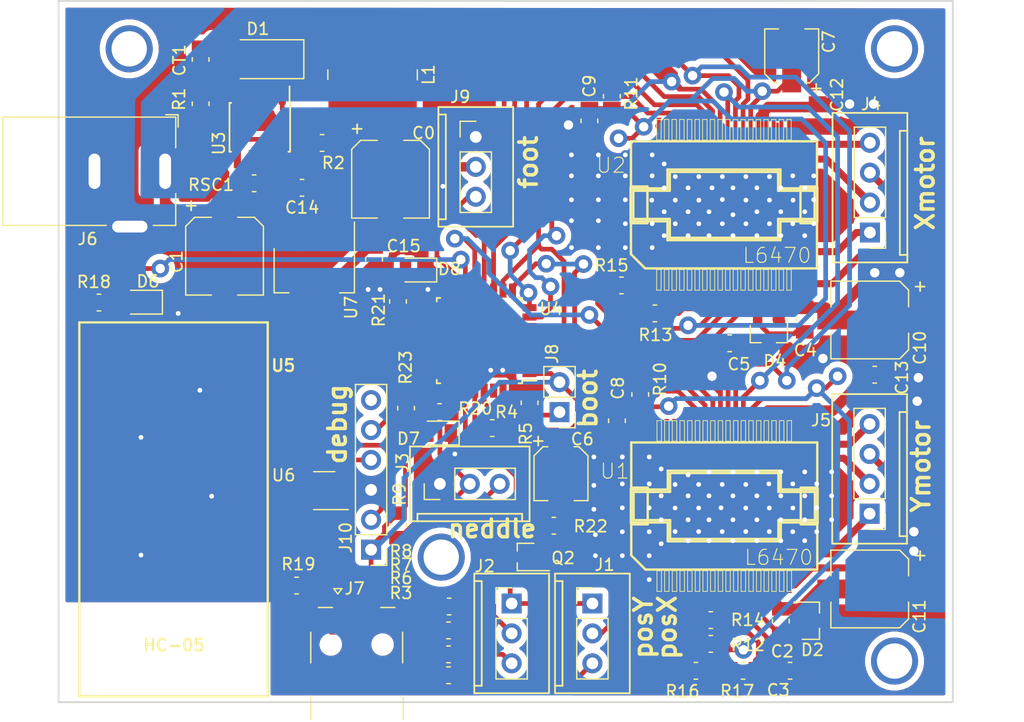
<source format=kicad_pcb>
(kicad_pcb (version 20171130) (host pcbnew 5.1.5-52549c5~84~ubuntu18.04.1)

  (general
    (thickness 1.6)
    (drawings 18)
    (tracks 1139)
    (zones 0)
    (modules 66)
    (nets 106)
  )

  (page A4)
  (layers
    (0 F.Cu signal)
    (31 B.Cu signal)
    (32 B.Adhes user)
    (33 F.Adhes user)
    (34 B.Paste user)
    (35 F.Paste user)
    (36 B.SilkS user hide)
    (37 F.SilkS user)
    (38 B.Mask user)
    (39 F.Mask user hide)
    (40 Dwgs.User user)
    (41 Cmts.User user)
    (42 Eco1.User user hide)
    (43 Eco2.User user)
    (44 Edge.Cuts user)
    (45 Margin user)
    (46 B.CrtYd user)
    (47 F.CrtYd user)
    (48 B.Fab user)
    (49 F.Fab user)
  )

  (setup
    (last_trace_width 0.4)
    (trace_clearance 0.2)
    (zone_clearance 0.508)
    (zone_45_only yes)
    (trace_min 0.2)
    (via_size 0.8)
    (via_drill 0.4)
    (via_min_size 0.4)
    (via_min_drill 0.3)
    (user_via 4 3)
    (uvia_size 0.3)
    (uvia_drill 0.1)
    (uvias_allowed no)
    (uvia_min_size 0.2)
    (uvia_min_drill 0.1)
    (edge_width 0.15)
    (segment_width 0.2)
    (pcb_text_width 0.3)
    (pcb_text_size 1.5 1.5)
    (mod_edge_width 0.15)
    (mod_text_size 1 1)
    (mod_text_width 0.15)
    (pad_size 1.55 0.6)
    (pad_drill 0)
    (pad_to_mask_clearance 0.2)
    (aux_axis_origin 0 0)
    (visible_elements FFFFFF7F)
    (pcbplotparams
      (layerselection 0x010a0_ffffffff)
      (usegerberextensions false)
      (usegerberattributes false)
      (usegerberadvancedattributes false)
      (creategerberjobfile false)
      (excludeedgelayer true)
      (linewidth 0.100000)
      (plotframeref false)
      (viasonmask false)
      (mode 1)
      (useauxorigin false)
      (hpglpennumber 1)
      (hpglpenspeed 20)
      (hpglpendiameter 15.000000)
      (psnegative false)
      (psa4output false)
      (plotreference true)
      (plotvalue true)
      (plotinvisibletext false)
      (padsonsilk false)
      (subtractmaskfromsilk true)
      (outputformat 1)
      (mirror false)
      (drillshape 0)
      (scaleselection 1)
      (outputdirectory "gerber/"))
  )

  (net 0 "")
  (net 1 +3V3)
  (net 2 GND)
  (net 3 +BATT)
  (net 4 "Net-(C2-Pad2)")
  (net 5 "Net-(C3-Pad2)")
  (net 6 "Net-(C3-Pad1)")
  (net 7 "Net-(C4-Pad2)")
  (net 8 "Net-(C5-Pad2)")
  (net 9 "Net-(C5-Pad1)")
  (net 10 "Net-(CT1-Pad1)")
  (net 11 "Net-(D1-Pad1)")
  (net 12 "Net-(J1-Pad3)")
  (net 13 POS_X)
  (net 14 "Net-(J1-Pad1)")
  (net 15 "Net-(J2-Pad3)")
  (net 16 POS_Y)
  (net 17 NEEDLE)
  (net 18 "Net-(J3-Pad3)")
  (net 19 "Net-(R1-Pad1)")
  (net 20 /BOOT0)
  (net 21 "Net-(R12-Pad2)")
  (net 22 "Net-(R13-Pad2)")
  (net 23 "Net-(R14-Pad1)")
  (net 24 "Net-(R15-Pad1)")
  (net 25 "Net-(R16-Pad2)")
  (net 26 "Net-(RSC1-Pad1)")
  (net 27 /MOT1_2A)
  (net 28 "Net-(U1-Pad32)")
  (net 29 /FLAGn1)
  (net 30 /BUSYn1)
  (net 31 /MOSI)
  (net 32 /SPICLK)
  (net 33 /MISO)
  (net 34 /MOT1_2B)
  (net 35 /MOT1_1B)
  (net 36 "Net-(U1-Pad11)")
  (net 37 "Net-(U1-Pad10)")
  (net 38 /MOT1_1A)
  (net 39 /MOT2_1A)
  (net 40 "Net-(U2-Pad8)")
  (net 41 "Net-(U2-Pad10)")
  (net 42 "Net-(U2-Pad11)")
  (net 43 /MOT2_1B)
  (net 44 /MOT2_2B)
  (net 45 /BUSYn2)
  (net 46 /FLAGn2)
  (net 47 "Net-(U2-Pad32)")
  (net 48 /MOT2_2A)
  (net 49 /BT_RX)
  (net 50 /BT_TX)
  (net 51 "Net-(D6-Pad2)")
  (net 52 "Net-(U5-Pad14)")
  (net 53 "Net-(U5-Pad15)")
  (net 54 "Net-(U5-Pad16)")
  (net 55 "Net-(U5-Pad17)")
  (net 56 "Net-(U5-Pad18)")
  (net 57 "Net-(U5-Pad19)")
  (net 58 "Net-(U5-Pad20)")
  (net 59 "Net-(U5-Pad3)")
  (net 60 "Net-(U5-Pad4)")
  (net 61 "Net-(U5-Pad5)")
  (net 62 "Net-(U5-Pad6)")
  (net 63 "Net-(U5-Pad7)")
  (net 64 "Net-(U5-Pad8)")
  (net 65 "Net-(U5-Pad9)")
  (net 66 "Net-(U5-Pad10)")
  (net 67 "Net-(U5-Pad11)")
  (net 68 "Net-(U5-Pad23)")
  (net 69 "Net-(U5-Pad25)")
  (net 70 "Net-(U5-Pad26)")
  (net 71 "Net-(U5-Pad27)")
  (net 72 "Net-(U5-Pad28)")
  (net 73 "Net-(U5-Pad29)")
  (net 74 "Net-(U5-Pad30)")
  (net 75 "Net-(U5-Pad31)")
  (net 76 "Net-(U5-Pad32)")
  (net 77 "Net-(U5-Pad33)")
  (net 78 "Net-(U5-Pad34)")
  (net 79 "Net-(J7-Pad1)")
  (net 80 "Net-(J7-Pad4)")
  (net 81 "Net-(D7-Pad2)")
  (net 82 "Net-(D8-Pad2)")
  (net 83 "Net-(R20-Pad1)")
  (net 84 "Net-(R21-Pad1)")
  (net 85 "Net-(U6-Pad3)")
  (net 86 "Net-(U6-Pad6)")
  (net 87 "Net-(U6-Pad5)")
  (net 88 /VDD_U1)
  (net 89 /VDD_U2)
  (net 90 /LED_BT)
  (net 91 /USB_N)
  (net 92 /USB_P)
  (net 93 /CSn)
  (net 94 /DAISY1TO2)
  (net 95 "Net-(U4-Pad3)")
  (net 96 POS_EN)
  (net 97 "Net-(U4-Pad30)")
  (net 98 +5V)
  (net 99 "Net-(U4-Pad2)")
  (net 100 FOOT)
  (net 101 "Net-(Q2-Pad1)")
  (net 102 /SWCLK)
  (net 103 /SWDIO)
  (net 104 "Net-(J10-Pad6)")
  (net 105 /NRST)

  (net_class Default "This is the default net class."
    (clearance 0.2)
    (trace_width 0.4)
    (via_dia 0.8)
    (via_drill 0.4)
    (uvia_dia 0.3)
    (uvia_drill 0.1)
    (add_net +3V3)
    (add_net /BOOT0)
    (add_net /BT_RX)
    (add_net /BT_TX)
    (add_net /BUSYn1)
    (add_net /BUSYn2)
    (add_net /CSn)
    (add_net /DAISY1TO2)
    (add_net /FLAGn1)
    (add_net /FLAGn2)
    (add_net /LED_BT)
    (add_net /MISO)
    (add_net /MOSI)
    (add_net /NRST)
    (add_net /SPICLK)
    (add_net /SWCLK)
    (add_net /SWDIO)
    (add_net /USB_N)
    (add_net /USB_P)
    (add_net /VDD_U1)
    (add_net /VDD_U2)
    (add_net FOOT)
    (add_net GND)
    (add_net NEEDLE)
    (add_net "Net-(C2-Pad2)")
    (add_net "Net-(C3-Pad1)")
    (add_net "Net-(C3-Pad2)")
    (add_net "Net-(C4-Pad2)")
    (add_net "Net-(C5-Pad1)")
    (add_net "Net-(C5-Pad2)")
    (add_net "Net-(CT1-Pad1)")
    (add_net "Net-(D1-Pad1)")
    (add_net "Net-(D6-Pad2)")
    (add_net "Net-(D7-Pad2)")
    (add_net "Net-(D8-Pad2)")
    (add_net "Net-(J1-Pad1)")
    (add_net "Net-(J1-Pad3)")
    (add_net "Net-(J10-Pad6)")
    (add_net "Net-(J2-Pad3)")
    (add_net "Net-(J3-Pad3)")
    (add_net "Net-(J7-Pad1)")
    (add_net "Net-(J7-Pad4)")
    (add_net "Net-(Q2-Pad1)")
    (add_net "Net-(R1-Pad1)")
    (add_net "Net-(R12-Pad2)")
    (add_net "Net-(R13-Pad2)")
    (add_net "Net-(R14-Pad1)")
    (add_net "Net-(R15-Pad1)")
    (add_net "Net-(R16-Pad2)")
    (add_net "Net-(R20-Pad1)")
    (add_net "Net-(R21-Pad1)")
    (add_net "Net-(RSC1-Pad1)")
    (add_net "Net-(U1-Pad10)")
    (add_net "Net-(U1-Pad11)")
    (add_net "Net-(U1-Pad32)")
    (add_net "Net-(U2-Pad10)")
    (add_net "Net-(U2-Pad11)")
    (add_net "Net-(U2-Pad32)")
    (add_net "Net-(U2-Pad8)")
    (add_net "Net-(U4-Pad2)")
    (add_net "Net-(U4-Pad3)")
    (add_net "Net-(U4-Pad30)")
    (add_net "Net-(U5-Pad10)")
    (add_net "Net-(U5-Pad11)")
    (add_net "Net-(U5-Pad14)")
    (add_net "Net-(U5-Pad15)")
    (add_net "Net-(U5-Pad16)")
    (add_net "Net-(U5-Pad17)")
    (add_net "Net-(U5-Pad18)")
    (add_net "Net-(U5-Pad19)")
    (add_net "Net-(U5-Pad20)")
    (add_net "Net-(U5-Pad23)")
    (add_net "Net-(U5-Pad25)")
    (add_net "Net-(U5-Pad26)")
    (add_net "Net-(U5-Pad27)")
    (add_net "Net-(U5-Pad28)")
    (add_net "Net-(U5-Pad29)")
    (add_net "Net-(U5-Pad3)")
    (add_net "Net-(U5-Pad30)")
    (add_net "Net-(U5-Pad31)")
    (add_net "Net-(U5-Pad32)")
    (add_net "Net-(U5-Pad33)")
    (add_net "Net-(U5-Pad34)")
    (add_net "Net-(U5-Pad4)")
    (add_net "Net-(U5-Pad5)")
    (add_net "Net-(U5-Pad6)")
    (add_net "Net-(U5-Pad7)")
    (add_net "Net-(U5-Pad8)")
    (add_net "Net-(U5-Pad9)")
    (add_net "Net-(U6-Pad3)")
    (add_net "Net-(U6-Pad5)")
    (add_net "Net-(U6-Pad6)")
    (add_net POS_EN)
    (add_net POS_X)
    (add_net POS_Y)
  )

  (net_class 5V ""
    (clearance 0.2)
    (trace_width 0.8)
    (via_dia 0.8)
    (via_drill 0.4)
    (uvia_dia 0.3)
    (uvia_drill 0.1)
    (add_net +5V)
  )

  (net_class "power drivers" ""
    (clearance 0.2)
    (trace_width 0.9)
    (via_dia 0.8)
    (via_drill 0.4)
    (uvia_dia 0.3)
    (uvia_drill 0.1)
    (add_net +BATT)
  )

  (net_class "power motors" ""
    (clearance 0.1)
    (trace_width 0.6)
    (via_dia 0.8)
    (via_drill 0.4)
    (uvia_dia 0.3)
    (uvia_drill 0.1)
    (add_net /MOT1_1A)
    (add_net /MOT1_1B)
    (add_net /MOT1_2A)
    (add_net /MOT1_2B)
    (add_net /MOT2_1A)
    (add_net /MOT2_1B)
    (add_net /MOT2_2A)
    (add_net /MOT2_2B)
  )

  (module Capacitor_SMD:CP_Elec_6.3x7.7 (layer F.Cu) (tedit 58AA8B76) (tstamp 5DC6724A)
    (at 147.193 82.075 270)
    (descr "SMT capacitor, aluminium electrolytic, 6.3x7.7")
    (path /5AA5E29F)
    (attr smd)
    (fp_text reference C0 (at -3.9192 -2.8067) (layer F.SilkS)
      (effects (font (size 1 1) (thickness 0.15)))
    )
    (fp_text value 100u (at 0.0578 -4.2229 90) (layer F.Fab)
      (effects (font (size 1 1) (thickness 0.15)))
    )
    (fp_line (start 4.7 3.4) (end -4.7 3.4) (layer F.CrtYd) (width 0.05))
    (fp_line (start 4.7 3.4) (end 4.7 -3.4) (layer F.CrtYd) (width 0.05))
    (fp_line (start -4.7 -3.4) (end -4.7 3.4) (layer F.CrtYd) (width 0.05))
    (fp_line (start -4.7 -3.4) (end 4.7 -3.4) (layer F.CrtYd) (width 0.05))
    (fp_line (start -2.54 -3.3) (end 3.3 -3.3) (layer F.SilkS) (width 0.12))
    (fp_line (start -3.3 -2.54) (end -2.54 -3.3) (layer F.SilkS) (width 0.12))
    (fp_line (start -2.54 3.3) (end -3.3 2.54) (layer F.SilkS) (width 0.12))
    (fp_line (start 3.3 3.3) (end -2.54 3.3) (layer F.SilkS) (width 0.12))
    (fp_line (start -3.3 -2.54) (end -3.3 -1.12) (layer F.SilkS) (width 0.12))
    (fp_line (start 3.3 -3.3) (end 3.3 -1.12) (layer F.SilkS) (width 0.12))
    (fp_line (start 3.3 3.3) (end 3.3 1.12) (layer F.SilkS) (width 0.12))
    (fp_line (start -3.3 2.54) (end -3.3 1.12) (layer F.SilkS) (width 0.12))
    (fp_line (start 3.15 -3.15) (end -2.48 -3.15) (layer F.Fab) (width 0.1))
    (fp_line (start -2.48 -3.15) (end -3.15 -2.48) (layer F.Fab) (width 0.1))
    (fp_line (start -3.15 -2.48) (end -3.15 2.48) (layer F.Fab) (width 0.1))
    (fp_line (start -3.15 2.48) (end -2.48 3.15) (layer F.Fab) (width 0.1))
    (fp_line (start -2.48 3.15) (end 3.15 3.15) (layer F.Fab) (width 0.1))
    (fp_line (start 3.15 3.15) (end 3.15 -3.15) (layer F.Fab) (width 0.1))
    (fp_text user %R (at -0.0922 0.5271) (layer F.Fab)
      (effects (font (size 1 1) (thickness 0.15)))
    )
    (fp_text user + (at -4.28 2.91 270) (layer F.SilkS)
      (effects (font (size 1 1) (thickness 0.15)))
    )
    (fp_text user + (at -1.73 -0.08 270) (layer F.Fab)
      (effects (font (size 1 1) (thickness 0.15)))
    )
    (fp_circle (center 0 0) (end 0.5 3) (layer F.Fab) (width 0.1))
    (pad 2 smd rect (at 2.7 0 90) (size 3.5 1.6) (layers F.Cu F.Paste F.Mask)
      (net 2 GND))
    (pad 1 smd rect (at -2.7 0 90) (size 3.5 1.6) (layers F.Cu F.Paste F.Mask)
      (net 98 +5V))
    (model ${KISYS3DMOD}/Capacitor_SMD.3dshapes/CP_Elec_6.3x7.7.wrl
      (at (xyz 0 0 0))
      (scale (xyz 1 1 1))
      (rotate (xyz 0 0 0))
    )
  )

  (module OE_lib:connector_NSK254_1x03 (layer F.Cu) (tedit 5951267E) (tstamp 5DCEF054)
    (at 151.384 107.95 90)
    (descr NSK245_1x03)
    (tags "Through hole NSK 1x03 2.54mm single row")
    (path /5AB2A00F)
    (fp_text reference J3 (at 1.778 -3.175 270) (layer F.SilkS)
      (effects (font (size 1 1) (thickness 0.15)))
    )
    (fp_text value CONN_NEEDLE (at 2.649 1.68066 180) (layer F.Fab)
      (effects (font (size 1 1) (thickness 0.15)))
    )
    (fp_line (start -2.54 6.985) (end -3.175 6.985) (layer F.SilkS) (width 0.15))
    (fp_line (start -3.175 -1.905) (end -2.54 -1.905) (layer F.SilkS) (width 0.15))
    (fp_line (start -2.54 -1.905) (end -2.54 6.985) (layer F.SilkS) (width 0.15))
    (fp_line (start -3.175 6.985) (end -3.175 7.62) (layer F.SilkS) (width 0.15))
    (fp_line (start -3.175 7.62) (end 3.175 7.62) (layer F.SilkS) (width 0.15))
    (fp_line (start 3.175 7.62) (end 3.175 6.985) (layer F.SilkS) (width 0.15))
    (fp_line (start -3.175 -1.905) (end -3.175 -2.54) (layer F.SilkS) (width 0.15))
    (fp_line (start -3.175 -2.54) (end 3.175 -2.54) (layer F.SilkS) (width 0.15))
    (fp_line (start 3.175 -2.54) (end 3.175 -1.905) (layer F.SilkS) (width 0.15))
    (fp_line (start 3.175 -1.905) (end 3.175 6.985) (layer F.SilkS) (width 0.15))
    (fp_line (start -3.175 6.985) (end -3.175 -1.905) (layer F.SilkS) (width 0.15))
    (fp_line (start -1.27 -1.27) (end -1.27 6.35) (layer F.Fab) (width 0.1))
    (fp_line (start -1.27 6.35) (end 1.27 6.35) (layer F.Fab) (width 0.1))
    (fp_line (start 1.27 6.35) (end 1.27 -1.27) (layer F.Fab) (width 0.1))
    (fp_line (start 1.27 -1.27) (end -1.27 -1.27) (layer F.Fab) (width 0.1))
    (fp_line (start -1.33 1.27) (end -1.33 6.41) (layer F.SilkS) (width 0.12))
    (fp_line (start -1.33 6.41) (end 1.33 6.41) (layer F.SilkS) (width 0.12))
    (fp_line (start 1.33 6.41) (end 1.33 1.27) (layer F.SilkS) (width 0.12))
    (fp_line (start 1.33 1.27) (end -1.33 1.27) (layer F.SilkS) (width 0.12))
    (fp_line (start -1.33 0) (end -1.33 -1.33) (layer F.SilkS) (width 0.12))
    (fp_line (start -1.33 -1.33) (end 0 -1.33) (layer F.SilkS) (width 0.12))
    (fp_line (start -1.8 -1.8) (end -1.8 6.85) (layer F.CrtYd) (width 0.05))
    (fp_line (start -1.8 6.85) (end 1.8 6.85) (layer F.CrtYd) (width 0.05))
    (fp_line (start 1.8 6.85) (end 1.8 -1.8) (layer F.CrtYd) (width 0.05))
    (fp_line (start 1.8 -1.8) (end -1.8 -1.8) (layer F.CrtYd) (width 0.05))
    (fp_text user %R (at -0.051 -2.01934 270) (layer F.Fab)
      (effects (font (size 1 1) (thickness 0.15)))
    )
    (pad 1 thru_hole rect (at 0 0 90) (size 1.7 1.7) (drill 1) (layers *.Cu *.Mask)
      (net 2 GND))
    (pad 2 thru_hole oval (at 0 2.54 90) (size 1.7 1.7) (drill 1) (layers *.Cu *.Mask)
      (net 17 NEEDLE))
    (pad 3 thru_hole oval (at 0 5.08 90) (size 1.7 1.7) (drill 1) (layers *.Cu *.Mask)
      (net 18 "Net-(J3-Pad3)"))
    (model ${KISYS3DMOD}/Pin_Headers.3dshapes/Pin_Header_Straight_1x03_Pitch2.54mm.wrl
      (offset (xyz 0 -2.539999961853027 0))
      (scale (xyz 1 1 1))
      (rotate (xyz 0 0 90))
    )
  )

  (module Resistor_SMD:R_0805_2012Metric_Pad1.15x1.50mm_HandSolder (layer F.Cu) (tedit 59FE48B8) (tstamp 5DC2E10E)
    (at 161.0625 111.506)
    (descr "Resistor SMD 0805 (2012 Metric), square (rectangular) end terminal, IPC_7351 nominal with elongated pad for handsoldering. (Body size source: http://www.tortai-tech.com/upload/download/2011102023233369053.pdf), generated with kicad-footprint-generator")
    (tags "resistor handsolder")
    (path /5DC98E66)
    (attr smd)
    (fp_text reference R22 (at 3.1231 0.0508) (layer F.SilkS)
      (effects (font (size 1 1) (thickness 0.15)))
    )
    (fp_text value 50 (at 0 1.85) (layer F.Fab)
      (effects (font (size 1 1) (thickness 0.15)))
    )
    (fp_line (start -1 0.6) (end -1 -0.6) (layer F.Fab) (width 0.1))
    (fp_line (start -1 -0.6) (end 1 -0.6) (layer F.Fab) (width 0.1))
    (fp_line (start 1 -0.6) (end 1 0.6) (layer F.Fab) (width 0.1))
    (fp_line (start 1 0.6) (end -1 0.6) (layer F.Fab) (width 0.1))
    (fp_line (start -0.15 -0.71) (end 0.15 -0.71) (layer F.SilkS) (width 0.12))
    (fp_line (start -0.15 0.71) (end 0.15 0.71) (layer F.SilkS) (width 0.12))
    (fp_line (start -1.86 1) (end -1.86 -1) (layer F.CrtYd) (width 0.05))
    (fp_line (start -1.86 -1) (end 1.86 -1) (layer F.CrtYd) (width 0.05))
    (fp_line (start 1.86 -1) (end 1.86 1) (layer F.CrtYd) (width 0.05))
    (fp_line (start 1.86 1) (end -1.86 1) (layer F.CrtYd) (width 0.05))
    (fp_text user %R (at 0 0) (layer F.Fab)
      (effects (font (size 0.5 0.5) (thickness 0.08)))
    )
    (pad 1 smd rect (at -1.0425 0) (size 1.145 1.5) (layers F.Cu F.Paste F.Mask)
      (net 96 POS_EN))
    (pad 2 smd rect (at 1.0425 0) (size 1.145 1.5) (layers F.Cu F.Paste F.Mask)
      (net 101 "Net-(Q2-Pad1)"))
    (model ${KISYS3DMOD}/Resistor_SMD.3dshapes/R_0805_2012Metric.wrl
      (at (xyz 0 0 0))
      (scale (xyz 1 1 1))
      (rotate (xyz 0 0 0))
    )
  )

  (module OE_lib:HC-05 (layer F.Cu) (tedit 5AB7BCE7) (tstamp 5AA58402)
    (at 128.76262 108.98582 180)
    (tags "HC-05, bluetooth")
    (path /5AA867D0)
    (fp_text reference U5 (at -9.32448 11.08152 180) (layer F.SilkS)
      (effects (font (size 1 1) (thickness 0.2)))
    )
    (fp_text value HC-05 (at -0.03738 -12.66418 180) (layer F.SilkS)
      (effects (font (size 1 1) (thickness 0.2)))
    )
    (fp_line (start 7 -16.25) (end 7 -7.5) (layer Dwgs.User) (width 0.2))
    (fp_line (start -7 -7.5) (end -7 -16.25) (layer Dwgs.User) (width 0.2))
    (fp_line (start 7 13.25) (end 6.25 13.25) (layer Dwgs.User) (width 0.2))
    (fp_line (start 7 13.25) (end 7 12.5) (layer Dwgs.User) (width 0.2))
    (fp_line (start -7 13.25) (end -6.25 13.25) (layer Dwgs.User) (width 0.2))
    (fp_line (start -7 13.25) (end -7 12.5) (layer Dwgs.User) (width 0.2))
    (fp_line (start 7 -16.25) (end -7 -16.25) (layer Dwgs.User) (width 0.2))
    (fp_text user "NOT VERIFIED YET" (at 0 -20.25 180) (layer F.SilkS) hide
      (effects (font (size 1.5 1.5) (thickness 0.2)))
    )
    (fp_line (start -8 14.75) (end -8 -17) (layer F.SilkS) (width 0.2))
    (fp_line (start -8 -17) (end 8 -17) (layer F.SilkS) (width 0.2))
    (fp_line (start 8 -17) (end 8 14.75) (layer F.SilkS) (width 0.2))
    (fp_line (start 8 14.75) (end -8 14.75) (layer F.SilkS) (width 0.2))
    (pad 14 smd rect (at -5.25 13.25 180) (size 1 1.8) (layers F.Cu F.Paste F.Mask)
      (net 52 "Net-(U5-Pad14)"))
    (pad 15 smd rect (at -3.75 13.25 180) (size 1 1.8) (layers F.Cu F.Paste F.Mask)
      (net 53 "Net-(U5-Pad15)"))
    (pad 16 smd rect (at -2.25 13.25 180) (size 1 1.8) (layers F.Cu F.Paste F.Mask)
      (net 54 "Net-(U5-Pad16)"))
    (pad 17 smd rect (at -0.75 13.25 180) (size 1 1.8) (layers F.Cu F.Paste F.Mask)
      (net 55 "Net-(U5-Pad17)"))
    (pad 18 smd rect (at 0.75 13.25 180) (size 1 1.8) (layers F.Cu F.Paste F.Mask)
      (net 56 "Net-(U5-Pad18)"))
    (pad 19 smd rect (at 2.25 13.25 180) (size 1 1.8) (layers F.Cu F.Paste F.Mask)
      (net 57 "Net-(U5-Pad19)"))
    (pad 20 smd rect (at 3.75 13.25 180) (size 1 1.8) (layers F.Cu F.Paste F.Mask)
      (net 58 "Net-(U5-Pad20)"))
    (pad 21 smd rect (at 5.25 13.25 180) (size 1 1.8) (layers F.Cu F.Paste F.Mask)
      (net 2 GND))
    (pad 1 smd rect (at -6.5 -6.5 270) (size 1 2) (layers F.Cu F.Paste F.Mask)
      (net 50 /BT_TX))
    (pad 2 smd rect (at -6.5 -5 270) (size 1 2) (layers F.Cu F.Paste F.Mask)
      (net 49 /BT_RX))
    (pad 3 smd rect (at -6.5 -3.5 270) (size 1 2) (layers F.Cu F.Paste F.Mask)
      (net 59 "Net-(U5-Pad3)"))
    (pad 4 smd rect (at -6.5 -2 270) (size 1 2) (layers F.Cu F.Paste F.Mask)
      (net 60 "Net-(U5-Pad4)"))
    (pad 5 smd rect (at -6.5 -0.5 270) (size 1 2) (layers F.Cu F.Paste F.Mask)
      (net 61 "Net-(U5-Pad5)"))
    (pad 6 smd rect (at -6.5 1 270) (size 1 2) (layers F.Cu F.Paste F.Mask)
      (net 62 "Net-(U5-Pad6)"))
    (pad 7 smd rect (at -6.5 2.5 270) (size 1 2) (layers F.Cu F.Paste F.Mask)
      (net 63 "Net-(U5-Pad7)"))
    (pad 8 smd rect (at -6.5 4 270) (size 1 2) (layers F.Cu F.Paste F.Mask)
      (net 64 "Net-(U5-Pad8)"))
    (pad 9 smd rect (at -6.5 5.5 270) (size 1 2) (layers F.Cu F.Paste F.Mask)
      (net 65 "Net-(U5-Pad9)"))
    (pad 10 smd rect (at -6.5 7 270) (size 1 2) (layers F.Cu F.Paste F.Mask)
      (net 66 "Net-(U5-Pad10)"))
    (pad 11 smd rect (at -6.5 8.5 270) (size 1 2) (layers F.Cu F.Paste F.Mask)
      (net 67 "Net-(U5-Pad11)"))
    (pad 12 smd rect (at -6.5 10 270) (size 1 2) (layers F.Cu F.Paste F.Mask)
      (net 1 +3V3))
    (pad 13 smd rect (at -6.5 11.5 270) (size 1 2) (layers F.Cu F.Paste F.Mask)
      (net 2 GND))
    (pad 22 smd rect (at 6.5 11.5 180) (size 2 1) (layers F.Cu F.Paste F.Mask)
      (net 2 GND))
    (pad 23 smd rect (at 6.5 10 180) (size 2 1) (layers F.Cu F.Paste F.Mask)
      (net 68 "Net-(U5-Pad23)"))
    (pad 24 smd rect (at 6.5 8.5 180) (size 2 1) (layers F.Cu F.Paste F.Mask)
      (net 90 /LED_BT))
    (pad 25 smd rect (at 6.5 7 180) (size 2 1) (layers F.Cu F.Paste F.Mask)
      (net 69 "Net-(U5-Pad25)"))
    (pad 26 smd rect (at 6.5 5.5 180) (size 2 1) (layers F.Cu F.Paste F.Mask)
      (net 70 "Net-(U5-Pad26)"))
    (pad 27 smd rect (at 6.5 4 180) (size 2 1) (layers F.Cu F.Paste F.Mask)
      (net 71 "Net-(U5-Pad27)"))
    (pad 28 smd rect (at 6.5 2.5 180) (size 2 1) (layers F.Cu F.Paste F.Mask)
      (net 72 "Net-(U5-Pad28)"))
    (pad 29 smd rect (at 6.5 1 180) (size 2 1) (layers F.Cu F.Paste F.Mask)
      (net 73 "Net-(U5-Pad29)"))
    (pad 30 smd rect (at 6.5 -0.5 180) (size 2 1) (layers F.Cu F.Paste F.Mask)
      (net 74 "Net-(U5-Pad30)"))
    (pad 31 smd rect (at 6.5 -2 180) (size 2 1) (layers F.Cu F.Paste F.Mask)
      (net 75 "Net-(U5-Pad31)"))
    (pad 32 smd rect (at 6.5 -3.5 180) (size 2 1) (layers F.Cu F.Paste F.Mask)
      (net 76 "Net-(U5-Pad32)"))
    (pad 33 smd rect (at 6.5 -5 180) (size 2 1) (layers F.Cu F.Paste F.Mask)
      (net 77 "Net-(U5-Pad33)"))
    (pad 34 smd rect (at 6.5 -6.5 180) (size 2 1) (layers F.Cu F.Paste F.Mask)
      (net 78 "Net-(U5-Pad34)"))
  )

  (module OE_lib:connector_NSK254_1x04_angle (layer F.Cu) (tedit 59512AC2) (tstamp 5AB132F2)
    (at 187.88126 110.4872 180)
    (descr NSK245_1x04)
    (tags "Through hole NSK 1x04 2.54mm single row")
    (path /5AD04D17)
    (fp_text reference J5 (at 4.12496 7.9347 180) (layer F.SilkS)
      (effects (font (size 1 1) (thickness 0.15)))
    )
    (fp_text value CONN_MOT1 (at 2.06726 3.5372 270) (layer F.Fab)
      (effects (font (size 1 1) (thickness 0.15)))
    )
    (fp_text user %R (at 3.31726 2.8872 270) (layer F.Fab)
      (effects (font (size 1 1) (thickness 0.15)))
    )
    (fp_line (start -1.33 -1.33) (end 0 -1.33) (layer F.SilkS) (width 0.12))
    (fp_line (start -1.33 0) (end -1.33 -1.33) (layer F.SilkS) (width 0.12))
    (fp_line (start 1.33 1.27) (end -1.33 1.27) (layer F.SilkS) (width 0.12))
    (fp_line (start 1.32588 8.95096) (end 1.33 1.27) (layer F.SilkS) (width 0.12))
    (fp_line (start -1.33 8.95) (end 1.33 8.95) (layer F.SilkS) (width 0.12))
    (fp_line (start -1.33 1.27) (end -1.33096 8.95096) (layer F.SilkS) (width 0.12))
    (fp_line (start 1.27 -1.27) (end -1.27 -1.27) (layer F.Fab) (width 0.1))
    (fp_line (start 1.27 8.89) (end 1.27 -1.27) (layer F.Fab) (width 0.1))
    (fp_line (start -1.27 8.89) (end 1.27 8.89) (layer F.Fab) (width 0.1))
    (fp_line (start -1.27 -1.27) (end -1.2954 8.89) (layer F.Fab) (width 0.1))
    (fp_line (start -3.175 6.985) (end -3.175 -1.905) (layer F.SilkS) (width 0.15))
    (fp_line (start 3.175 -1.905) (end 3.175 9.525) (layer F.SilkS) (width 0.15))
    (fp_line (start 3.175 -2.54) (end 3.175 -1.905) (layer F.SilkS) (width 0.15))
    (fp_line (start -3.175 -2.54) (end 3.175 -2.54) (layer F.SilkS) (width 0.15))
    (fp_line (start -3.175 -1.905) (end -3.175 -2.54) (layer F.SilkS) (width 0.15))
    (fp_line (start 3.175 10.16) (end 3.175 9.525) (layer F.SilkS) (width 0.15))
    (fp_line (start -3.175 10.16) (end 3.175 10.16) (layer F.SilkS) (width 0.15))
    (fp_line (start -3.175 6.985) (end -3.175 10.16) (layer F.SilkS) (width 0.15))
    (fp_line (start -2.54 -1.905) (end -2.54 8.636) (layer F.SilkS) (width 0.15))
    (fp_line (start -3.175 -1.905) (end -2.54 -1.905) (layer F.SilkS) (width 0.15))
    (fp_line (start -2.54 8.636) (end -3.175 8.636) (layer F.SilkS) (width 0.15))
    (fp_line (start -1.778 -1.524) (end -5.461 -1.524) (layer F.CrtYd) (width 0.05))
    (fp_line (start -13.081 0) (end -13.081 7.62) (layer F.CrtYd) (width 0.05))
    (fp_line (start -5.461 9.017) (end -1.778 9.017) (layer F.CrtYd) (width 0.05))
    (fp_line (start -5.461 9.017) (end -5.461 -1.524) (layer F.CrtYd) (width 0.05))
    (fp_line (start -12.827 -0.254) (end -5.461 -0.254) (layer F.CrtYd) (width 0.05))
    (fp_line (start -12.827 7.874) (end -5.461 7.874) (layer F.CrtYd) (width 0.05))
    (fp_line (start -1.778 -1.524) (end -1.778 9.017) (layer F.CrtYd) (width 0.05))
    (fp_line (start -1.778 -0.762) (end -2.159 -0.762) (layer F.CrtYd) (width 0.05))
    (fp_line (start -2.159 -0.762) (end -2.159 0.508) (layer F.CrtYd) (width 0.05))
    (fp_line (start -2.159 0.508) (end -1.778 0.508) (layer F.CrtYd) (width 0.05))
    (fp_line (start -2.159 3.175) (end -1.778 3.175) (layer F.CrtYd) (width 0.05))
    (fp_line (start -1.778 1.905) (end -2.159 1.905) (layer F.CrtYd) (width 0.05))
    (fp_line (start -2.159 1.905) (end -2.159 3.175) (layer F.CrtYd) (width 0.05))
    (fp_line (start -2.159 5.715) (end -1.778 5.715) (layer F.CrtYd) (width 0.05))
    (fp_line (start -2.159 4.445) (end -2.159 5.715) (layer F.CrtYd) (width 0.05))
    (fp_line (start -1.778 4.445) (end -2.159 4.445) (layer F.CrtYd) (width 0.05))
    (fp_arc (start -12.827 0) (end -12.827 -0.254) (angle -90) (layer F.CrtYd) (width 0.05))
    (fp_arc (start -12.827 7.62) (end -13.081 7.62) (angle -90) (layer F.CrtYd) (width 0.05))
    (fp_line (start 0 -0.254) (end -12.065 -0.254) (layer F.CrtYd) (width 0.15))
    (fp_line (start -12.065 -0.254) (end -12.192 -0.127) (layer F.CrtYd) (width 0.15))
    (fp_line (start -12.192 -0.127) (end -12.192 0.127) (layer F.CrtYd) (width 0.15))
    (fp_line (start -12.192 0.127) (end -12.065 0.254) (layer F.CrtYd) (width 0.15))
    (fp_line (start -12.065 0.254) (end 0 0.254) (layer F.CrtYd) (width 0.15))
    (fp_line (start -12.192 2.667) (end -12.065 2.794) (layer F.CrtYd) (width 0.15))
    (fp_line (start 0 2.286) (end -12.065 2.286) (layer F.CrtYd) (width 0.15))
    (fp_line (start -12.192 2.413) (end -12.192 2.667) (layer F.CrtYd) (width 0.15))
    (fp_line (start -12.065 2.794) (end 0 2.794) (layer F.CrtYd) (width 0.15))
    (fp_line (start -12.065 2.286) (end -12.192 2.413) (layer F.CrtYd) (width 0.15))
    (fp_line (start -12.192 4.953) (end -12.192 5.207) (layer F.CrtYd) (width 0.15))
    (fp_line (start -12.065 4.826) (end -12.192 4.953) (layer F.CrtYd) (width 0.15))
    (fp_line (start -12.192 5.207) (end -12.065 5.334) (layer F.CrtYd) (width 0.15))
    (fp_line (start 0 4.826) (end -12.065 4.826) (layer F.CrtYd) (width 0.15))
    (fp_line (start -12.065 5.334) (end 0 5.334) (layer F.CrtYd) (width 0.15))
    (fp_line (start 0 7.366) (end -12.065 7.366) (layer F.CrtYd) (width 0.15))
    (fp_line (start -12.065 7.366) (end -12.192 7.493) (layer F.CrtYd) (width 0.15))
    (fp_line (start -2.159 6.985) (end -2.159 8.255) (layer F.CrtYd) (width 0.05))
    (fp_line (start -2.159 8.255) (end -1.778 8.255) (layer F.CrtYd) (width 0.05))
    (fp_line (start -12.192 7.747) (end -12.065 7.874) (layer F.CrtYd) (width 0.15))
    (fp_line (start -12.192 7.493) (end -12.192 7.747) (layer F.CrtYd) (width 0.15))
    (fp_line (start -12.065 7.874) (end 0 7.874) (layer F.CrtYd) (width 0.15))
    (fp_line (start -1.778 6.985) (end -2.159 6.985) (layer F.CrtYd) (width 0.05))
    (pad 3 thru_hole oval (at 0 5.08 180) (size 1.7 1.7) (drill 1) (layers *.Cu *.Mask)
      (net 35 /MOT1_1B))
    (pad 2 thru_hole oval (at 0 2.54 180) (size 1.7 1.7) (drill 1) (layers *.Cu *.Mask)
      (net 27 /MOT1_2A))
    (pad 1 thru_hole rect (at 0 0 180) (size 1.7 1.7) (drill 1) (layers *.Cu *.Mask)
      (net 38 /MOT1_1A))
    (pad 4 thru_hole oval (at 0 7.62 180) (size 1.7 1.7) (drill 1) (layers *.Cu *.Mask)
      (net 34 /MOT1_2B))
    (model ${KISYS3DMOD}/Pin_Headers.3dshapes/Pin_Header_Straight_1x03_Pitch2.54mm.wrl
      (offset (xyz 0 -2.539999961853027 0))
      (scale (xyz 1 1 1))
      (rotate (xyz 0 0 90))
    )
  )

  (module Capacitor_SMD:C_0805_2012Metric_Pad1.15x1.50mm_HandSolder (layer F.Cu) (tedit 5AB7BEF8) (tstamp 5DCEBE62)
    (at 175.9955 96.012)
    (descr "Capacitor SMD 0805 (2012 Metric), square (rectangular) end terminal, IPC_7351 nominal with elongated pad for handsoldering. (Body size source: http://www.tortai-tech.com/upload/download/2011102023233369053.pdf), generated with kicad-footprint-generator")
    (tags "capacitor handsolder")
    (path /5AA112E6)
    (attr smd)
    (fp_text reference C5 (at 0.7885 1.778) (layer F.SilkS)
      (effects (font (size 1 1) (thickness 0.15)))
    )
    (fp_text value 10n (at 0.175 1.3784) (layer F.Fab)
      (effects (font (size 0.5 0.5) (thickness 0.125)))
    )
    (fp_text user %R (at -0.125 0.05842) (layer F.Fab)
      (effects (font (size 0.5 0.5) (thickness 0.08)))
    )
    (fp_line (start 1.86 1) (end -1.86 1) (layer F.CrtYd) (width 0.05))
    (fp_line (start 1.86 -1) (end 1.86 1) (layer F.CrtYd) (width 0.05))
    (fp_line (start -1.86 -1) (end 1.86 -1) (layer F.CrtYd) (width 0.05))
    (fp_line (start -1.86 1) (end -1.86 -1) (layer F.CrtYd) (width 0.05))
    (fp_line (start -0.15 0.71) (end 0.15 0.71) (layer F.SilkS) (width 0.12))
    (fp_line (start -0.15 -0.71) (end 0.15 -0.71) (layer F.SilkS) (width 0.12))
    (fp_line (start 1 0.6) (end -1 0.6) (layer F.Fab) (width 0.1))
    (fp_line (start 1 -0.6) (end 1 0.6) (layer F.Fab) (width 0.1))
    (fp_line (start -1 -0.6) (end 1 -0.6) (layer F.Fab) (width 0.1))
    (fp_line (start -1 0.6) (end -1 -0.6) (layer F.Fab) (width 0.1))
    (pad 2 smd rect (at 1.0425 0) (size 1.145 1.5) (layers F.Cu F.Paste F.Mask)
      (net 8 "Net-(C5-Pad2)"))
    (pad 1 smd rect (at -1.0425 0) (size 1.145 1.5) (layers F.Cu F.Paste F.Mask)
      (net 9 "Net-(C5-Pad1)"))
    (model ${KISYS3DMOD}/Capacitor_SMD.3dshapes/C_0805_2012Metric.wrl
      (at (xyz 0 0 0))
      (scale (xyz 1 1 1))
      (rotate (xyz 0 0 0))
    )
  )

  (module Resistor_SMD:R_0805_2012Metric_Pad1.15x1.50mm_HandSolder (layer F.Cu) (tedit 59FE48B8) (tstamp 5DCED8F0)
    (at 169.6455 93.472)
    (descr "Resistor SMD 0805 (2012 Metric), square (rectangular) end terminal, IPC_7351 nominal with elongated pad for handsoldering. (Body size source: http://www.tortai-tech.com/upload/download/2011102023233369053.pdf), generated with kicad-footprint-generator")
    (tags "resistor handsolder")
    (path /5AA112CC)
    (attr smd)
    (fp_text reference R13 (at 0.0522 1.8328 180) (layer F.SilkS)
      (effects (font (size 1 1) (thickness 0.15)))
    )
    (fp_text value 10k (at -3.3478 0.0328) (layer F.Fab)
      (effects (font (size 1 1) (thickness 0.15)))
    )
    (fp_line (start -1 0.6) (end -1 -0.6) (layer F.Fab) (width 0.1))
    (fp_line (start -1 -0.6) (end 1 -0.6) (layer F.Fab) (width 0.1))
    (fp_line (start 1 -0.6) (end 1 0.6) (layer F.Fab) (width 0.1))
    (fp_line (start 1 0.6) (end -1 0.6) (layer F.Fab) (width 0.1))
    (fp_line (start -0.15 -0.71) (end 0.15 -0.71) (layer F.SilkS) (width 0.12))
    (fp_line (start -0.15 0.71) (end 0.15 0.71) (layer F.SilkS) (width 0.12))
    (fp_line (start -1.86 1) (end -1.86 -1) (layer F.CrtYd) (width 0.05))
    (fp_line (start -1.86 -1) (end 1.86 -1) (layer F.CrtYd) (width 0.05))
    (fp_line (start 1.86 -1) (end 1.86 1) (layer F.CrtYd) (width 0.05))
    (fp_line (start 1.86 1) (end -1.86 1) (layer F.CrtYd) (width 0.05))
    (fp_text user %R (at 0 0) (layer F.Fab)
      (effects (font (size 0.5 0.5) (thickness 0.08)))
    )
    (pad 1 smd rect (at -1.0425 0) (size 1.145 1.5) (layers F.Cu F.Paste F.Mask)
      (net 89 /VDD_U2))
    (pad 2 smd rect (at 1.0425 0) (size 1.145 1.5) (layers F.Cu F.Paste F.Mask)
      (net 22 "Net-(R13-Pad2)"))
    (model ${KISYS3DMOD}/Resistor_SMD.3dshapes/R_0805_2012Metric.wrl
      (at (xyz 0 0 0))
      (scale (xyz 1 1 1))
      (rotate (xyz 0 0 0))
    )
  )

  (module OE_lib:POWERSO36 (layer F.Cu) (tedit 5AAAD641) (tstamp 5DCEEDBF)
    (at 175.53686 109.8296)
    (descr "36 LEADS POWER SMALL OUTLINE PACKAGE")
    (tags "36 LEADS POWER SMALL OUTLINE PACKAGE")
    (path /5A9F0D24)
    (attr smd)
    (fp_text reference U1 (at -9.29386 -2.9591) (layer F.SilkS)
      (effects (font (size 1.27 1.27) (thickness 0.0889)))
    )
    (fp_text value L6470 (at 4.62714 4.3704) (layer F.SilkS)
      (effects (font (size 1.27 1.27) (thickness 0.0889)))
    )
    (fp_line (start -5.715 7.24916) (end -5.334 7.24916) (layer F.SilkS) (width 0.06604))
    (fp_line (start -5.334 7.24916) (end -5.334 5.4991) (layer F.SilkS) (width 0.06604))
    (fp_line (start -5.715 5.4991) (end -5.334 5.4991) (layer F.SilkS) (width 0.06604))
    (fp_line (start -5.715 7.24916) (end -5.715 5.4991) (layer F.SilkS) (width 0.06604))
    (fp_line (start -5.06476 7.24916) (end -4.68376 7.24916) (layer F.SilkS) (width 0.06604))
    (fp_line (start -4.68376 7.24916) (end -4.68376 5.4991) (layer F.SilkS) (width 0.06604))
    (fp_line (start -5.06476 5.4991) (end -4.68376 5.4991) (layer F.SilkS) (width 0.06604))
    (fp_line (start -5.06476 7.24916) (end -5.06476 5.4991) (layer F.SilkS) (width 0.06604))
    (fp_line (start -4.41452 7.24916) (end -4.03352 7.24916) (layer F.SilkS) (width 0.06604))
    (fp_line (start -4.03352 7.24916) (end -4.03352 5.4991) (layer F.SilkS) (width 0.06604))
    (fp_line (start -4.41452 5.4991) (end -4.03352 5.4991) (layer F.SilkS) (width 0.06604))
    (fp_line (start -4.41452 7.24916) (end -4.41452 5.4991) (layer F.SilkS) (width 0.06604))
    (fp_line (start -3.76428 7.24916) (end -3.38328 7.24916) (layer F.SilkS) (width 0.06604))
    (fp_line (start -3.38328 7.24916) (end -3.38328 5.4991) (layer F.SilkS) (width 0.06604))
    (fp_line (start -3.76428 5.4991) (end -3.38328 5.4991) (layer F.SilkS) (width 0.06604))
    (fp_line (start -3.76428 7.24916) (end -3.76428 5.4991) (layer F.SilkS) (width 0.06604))
    (fp_line (start -3.11404 7.24916) (end -2.73304 7.24916) (layer F.SilkS) (width 0.06604))
    (fp_line (start -2.73304 7.24916) (end -2.73304 5.4991) (layer F.SilkS) (width 0.06604))
    (fp_line (start -3.11404 5.4991) (end -2.73304 5.4991) (layer F.SilkS) (width 0.06604))
    (fp_line (start -3.11404 7.24916) (end -3.11404 5.4991) (layer F.SilkS) (width 0.06604))
    (fp_line (start -2.4638 7.24916) (end -2.0828 7.24916) (layer F.SilkS) (width 0.06604))
    (fp_line (start -2.0828 7.24916) (end -2.0828 5.4991) (layer F.SilkS) (width 0.06604))
    (fp_line (start -2.4638 5.4991) (end -2.0828 5.4991) (layer F.SilkS) (width 0.06604))
    (fp_line (start -2.4638 7.24916) (end -2.4638 5.4991) (layer F.SilkS) (width 0.06604))
    (fp_line (start -1.81356 7.24916) (end -1.43256 7.24916) (layer F.SilkS) (width 0.06604))
    (fp_line (start -1.43256 7.24916) (end -1.43256 5.4991) (layer F.SilkS) (width 0.06604))
    (fp_line (start -1.81356 5.4991) (end -1.43256 5.4991) (layer F.SilkS) (width 0.06604))
    (fp_line (start -1.81356 7.24916) (end -1.81356 5.4991) (layer F.SilkS) (width 0.06604))
    (fp_line (start -1.16332 7.24916) (end -0.78486 7.24916) (layer F.SilkS) (width 0.06604))
    (fp_line (start -0.78486 7.24916) (end -0.78486 5.4991) (layer F.SilkS) (width 0.06604))
    (fp_line (start -1.16332 5.4991) (end -0.78486 5.4991) (layer F.SilkS) (width 0.06604))
    (fp_line (start -1.16332 7.24916) (end -1.16332 5.4991) (layer F.SilkS) (width 0.06604))
    (fp_line (start -0.51308 7.24916) (end -0.13462 7.24916) (layer F.SilkS) (width 0.06604))
    (fp_line (start -0.13462 7.24916) (end -0.13462 5.4991) (layer F.SilkS) (width 0.06604))
    (fp_line (start -0.51308 5.4991) (end -0.13462 5.4991) (layer F.SilkS) (width 0.06604))
    (fp_line (start -0.51308 7.24916) (end -0.51308 5.4991) (layer F.SilkS) (width 0.06604))
    (fp_line (start 0.13462 7.24916) (end 0.51308 7.24916) (layer F.SilkS) (width 0.06604))
    (fp_line (start 0.51308 7.24916) (end 0.51308 5.4991) (layer F.SilkS) (width 0.06604))
    (fp_line (start 0.13462 5.4991) (end 0.51308 5.4991) (layer F.SilkS) (width 0.06604))
    (fp_line (start 0.13462 7.24916) (end 0.13462 5.4991) (layer F.SilkS) (width 0.06604))
    (fp_line (start 0.78486 7.24916) (end 1.16332 7.24916) (layer F.SilkS) (width 0.06604))
    (fp_line (start 1.16332 7.24916) (end 1.16332 5.4991) (layer F.SilkS) (width 0.06604))
    (fp_line (start 0.78486 5.4991) (end 1.16332 5.4991) (layer F.SilkS) (width 0.06604))
    (fp_line (start 0.78486 7.24916) (end 0.78486 5.4991) (layer F.SilkS) (width 0.06604))
    (fp_line (start 1.43256 7.24916) (end 1.81356 7.24916) (layer F.SilkS) (width 0.06604))
    (fp_line (start 1.81356 7.24916) (end 1.81356 5.4991) (layer F.SilkS) (width 0.06604))
    (fp_line (start 1.43256 5.4991) (end 1.81356 5.4991) (layer F.SilkS) (width 0.06604))
    (fp_line (start 1.43256 7.24916) (end 1.43256 5.4991) (layer F.SilkS) (width 0.06604))
    (fp_line (start 2.0828 7.24916) (end 2.4638 7.24916) (layer F.SilkS) (width 0.06604))
    (fp_line (start 2.4638 7.24916) (end 2.4638 5.4991) (layer F.SilkS) (width 0.06604))
    (fp_line (start 2.0828 5.4991) (end 2.4638 5.4991) (layer F.SilkS) (width 0.06604))
    (fp_line (start 2.0828 7.24916) (end 2.0828 5.4991) (layer F.SilkS) (width 0.06604))
    (fp_line (start 2.73304 7.24916) (end 3.11404 7.24916) (layer F.SilkS) (width 0.06604))
    (fp_line (start 3.11404 7.24916) (end 3.11404 5.4991) (layer F.SilkS) (width 0.06604))
    (fp_line (start 2.73304 5.4991) (end 3.11404 5.4991) (layer F.SilkS) (width 0.06604))
    (fp_line (start 2.73304 7.24916) (end 2.73304 5.4991) (layer F.SilkS) (width 0.06604))
    (fp_line (start 3.38328 7.24916) (end 3.76428 7.24916) (layer F.SilkS) (width 0.06604))
    (fp_line (start 3.76428 7.24916) (end 3.76428 5.4991) (layer F.SilkS) (width 0.06604))
    (fp_line (start 3.38328 5.4991) (end 3.76428 5.4991) (layer F.SilkS) (width 0.06604))
    (fp_line (start 3.38328 7.24916) (end 3.38328 5.4991) (layer F.SilkS) (width 0.06604))
    (fp_line (start 4.03352 7.24916) (end 4.41452 7.24916) (layer F.SilkS) (width 0.06604))
    (fp_line (start 4.41452 7.24916) (end 4.41452 5.4991) (layer F.SilkS) (width 0.06604))
    (fp_line (start 4.03352 5.4991) (end 4.41452 5.4991) (layer F.SilkS) (width 0.06604))
    (fp_line (start 4.03352 7.24916) (end 4.03352 5.4991) (layer F.SilkS) (width 0.06604))
    (fp_line (start 4.68376 7.24916) (end 5.06476 7.24916) (layer F.SilkS) (width 0.06604))
    (fp_line (start 5.06476 7.24916) (end 5.06476 5.4991) (layer F.SilkS) (width 0.06604))
    (fp_line (start 4.68376 5.4991) (end 5.06476 5.4991) (layer F.SilkS) (width 0.06604))
    (fp_line (start 4.68376 7.24916) (end 4.68376 5.4991) (layer F.SilkS) (width 0.06604))
    (fp_line (start 5.334 7.24916) (end 5.715 7.24916) (layer F.SilkS) (width 0.06604))
    (fp_line (start 5.715 7.24916) (end 5.715 5.4991) (layer F.SilkS) (width 0.06604))
    (fp_line (start 5.334 5.4991) (end 5.715 5.4991) (layer F.SilkS) (width 0.06604))
    (fp_line (start 5.334 7.24916) (end 5.334 5.4991) (layer F.SilkS) (width 0.06604))
    (fp_line (start 5.334 -5.4991) (end 5.715 -5.4991) (layer F.SilkS) (width 0.06604))
    (fp_line (start 5.715 -5.4991) (end 5.715 -7.24916) (layer F.SilkS) (width 0.06604))
    (fp_line (start 5.334 -7.24916) (end 5.715 -7.24916) (layer F.SilkS) (width 0.06604))
    (fp_line (start 5.334 -5.4991) (end 5.334 -7.24916) (layer F.SilkS) (width 0.06604))
    (fp_line (start 4.68376 -5.4991) (end 5.06476 -5.4991) (layer F.SilkS) (width 0.06604))
    (fp_line (start 5.06476 -5.4991) (end 5.06476 -7.24916) (layer F.SilkS) (width 0.06604))
    (fp_line (start 4.68376 -7.24916) (end 5.06476 -7.24916) (layer F.SilkS) (width 0.06604))
    (fp_line (start 4.68376 -5.4991) (end 4.68376 -7.24916) (layer F.SilkS) (width 0.06604))
    (fp_line (start 4.03352 -5.4991) (end 4.41452 -5.4991) (layer F.SilkS) (width 0.06604))
    (fp_line (start 4.41452 -5.4991) (end 4.41452 -7.24916) (layer F.SilkS) (width 0.06604))
    (fp_line (start 4.03352 -7.24916) (end 4.41452 -7.24916) (layer F.SilkS) (width 0.06604))
    (fp_line (start 4.03352 -5.4991) (end 4.03352 -7.24916) (layer F.SilkS) (width 0.06604))
    (fp_line (start 3.38328 -5.4991) (end 3.76428 -5.4991) (layer F.SilkS) (width 0.06604))
    (fp_line (start 3.76428 -5.4991) (end 3.76428 -7.24916) (layer F.SilkS) (width 0.06604))
    (fp_line (start 3.38328 -7.24916) (end 3.76428 -7.24916) (layer F.SilkS) (width 0.06604))
    (fp_line (start 3.38328 -5.4991) (end 3.38328 -7.24916) (layer F.SilkS) (width 0.06604))
    (fp_line (start 2.73304 -5.4991) (end 3.11404 -5.4991) (layer F.SilkS) (width 0.06604))
    (fp_line (start 3.11404 -5.4991) (end 3.11404 -7.24916) (layer F.SilkS) (width 0.06604))
    (fp_line (start 2.73304 -7.24916) (end 3.11404 -7.24916) (layer F.SilkS) (width 0.06604))
    (fp_line (start 2.73304 -5.4991) (end 2.73304 -7.24916) (layer F.SilkS) (width 0.06604))
    (fp_line (start 2.0828 -5.4991) (end 2.4638 -5.4991) (layer F.SilkS) (width 0.06604))
    (fp_line (start 2.4638 -5.4991) (end 2.4638 -7.24916) (layer F.SilkS) (width 0.06604))
    (fp_line (start 2.0828 -7.24916) (end 2.4638 -7.24916) (layer F.SilkS) (width 0.06604))
    (fp_line (start 2.0828 -5.4991) (end 2.0828 -7.24916) (layer F.SilkS) (width 0.06604))
    (fp_line (start 1.43256 -5.4991) (end 1.81356 -5.4991) (layer F.SilkS) (width 0.06604))
    (fp_line (start 1.81356 -5.4991) (end 1.81356 -7.24916) (layer F.SilkS) (width 0.06604))
    (fp_line (start 1.43256 -7.24916) (end 1.81356 -7.24916) (layer F.SilkS) (width 0.06604))
    (fp_line (start 1.43256 -5.4991) (end 1.43256 -7.24916) (layer F.SilkS) (width 0.06604))
    (fp_line (start 0.78486 -5.4991) (end 1.16332 -5.4991) (layer F.SilkS) (width 0.06604))
    (fp_line (start 1.16332 -5.4991) (end 1.16332 -7.24916) (layer F.SilkS) (width 0.06604))
    (fp_line (start 0.78486 -7.24916) (end 1.16332 -7.24916) (layer F.SilkS) (width 0.06604))
    (fp_line (start 0.78486 -5.4991) (end 0.78486 -7.24916) (layer F.SilkS) (width 0.06604))
    (fp_line (start 0.13462 -5.4991) (end 0.51308 -5.4991) (layer F.SilkS) (width 0.06604))
    (fp_line (start 0.51308 -5.4991) (end 0.51308 -7.24916) (layer F.SilkS) (width 0.06604))
    (fp_line (start 0.13462 -7.24916) (end 0.51308 -7.24916) (layer F.SilkS) (width 0.06604))
    (fp_line (start 0.13462 -5.4991) (end 0.13462 -7.24916) (layer F.SilkS) (width 0.06604))
    (fp_line (start -0.51308 -5.4991) (end -0.13462 -5.4991) (layer F.SilkS) (width 0.06604))
    (fp_line (start -0.13462 -5.4991) (end -0.13462 -7.24916) (layer F.SilkS) (width 0.06604))
    (fp_line (start -0.51308 -7.24916) (end -0.13462 -7.24916) (layer F.SilkS) (width 0.06604))
    (fp_line (start -0.51308 -5.4991) (end -0.51308 -7.24916) (layer F.SilkS) (width 0.06604))
    (fp_line (start -1.16332 -5.4991) (end -0.78486 -5.4991) (layer F.SilkS) (width 0.06604))
    (fp_line (start -0.78486 -5.4991) (end -0.78486 -7.24916) (layer F.SilkS) (width 0.06604))
    (fp_line (start -1.16332 -7.24916) (end -0.78486 -7.24916) (layer F.SilkS) (width 0.06604))
    (fp_line (start -1.16332 -5.4991) (end -1.16332 -7.24916) (layer F.SilkS) (width 0.06604))
    (fp_line (start -1.81356 -5.4991) (end -1.43256 -5.4991) (layer F.SilkS) (width 0.06604))
    (fp_line (start -1.43256 -5.4991) (end -1.43256 -7.24916) (layer F.SilkS) (width 0.06604))
    (fp_line (start -1.81356 -7.24916) (end -1.43256 -7.24916) (layer F.SilkS) (width 0.06604))
    (fp_line (start -1.81356 -5.4991) (end -1.81356 -7.24916) (layer F.SilkS) (width 0.06604))
    (fp_line (start -2.4638 -5.4991) (end -2.0828 -5.4991) (layer F.SilkS) (width 0.06604))
    (fp_line (start -2.0828 -5.4991) (end -2.0828 -7.24916) (layer F.SilkS) (width 0.06604))
    (fp_line (start -2.4638 -7.24916) (end -2.0828 -7.24916) (layer F.SilkS) (width 0.06604))
    (fp_line (start -2.4638 -5.4991) (end -2.4638 -7.24916) (layer F.SilkS) (width 0.06604))
    (fp_line (start -3.11404 -5.4991) (end -2.73304 -5.4991) (layer F.SilkS) (width 0.06604))
    (fp_line (start -2.73304 -5.4991) (end -2.73304 -7.24916) (layer F.SilkS) (width 0.06604))
    (fp_line (start -3.11404 -7.24916) (end -2.73304 -7.24916) (layer F.SilkS) (width 0.06604))
    (fp_line (start -3.11404 -5.4991) (end -3.11404 -7.24916) (layer F.SilkS) (width 0.06604))
    (fp_line (start -3.76428 -5.4991) (end -3.38328 -5.4991) (layer F.SilkS) (width 0.06604))
    (fp_line (start -3.38328 -5.4991) (end -3.38328 -7.24916) (layer F.SilkS) (width 0.06604))
    (fp_line (start -3.76428 -7.24916) (end -3.38328 -7.24916) (layer F.SilkS) (width 0.06604))
    (fp_line (start -3.76428 -5.4991) (end -3.76428 -7.24916) (layer F.SilkS) (width 0.06604))
    (fp_line (start -4.41452 -5.4991) (end -4.03352 -5.4991) (layer F.SilkS) (width 0.06604))
    (fp_line (start -4.03352 -5.4991) (end -4.03352 -7.24916) (layer F.SilkS) (width 0.06604))
    (fp_line (start -4.41452 -7.24916) (end -4.03352 -7.24916) (layer F.SilkS) (width 0.06604))
    (fp_line (start -4.41452 -5.4991) (end -4.41452 -7.24916) (layer F.SilkS) (width 0.06604))
    (fp_line (start -5.06476 -5.4991) (end -4.68376 -5.4991) (layer F.SilkS) (width 0.06604))
    (fp_line (start -4.68376 -5.4991) (end -4.68376 -7.24916) (layer F.SilkS) (width 0.06604))
    (fp_line (start -5.06476 -7.24916) (end -4.68376 -7.24916) (layer F.SilkS) (width 0.06604))
    (fp_line (start -5.06476 -5.4991) (end -5.06476 -7.24916) (layer F.SilkS) (width 0.06604))
    (fp_line (start -5.715 -5.4991) (end -5.334 -5.4991) (layer F.SilkS) (width 0.06604))
    (fp_line (start -5.334 -5.4991) (end -5.334 -7.24916) (layer F.SilkS) (width 0.06604))
    (fp_line (start -5.715 -7.24916) (end -5.334 -7.24916) (layer F.SilkS) (width 0.06604))
    (fp_line (start -5.715 -5.4991) (end -5.715 -7.24916) (layer F.SilkS) (width 0.06604))
    (fp_line (start -7.99846 1.4986) (end -6.49986 1.4986) (layer F.SilkS) (width 0.06604))
    (fp_line (start -6.49986 1.4986) (end -6.49986 -1.4986) (layer F.SilkS) (width 0.06604))
    (fp_line (start -7.99846 -1.4986) (end -6.49986 -1.4986) (layer F.SilkS) (width 0.06604))
    (fp_line (start -7.99846 1.4986) (end -7.99846 -1.4986) (layer F.SilkS) (width 0.06604))
    (fp_line (start 6.49986 1.4986) (end 7.99846 1.4986) (layer F.SilkS) (width 0.06604))
    (fp_line (start 7.99846 1.4986) (end 7.99846 -1.4986) (layer F.SilkS) (width 0.06604))
    (fp_line (start 6.49986 -1.4986) (end 7.99846 -1.4986) (layer F.SilkS) (width 0.06604))
    (fp_line (start 6.49986 1.4986) (end 6.49986 -1.4986) (layer F.SilkS) (width 0.06604))
    (fp_line (start -6.49986 5.3975) (end -6.68782 5.3975) (layer F.SilkS) (width 0.2032))
    (fp_line (start -6.68782 5.3975) (end -7.8994 4.18846) (layer F.SilkS) (width 0.2032))
    (fp_line (start -7.8994 4.18846) (end -7.8994 4.00812) (layer F.SilkS) (width 0.2032))
    (fp_line (start -7.8994 4.00812) (end -7.8994 1.55956) (layer F.SilkS) (width 0.2032))
    (fp_line (start -7.8994 1.55956) (end -6.49986 1.55956) (layer F.SilkS) (width 0.2032))
    (fp_line (start -6.49986 1.55956) (end -6.49986 -1.55956) (layer F.SilkS) (width 0.2032))
    (fp_line (start -6.49986 -1.55956) (end -7.8994 -1.55956) (layer F.SilkS) (width 0.2032))
    (fp_line (start -7.8994 -1.55956) (end -7.8994 -5.3975) (layer F.SilkS) (width 0.2032))
    (fp_line (start -7.8994 -5.3975) (end 7.8994 -5.3975) (layer F.SilkS) (width 0.2032))
    (fp_line (start 7.8994 -5.3975) (end 7.8994 -1.55956) (layer F.SilkS) (width 0.2032))
    (fp_line (start 7.8994 1.55956) (end 7.8994 5.3975) (layer F.SilkS) (width 0.2032))
    (fp_line (start 7.8994 5.3975) (end -6.49986 5.3975) (layer F.SilkS) (width 0.2032))
    (fp_line (start 7.8994 -1.55956) (end 6.49986 -1.55956) (layer F.SilkS) (width 0.2032))
    (fp_line (start 6.49986 -1.55956) (end 6.49986 1.55956) (layer F.SilkS) (width 0.2032))
    (fp_line (start 6.49986 1.55956) (end 7.8994 1.55956) (layer F.SilkS) (width 0.2032))
    (fp_line (start -4.89966 1.39954) (end -7.8994 1.39954) (layer F.SilkS) (width 0.2032))
    (fp_line (start -7.8994 1.39954) (end -7.8994 -1.39954) (layer F.SilkS) (width 0.2032))
    (fp_line (start -7.8994 -1.39954) (end -4.79806 -1.39954) (layer F.SilkS) (width 0.2032))
    (fp_line (start -4.79806 -1.39954) (end -4.79806 -2.99974) (layer F.SilkS) (width 0.2032))
    (fp_line (start -4.79806 -2.99974) (end 4.79806 -2.99974) (layer F.SilkS) (width 0.2032))
    (fp_line (start 4.79806 -2.99974) (end 4.79806 -1.39954) (layer F.SilkS) (width 0.2032))
    (fp_line (start 4.79806 -1.39954) (end 7.8994 -1.39954) (layer F.SilkS) (width 0.2032))
    (fp_line (start 7.8994 -1.39954) (end 7.8994 1.39954) (layer F.SilkS) (width 0.2032))
    (fp_line (start 7.8994 1.39954) (end 4.79806 1.39954) (layer F.SilkS) (width 0.2032))
    (fp_line (start 4.79806 1.39954) (end 4.79806 2.99974) (layer F.SilkS) (width 0.2032))
    (fp_line (start 4.79806 2.99974) (end -4.79806 2.99974) (layer F.SilkS) (width 0.2032))
    (fp_line (start -4.79806 2.99974) (end -4.79806 1.39954) (layer F.SilkS) (width 0.2032))
    (fp_line (start -4.79806 1.39954) (end -4.89966 1.39954) (layer F.SilkS) (width 0.2032))
    (fp_line (start -7.69874 -1.19888) (end -4.59994 -1.19888) (layer F.SilkS) (width 0.2032))
    (fp_line (start -4.59994 -1.19888) (end -4.59994 -2.79908) (layer F.SilkS) (width 0.2032))
    (fp_line (start -4.59994 -2.79908) (end 4.59994 -2.79908) (layer F.SilkS) (width 0.2032))
    (fp_line (start 4.59994 -2.79908) (end 4.59994 -1.19888) (layer F.SilkS) (width 0.2032))
    (fp_line (start 4.59994 -1.19888) (end 7.69874 -1.19888) (layer F.SilkS) (width 0.2032))
    (fp_line (start 7.69874 -1.19888) (end 7.69874 1.19888) (layer F.SilkS) (width 0.2032))
    (fp_line (start 7.69874 1.19888) (end 4.59994 1.19888) (layer F.SilkS) (width 0.2032))
    (fp_line (start 4.59994 1.19888) (end 4.59994 2.79908) (layer F.SilkS) (width 0.2032))
    (fp_line (start 4.59994 2.79908) (end -4.59994 2.79908) (layer F.SilkS) (width 0.2032))
    (fp_line (start -4.59994 2.79908) (end -4.59994 1.19888) (layer F.SilkS) (width 0.2032))
    (fp_line (start -4.59994 1.19888) (end -7.69874 1.19888) (layer F.SilkS) (width 0.2032))
    (fp_line (start -7.69874 1.19888) (end -7.69874 -1.19888) (layer F.SilkS) (width 0.2032))
    (pad 1 smd rect (at -5.5245 6.69798) (size 0.39878 1.39954) (layers F.Cu F.Paste F.Mask)
      (net 2 GND))
    (pad 2 smd rect (at -4.87426 6.69798) (size 0.39878 1.39954) (layers F.Cu F.Paste F.Mask)
      (net 38 /MOT1_1A))
    (pad 3 smd rect (at -4.22402 6.69798) (size 0.39878 1.39954) (layers F.Cu F.Paste F.Mask)
      (net 38 /MOT1_1A))
    (pad 4 smd rect (at -3.57378 6.69798) (size 0.39878 1.39954) (layers F.Cu F.Paste F.Mask)
      (net 3 +BATT))
    (pad 5 smd rect (at -2.92354 6.69798) (size 0.39878 1.39954) (layers F.Cu F.Paste F.Mask)
      (net 3 +BATT))
    (pad 6 smd rect (at -2.2733 6.69798) (size 0.39878 1.39954) (layers F.Cu F.Paste F.Mask)
      (net 23 "Net-(R14-Pad1)"))
    (pad 7 smd rect (at -1.62306 6.69798) (size 0.39878 1.39954) (layers F.Cu F.Paste F.Mask)
      (net 21 "Net-(R12-Pad2)"))
    (pad 8 smd rect (at -0.97282 6.69798) (size 0.39878 1.39954) (layers F.Cu F.Paste F.Mask)
      (net 25 "Net-(R16-Pad2)"))
    (pad 9 smd rect (at -0.32258 6.69798) (size 0.39878 1.39954) (layers F.Cu F.Paste F.Mask)
      (net 88 /VDD_U1))
    (pad 10 smd rect (at 0.32258 6.69798) (size 0.39878 1.39954) (layers F.Cu F.Paste F.Mask)
      (net 37 "Net-(U1-Pad10)"))
    (pad 11 smd rect (at 0.97282 6.69798) (size 0.39878 1.39954) (layers F.Cu F.Paste F.Mask)
      (net 36 "Net-(U1-Pad11)"))
    (pad 12 smd rect (at 1.62306 6.69798) (size 0.39878 1.39954) (layers F.Cu F.Paste F.Mask)
      (net 2 GND))
    (pad 13 smd rect (at 2.2733 6.69798) (size 0.39878 1.39954) (layers F.Cu F.Paste F.Mask)
      (net 6 "Net-(C3-Pad1)"))
    (pad 14 smd rect (at 2.92354 6.69798) (size 0.39878 1.39954) (layers F.Cu F.Paste F.Mask)
      (net 4 "Net-(C2-Pad2)"))
    (pad 15 smd rect (at 3.57378 6.69798) (size 0.39878 1.39954) (layers F.Cu F.Paste F.Mask)
      (net 3 +BATT))
    (pad 16 smd rect (at 4.22402 6.69798) (size 0.39878 1.39954) (layers F.Cu F.Paste F.Mask)
      (net 3 +BATT))
    (pad 17 smd rect (at 4.87426 6.69798) (size 0.39878 1.39954) (layers F.Cu F.Paste F.Mask)
      (net 35 /MOT1_1B))
    (pad 18 smd rect (at 5.5245 6.69798) (size 0.39878 1.39954) (layers F.Cu F.Paste F.Mask)
      (net 35 /MOT1_1B))
    (pad 19 smd rect (at 5.5245 -6.69798) (size 0.39878 1.39954) (layers F.Cu F.Paste F.Mask)
      (net 2 GND))
    (pad 20 smd rect (at 4.87426 -6.69798) (size 0.39878 1.39954) (layers F.Cu F.Paste F.Mask)
      (net 34 /MOT1_2B))
    (pad 21 smd rect (at 4.22402 -6.69798) (size 0.39878 1.39954) (layers F.Cu F.Paste F.Mask)
      (net 34 /MOT1_2B))
    (pad 22 smd rect (at 3.57378 -6.69798) (size 0.39878 1.39954) (layers F.Cu F.Paste F.Mask)
      (net 3 +BATT))
    (pad 23 smd rect (at 2.92354 -6.69798) (size 0.39878 1.39954) (layers F.Cu F.Paste F.Mask)
      (net 3 +BATT))
    (pad 24 smd rect (at 2.2733 -6.69798) (size 0.39878 1.39954) (layers F.Cu F.Paste F.Mask)
      (net 88 /VDD_U1))
    (pad 25 smd rect (at 1.62306 -6.69798) (size 0.39878 1.39954) (layers F.Cu F.Paste F.Mask)
      (net 94 /DAISY1TO2))
    (pad 26 smd rect (at 0.97282 -6.69798) (size 0.39878 1.39954) (layers F.Cu F.Paste F.Mask)
      (net 32 /SPICLK))
    (pad 27 smd rect (at 0.32258 -6.69798) (size 0.39878 1.39954) (layers F.Cu F.Paste F.Mask)
      (net 31 /MOSI))
    (pad 28 smd rect (at -0.32258 -6.69798) (size 0.39878 1.39954) (layers F.Cu F.Paste F.Mask)
      (net 2 GND))
    (pad 29 smd rect (at -0.97282 -6.69798) (size 0.39878 1.39954) (layers F.Cu F.Paste F.Mask)
      (net 30 /BUSYn1))
    (pad 30 smd rect (at -1.62306 -6.69798) (size 0.39878 1.39954) (layers F.Cu F.Paste F.Mask)
      (net 93 /CSn))
    (pad 31 smd rect (at -2.2733 -6.69798) (size 0.39878 1.39954) (layers F.Cu F.Paste F.Mask)
      (net 29 /FLAGn1))
    (pad 32 smd rect (at -2.92354 -6.69798) (size 0.39878 1.39954) (layers F.Cu F.Paste F.Mask)
      (net 28 "Net-(U1-Pad32)"))
    (pad 33 smd rect (at -3.57378 -6.69798) (size 0.39878 1.39954) (layers F.Cu F.Paste F.Mask)
      (net 3 +BATT))
    (pad 34 smd rect (at -4.22402 -6.69798) (size 0.39878 1.39954) (layers F.Cu F.Paste F.Mask)
      (net 3 +BATT))
    (pad 35 smd rect (at -4.87426 -6.69798) (size 0.39878 1.39954) (layers F.Cu F.Paste F.Mask)
      (net 27 /MOT1_2A))
    (pad 36 smd rect (at -5.5245 -6.69798) (size 0.39878 1.39954) (layers F.Cu F.Paste F.Mask)
      (net 27 /MOT1_2A))
    (pad GND smd rect (at 0 0) (size 9.79932 6.1976) (layers F.Cu F.Paste F.Mask)
      (net 2 GND) (zone_connect 2))
    (pad GND smd rect (at -6.44906 0) (size 3.0988 2.89814) (layers F.Cu F.Paste F.Mask)
      (net 2 GND) (zone_connect 2))
    (pad GND smd rect (at 6.44906 0) (size 3.0988 2.89814) (layers F.Cu F.Paste F.Mask)
      (net 2 GND) (zone_connect 2))
  )

  (module OE_lib:POWERSO36 (layer F.Cu) (tedit 5AB7C24A) (tstamp 5DCEC002)
    (at 175.51146 84.2518)
    (descr "36 LEADS POWER SMALL OUTLINE PACKAGE")
    (tags "36 LEADS POWER SMALL OUTLINE PACKAGE")
    (path /5AA11281)
    (attr smd)
    (fp_text reference U2 (at -9.58596 -3.3528 180) (layer F.SilkS)
      (effects (font (size 1.27 1.27) (thickness 0.0889)))
    )
    (fp_text value L6470 (at 4.50254 4.2982 180) (layer F.SilkS)
      (effects (font (size 1.27 1.27) (thickness 0.0889)))
    )
    (fp_line (start -5.715 7.24916) (end -5.334 7.24916) (layer F.SilkS) (width 0.06604))
    (fp_line (start -5.334 7.24916) (end -5.334 5.4991) (layer F.SilkS) (width 0.06604))
    (fp_line (start -5.715 5.4991) (end -5.334 5.4991) (layer F.SilkS) (width 0.06604))
    (fp_line (start -5.715 7.24916) (end -5.715 5.4991) (layer F.SilkS) (width 0.06604))
    (fp_line (start -5.06476 7.24916) (end -4.68376 7.24916) (layer F.SilkS) (width 0.06604))
    (fp_line (start -4.68376 7.24916) (end -4.68376 5.4991) (layer F.SilkS) (width 0.06604))
    (fp_line (start -5.06476 5.4991) (end -4.68376 5.4991) (layer F.SilkS) (width 0.06604))
    (fp_line (start -5.06476 7.24916) (end -5.06476 5.4991) (layer F.SilkS) (width 0.06604))
    (fp_line (start -4.41452 7.24916) (end -4.03352 7.24916) (layer F.SilkS) (width 0.06604))
    (fp_line (start -4.03352 7.24916) (end -4.03352 5.4991) (layer F.SilkS) (width 0.06604))
    (fp_line (start -4.41452 5.4991) (end -4.03352 5.4991) (layer F.SilkS) (width 0.06604))
    (fp_line (start -4.41452 7.24916) (end -4.41452 5.4991) (layer F.SilkS) (width 0.06604))
    (fp_line (start -3.76428 7.24916) (end -3.38328 7.24916) (layer F.SilkS) (width 0.06604))
    (fp_line (start -3.38328 7.24916) (end -3.38328 5.4991) (layer F.SilkS) (width 0.06604))
    (fp_line (start -3.76428 5.4991) (end -3.38328 5.4991) (layer F.SilkS) (width 0.06604))
    (fp_line (start -3.76428 7.24916) (end -3.76428 5.4991) (layer F.SilkS) (width 0.06604))
    (fp_line (start -3.11404 7.24916) (end -2.73304 7.24916) (layer F.SilkS) (width 0.06604))
    (fp_line (start -2.73304 7.24916) (end -2.73304 5.4991) (layer F.SilkS) (width 0.06604))
    (fp_line (start -3.11404 5.4991) (end -2.73304 5.4991) (layer F.SilkS) (width 0.06604))
    (fp_line (start -3.11404 7.24916) (end -3.11404 5.4991) (layer F.SilkS) (width 0.06604))
    (fp_line (start -2.4638 7.24916) (end -2.0828 7.24916) (layer F.SilkS) (width 0.06604))
    (fp_line (start -2.0828 7.24916) (end -2.0828 5.4991) (layer F.SilkS) (width 0.06604))
    (fp_line (start -2.4638 5.4991) (end -2.0828 5.4991) (layer F.SilkS) (width 0.06604))
    (fp_line (start -2.4638 7.24916) (end -2.4638 5.4991) (layer F.SilkS) (width 0.06604))
    (fp_line (start -1.81356 7.24916) (end -1.43256 7.24916) (layer F.SilkS) (width 0.06604))
    (fp_line (start -1.43256 7.24916) (end -1.43256 5.4991) (layer F.SilkS) (width 0.06604))
    (fp_line (start -1.81356 5.4991) (end -1.43256 5.4991) (layer F.SilkS) (width 0.06604))
    (fp_line (start -1.81356 7.24916) (end -1.81356 5.4991) (layer F.SilkS) (width 0.06604))
    (fp_line (start -1.16332 7.24916) (end -0.78486 7.24916) (layer F.SilkS) (width 0.06604))
    (fp_line (start -0.78486 7.24916) (end -0.78486 5.4991) (layer F.SilkS) (width 0.06604))
    (fp_line (start -1.16332 5.4991) (end -0.78486 5.4991) (layer F.SilkS) (width 0.06604))
    (fp_line (start -1.16332 7.24916) (end -1.16332 5.4991) (layer F.SilkS) (width 0.06604))
    (fp_line (start -0.51308 7.24916) (end -0.13462 7.24916) (layer F.SilkS) (width 0.06604))
    (fp_line (start -0.13462 7.24916) (end -0.13462 5.4991) (layer F.SilkS) (width 0.06604))
    (fp_line (start -0.51308 5.4991) (end -0.13462 5.4991) (layer F.SilkS) (width 0.06604))
    (fp_line (start -0.51308 7.24916) (end -0.51308 5.4991) (layer F.SilkS) (width 0.06604))
    (fp_line (start 0.13462 7.24916) (end 0.51308 7.24916) (layer F.SilkS) (width 0.06604))
    (fp_line (start 0.51308 7.24916) (end 0.51308 5.4991) (layer F.SilkS) (width 0.06604))
    (fp_line (start 0.13462 5.4991) (end 0.51308 5.4991) (layer F.SilkS) (width 0.06604))
    (fp_line (start 0.13462 7.24916) (end 0.13462 5.4991) (layer F.SilkS) (width 0.06604))
    (fp_line (start 0.78486 7.24916) (end 1.16332 7.24916) (layer F.SilkS) (width 0.06604))
    (fp_line (start 1.16332 7.24916) (end 1.16332 5.4991) (layer F.SilkS) (width 0.06604))
    (fp_line (start 0.78486 5.4991) (end 1.16332 5.4991) (layer F.SilkS) (width 0.06604))
    (fp_line (start 0.78486 7.24916) (end 0.78486 5.4991) (layer F.SilkS) (width 0.06604))
    (fp_line (start 1.43256 7.24916) (end 1.81356 7.24916) (layer F.SilkS) (width 0.06604))
    (fp_line (start 1.81356 7.24916) (end 1.81356 5.4991) (layer F.SilkS) (width 0.06604))
    (fp_line (start 1.43256 5.4991) (end 1.81356 5.4991) (layer F.SilkS) (width 0.06604))
    (fp_line (start 1.43256 7.24916) (end 1.43256 5.4991) (layer F.SilkS) (width 0.06604))
    (fp_line (start 2.0828 7.24916) (end 2.4638 7.24916) (layer F.SilkS) (width 0.06604))
    (fp_line (start 2.4638 7.24916) (end 2.4638 5.4991) (layer F.SilkS) (width 0.06604))
    (fp_line (start 2.0828 5.4991) (end 2.4638 5.4991) (layer F.SilkS) (width 0.06604))
    (fp_line (start 2.0828 7.24916) (end 2.0828 5.4991) (layer F.SilkS) (width 0.06604))
    (fp_line (start 2.73304 7.24916) (end 3.11404 7.24916) (layer F.SilkS) (width 0.06604))
    (fp_line (start 3.11404 7.24916) (end 3.11404 5.4991) (layer F.SilkS) (width 0.06604))
    (fp_line (start 2.73304 5.4991) (end 3.11404 5.4991) (layer F.SilkS) (width 0.06604))
    (fp_line (start 2.73304 7.24916) (end 2.73304 5.4991) (layer F.SilkS) (width 0.06604))
    (fp_line (start 3.38328 7.24916) (end 3.76428 7.24916) (layer F.SilkS) (width 0.06604))
    (fp_line (start 3.76428 7.24916) (end 3.76428 5.4991) (layer F.SilkS) (width 0.06604))
    (fp_line (start 3.38328 5.4991) (end 3.76428 5.4991) (layer F.SilkS) (width 0.06604))
    (fp_line (start 3.38328 7.24916) (end 3.38328 5.4991) (layer F.SilkS) (width 0.06604))
    (fp_line (start 4.03352 7.24916) (end 4.41452 7.24916) (layer F.SilkS) (width 0.06604))
    (fp_line (start 4.41452 7.24916) (end 4.41452 5.4991) (layer F.SilkS) (width 0.06604))
    (fp_line (start 4.03352 5.4991) (end 4.41452 5.4991) (layer F.SilkS) (width 0.06604))
    (fp_line (start 4.03352 7.24916) (end 4.03352 5.4991) (layer F.SilkS) (width 0.06604))
    (fp_line (start 4.68376 7.24916) (end 5.06476 7.24916) (layer F.SilkS) (width 0.06604))
    (fp_line (start 5.06476 7.24916) (end 5.06476 5.4991) (layer F.SilkS) (width 0.06604))
    (fp_line (start 4.68376 5.4991) (end 5.06476 5.4991) (layer F.SilkS) (width 0.06604))
    (fp_line (start 4.68376 7.24916) (end 4.68376 5.4991) (layer F.SilkS) (width 0.06604))
    (fp_line (start 5.334 7.24916) (end 5.715 7.24916) (layer F.SilkS) (width 0.06604))
    (fp_line (start 5.715 7.24916) (end 5.715 5.4991) (layer F.SilkS) (width 0.06604))
    (fp_line (start 5.334 5.4991) (end 5.715 5.4991) (layer F.SilkS) (width 0.06604))
    (fp_line (start 5.334 7.24916) (end 5.334 5.4991) (layer F.SilkS) (width 0.06604))
    (fp_line (start 5.334 -5.4991) (end 5.715 -5.4991) (layer F.SilkS) (width 0.06604))
    (fp_line (start 5.715 -5.4991) (end 5.715 -7.24916) (layer F.SilkS) (width 0.06604))
    (fp_line (start 5.334 -7.24916) (end 5.715 -7.24916) (layer F.SilkS) (width 0.06604))
    (fp_line (start 5.334 -5.4991) (end 5.334 -7.24916) (layer F.SilkS) (width 0.06604))
    (fp_line (start 4.68376 -5.4991) (end 5.06476 -5.4991) (layer F.SilkS) (width 0.06604))
    (fp_line (start 5.06476 -5.4991) (end 5.06476 -7.24916) (layer F.SilkS) (width 0.06604))
    (fp_line (start 4.68376 -7.24916) (end 5.06476 -7.24916) (layer F.SilkS) (width 0.06604))
    (fp_line (start 4.68376 -5.4991) (end 4.68376 -7.24916) (layer F.SilkS) (width 0.06604))
    (fp_line (start 4.03352 -5.4991) (end 4.41452 -5.4991) (layer F.SilkS) (width 0.06604))
    (fp_line (start 4.41452 -5.4991) (end 4.41452 -7.24916) (layer F.SilkS) (width 0.06604))
    (fp_line (start 4.03352 -7.24916) (end 4.41452 -7.24916) (layer F.SilkS) (width 0.06604))
    (fp_line (start 4.03352 -5.4991) (end 4.03352 -7.24916) (layer F.SilkS) (width 0.06604))
    (fp_line (start 3.38328 -5.4991) (end 3.76428 -5.4991) (layer F.SilkS) (width 0.06604))
    (fp_line (start 3.76428 -5.4991) (end 3.76428 -7.24916) (layer F.SilkS) (width 0.06604))
    (fp_line (start 3.38328 -7.24916) (end 3.76428 -7.24916) (layer F.SilkS) (width 0.06604))
    (fp_line (start 3.38328 -5.4991) (end 3.38328 -7.24916) (layer F.SilkS) (width 0.06604))
    (fp_line (start 2.73304 -5.4991) (end 3.11404 -5.4991) (layer F.SilkS) (width 0.06604))
    (fp_line (start 3.11404 -5.4991) (end 3.11404 -7.24916) (layer F.SilkS) (width 0.06604))
    (fp_line (start 2.73304 -7.24916) (end 3.11404 -7.24916) (layer F.SilkS) (width 0.06604))
    (fp_line (start 2.73304 -5.4991) (end 2.73304 -7.24916) (layer F.SilkS) (width 0.06604))
    (fp_line (start 2.0828 -5.4991) (end 2.4638 -5.4991) (layer F.SilkS) (width 0.06604))
    (fp_line (start 2.4638 -5.4991) (end 2.4638 -7.24916) (layer F.SilkS) (width 0.06604))
    (fp_line (start 2.0828 -7.24916) (end 2.4638 -7.24916) (layer F.SilkS) (width 0.06604))
    (fp_line (start 2.0828 -5.4991) (end 2.0828 -7.24916) (layer F.SilkS) (width 0.06604))
    (fp_line (start 1.43256 -5.4991) (end 1.81356 -5.4991) (layer F.SilkS) (width 0.06604))
    (fp_line (start 1.81356 -5.4991) (end 1.81356 -7.24916) (layer F.SilkS) (width 0.06604))
    (fp_line (start 1.43256 -7.24916) (end 1.81356 -7.24916) (layer F.SilkS) (width 0.06604))
    (fp_line (start 1.43256 -5.4991) (end 1.43256 -7.24916) (layer F.SilkS) (width 0.06604))
    (fp_line (start 0.78486 -5.4991) (end 1.16332 -5.4991) (layer F.SilkS) (width 0.06604))
    (fp_line (start 1.16332 -5.4991) (end 1.16332 -7.24916) (layer F.SilkS) (width 0.06604))
    (fp_line (start 0.78486 -7.24916) (end 1.16332 -7.24916) (layer F.SilkS) (width 0.06604))
    (fp_line (start 0.78486 -5.4991) (end 0.78486 -7.24916) (layer F.SilkS) (width 0.06604))
    (fp_line (start 0.13462 -5.4991) (end 0.51308 -5.4991) (layer F.SilkS) (width 0.06604))
    (fp_line (start 0.51308 -5.4991) (end 0.51308 -7.24916) (layer F.SilkS) (width 0.06604))
    (fp_line (start 0.13462 -7.24916) (end 0.51308 -7.24916) (layer F.SilkS) (width 0.06604))
    (fp_line (start 0.13462 -5.4991) (end 0.13462 -7.24916) (layer F.SilkS) (width 0.06604))
    (fp_line (start -0.51308 -5.4991) (end -0.13462 -5.4991) (layer F.SilkS) (width 0.06604))
    (fp_line (start -0.13462 -5.4991) (end -0.13462 -7.24916) (layer F.SilkS) (width 0.06604))
    (fp_line (start -0.51308 -7.24916) (end -0.13462 -7.24916) (layer F.SilkS) (width 0.06604))
    (fp_line (start -0.51308 -5.4991) (end -0.51308 -7.24916) (layer F.SilkS) (width 0.06604))
    (fp_line (start -1.16332 -5.4991) (end -0.78486 -5.4991) (layer F.SilkS) (width 0.06604))
    (fp_line (start -0.78486 -5.4991) (end -0.78486 -7.24916) (layer F.SilkS) (width 0.06604))
    (fp_line (start -1.16332 -7.24916) (end -0.78486 -7.24916) (layer F.SilkS) (width 0.06604))
    (fp_line (start -1.16332 -5.4991) (end -1.16332 -7.24916) (layer F.SilkS) (width 0.06604))
    (fp_line (start -1.81356 -5.4991) (end -1.43256 -5.4991) (layer F.SilkS) (width 0.06604))
    (fp_line (start -1.43256 -5.4991) (end -1.43256 -7.24916) (layer F.SilkS) (width 0.06604))
    (fp_line (start -1.81356 -7.24916) (end -1.43256 -7.24916) (layer F.SilkS) (width 0.06604))
    (fp_line (start -1.81356 -5.4991) (end -1.81356 -7.24916) (layer F.SilkS) (width 0.06604))
    (fp_line (start -2.4638 -5.4991) (end -2.0828 -5.4991) (layer F.SilkS) (width 0.06604))
    (fp_line (start -2.0828 -5.4991) (end -2.0828 -7.24916) (layer F.SilkS) (width 0.06604))
    (fp_line (start -2.4638 -7.24916) (end -2.0828 -7.24916) (layer F.SilkS) (width 0.06604))
    (fp_line (start -2.4638 -5.4991) (end -2.4638 -7.24916) (layer F.SilkS) (width 0.06604))
    (fp_line (start -3.11404 -5.4991) (end -2.73304 -5.4991) (layer F.SilkS) (width 0.06604))
    (fp_line (start -2.73304 -5.4991) (end -2.73304 -7.24916) (layer F.SilkS) (width 0.06604))
    (fp_line (start -3.11404 -7.24916) (end -2.73304 -7.24916) (layer F.SilkS) (width 0.06604))
    (fp_line (start -3.11404 -5.4991) (end -3.11404 -7.24916) (layer F.SilkS) (width 0.06604))
    (fp_line (start -3.76428 -5.4991) (end -3.38328 -5.4991) (layer F.SilkS) (width 0.06604))
    (fp_line (start -3.38328 -5.4991) (end -3.38328 -7.24916) (layer F.SilkS) (width 0.06604))
    (fp_line (start -3.76428 -7.24916) (end -3.38328 -7.24916) (layer F.SilkS) (width 0.06604))
    (fp_line (start -3.76428 -5.4991) (end -3.76428 -7.24916) (layer F.SilkS) (width 0.06604))
    (fp_line (start -4.41452 -5.4991) (end -4.03352 -5.4991) (layer F.SilkS) (width 0.06604))
    (fp_line (start -4.03352 -5.4991) (end -4.03352 -7.24916) (layer F.SilkS) (width 0.06604))
    (fp_line (start -4.41452 -7.24916) (end -4.03352 -7.24916) (layer F.SilkS) (width 0.06604))
    (fp_line (start -4.41452 -5.4991) (end -4.41452 -7.24916) (layer F.SilkS) (width 0.06604))
    (fp_line (start -5.06476 -5.4991) (end -4.68376 -5.4991) (layer F.SilkS) (width 0.06604))
    (fp_line (start -4.68376 -5.4991) (end -4.68376 -7.24916) (layer F.SilkS) (width 0.06604))
    (fp_line (start -5.06476 -7.24916) (end -4.68376 -7.24916) (layer F.SilkS) (width 0.06604))
    (fp_line (start -5.06476 -5.4991) (end -5.06476 -7.24916) (layer F.SilkS) (width 0.06604))
    (fp_line (start -5.715 -5.4991) (end -5.334 -5.4991) (layer F.SilkS) (width 0.06604))
    (fp_line (start -5.334 -5.4991) (end -5.334 -7.24916) (layer F.SilkS) (width 0.06604))
    (fp_line (start -5.715 -7.24916) (end -5.334 -7.24916) (layer F.SilkS) (width 0.06604))
    (fp_line (start -5.715 -5.4991) (end -5.715 -7.24916) (layer F.SilkS) (width 0.06604))
    (fp_line (start -7.99846 1.4986) (end -6.49986 1.4986) (layer F.SilkS) (width 0.06604))
    (fp_line (start -6.49986 1.4986) (end -6.49986 -1.4986) (layer F.SilkS) (width 0.06604))
    (fp_line (start -7.99846 -1.4986) (end -6.49986 -1.4986) (layer F.SilkS) (width 0.06604))
    (fp_line (start -7.99846 1.4986) (end -7.99846 -1.4986) (layer F.SilkS) (width 0.06604))
    (fp_line (start 6.49986 1.4986) (end 7.99846 1.4986) (layer F.SilkS) (width 0.06604))
    (fp_line (start 7.99846 1.4986) (end 7.99846 -1.4986) (layer F.SilkS) (width 0.06604))
    (fp_line (start 6.49986 -1.4986) (end 7.99846 -1.4986) (layer F.SilkS) (width 0.06604))
    (fp_line (start 6.49986 1.4986) (end 6.49986 -1.4986) (layer F.SilkS) (width 0.06604))
    (fp_line (start -6.49986 5.3975) (end -6.68782 5.3975) (layer F.SilkS) (width 0.2032))
    (fp_line (start -6.68782 5.3975) (end -7.8994 4.18846) (layer F.SilkS) (width 0.2032))
    (fp_line (start -7.8994 4.18846) (end -7.8994 4.00812) (layer F.SilkS) (width 0.2032))
    (fp_line (start -7.8994 4.00812) (end -7.8994 1.55956) (layer F.SilkS) (width 0.2032))
    (fp_line (start -7.8994 1.55956) (end -6.49986 1.55956) (layer F.SilkS) (width 0.2032))
    (fp_line (start -6.49986 1.55956) (end -6.49986 -1.55956) (layer F.SilkS) (width 0.2032))
    (fp_line (start -6.49986 -1.55956) (end -7.8994 -1.55956) (layer F.SilkS) (width 0.2032))
    (fp_line (start -7.8994 -1.55956) (end -7.8994 -5.3975) (layer F.SilkS) (width 0.2032))
    (fp_line (start -7.8994 -5.3975) (end 7.8994 -5.3975) (layer F.SilkS) (width 0.2032))
    (fp_line (start 7.8994 -5.3975) (end 7.8994 -1.55956) (layer F.SilkS) (width 0.2032))
    (fp_line (start 7.8994 1.55956) (end 7.8994 5.3975) (layer F.SilkS) (width 0.2032))
    (fp_line (start 7.8994 5.3975) (end -6.49986 5.3975) (layer F.SilkS) (width 0.2032))
    (fp_line (start 7.8994 -1.55956) (end 6.49986 -1.55956) (layer F.SilkS) (width 0.2032))
    (fp_line (start 6.49986 -1.55956) (end 6.49986 1.55956) (layer F.SilkS) (width 0.2032))
    (fp_line (start 6.49986 1.55956) (end 7.8994 1.55956) (layer F.SilkS) (width 0.2032))
    (fp_line (start -4.89966 1.39954) (end -7.8994 1.39954) (layer F.SilkS) (width 0.2032))
    (fp_line (start -7.8994 1.39954) (end -7.8994 -1.39954) (layer F.SilkS) (width 0.2032))
    (fp_line (start -7.8994 -1.39954) (end -4.79806 -1.39954) (layer F.SilkS) (width 0.2032))
    (fp_line (start -4.79806 -1.39954) (end -4.79806 -2.99974) (layer F.SilkS) (width 0.2032))
    (fp_line (start -4.79806 -2.99974) (end 4.79806 -2.99974) (layer F.SilkS) (width 0.2032))
    (fp_line (start 4.79806 -2.99974) (end 4.79806 -1.39954) (layer F.SilkS) (width 0.2032))
    (fp_line (start 4.79806 -1.39954) (end 7.8994 -1.39954) (layer F.SilkS) (width 0.2032))
    (fp_line (start 7.8994 -1.39954) (end 7.8994 1.39954) (layer F.SilkS) (width 0.2032))
    (fp_line (start 7.8994 1.39954) (end 4.79806 1.39954) (layer F.SilkS) (width 0.2032))
    (fp_line (start 4.79806 1.39954) (end 4.79806 2.99974) (layer F.SilkS) (width 0.2032))
    (fp_line (start 4.79806 2.99974) (end -4.79806 2.99974) (layer F.SilkS) (width 0.2032))
    (fp_line (start -4.79806 2.99974) (end -4.79806 1.39954) (layer F.SilkS) (width 0.2032))
    (fp_line (start -4.79806 1.39954) (end -4.89966 1.39954) (layer F.SilkS) (width 0.2032))
    (fp_line (start -7.69874 -1.19888) (end -4.59994 -1.19888) (layer F.SilkS) (width 0.2032))
    (fp_line (start -4.59994 -1.19888) (end -4.59994 -2.79908) (layer F.SilkS) (width 0.2032))
    (fp_line (start -4.59994 -2.79908) (end 4.59994 -2.79908) (layer F.SilkS) (width 0.2032))
    (fp_line (start 4.59994 -2.79908) (end 4.59994 -1.19888) (layer F.SilkS) (width 0.2032))
    (fp_line (start 4.59994 -1.19888) (end 7.69874 -1.19888) (layer F.SilkS) (width 0.2032))
    (fp_line (start 7.69874 -1.19888) (end 7.69874 1.19888) (layer F.SilkS) (width 0.2032))
    (fp_line (start 7.69874 1.19888) (end 4.59994 1.19888) (layer F.SilkS) (width 0.2032))
    (fp_line (start 4.59994 1.19888) (end 4.59994 2.79908) (layer F.SilkS) (width 0.2032))
    (fp_line (start 4.59994 2.79908) (end -4.59994 2.79908) (layer F.SilkS) (width 0.2032))
    (fp_line (start -4.59994 2.79908) (end -4.59994 1.19888) (layer F.SilkS) (width 0.2032))
    (fp_line (start -4.59994 1.19888) (end -7.69874 1.19888) (layer F.SilkS) (width 0.2032))
    (fp_line (start -7.69874 1.19888) (end -7.69874 -1.19888) (layer F.SilkS) (width 0.2032))
    (pad 1 smd rect (at -5.5245 6.69798) (size 0.39878 1.39954) (layers F.Cu F.Paste F.Mask)
      (net 2 GND))
    (pad 2 smd rect (at -4.87426 6.69798) (size 0.39878 1.39954) (layers F.Cu F.Paste F.Mask)
      (net 39 /MOT2_1A))
    (pad 3 smd rect (at -4.22402 6.69798) (size 0.39878 1.39954) (layers F.Cu F.Paste F.Mask)
      (net 39 /MOT2_1A))
    (pad 4 smd rect (at -3.57378 6.69798) (size 0.39878 1.39954) (layers F.Cu F.Paste F.Mask)
      (net 3 +BATT))
    (pad 5 smd rect (at -2.92354 6.69798) (size 0.39878 1.39954) (layers F.Cu F.Paste F.Mask)
      (net 3 +BATT))
    (pad 6 smd rect (at -2.2733 6.69798) (size 0.39878 1.39954) (layers F.Cu F.Paste F.Mask)
      (net 24 "Net-(R15-Pad1)"))
    (pad 7 smd rect (at -1.62306 6.69798) (size 0.39878 1.39954) (layers F.Cu F.Paste F.Mask)
      (net 22 "Net-(R13-Pad2)"))
    (pad 8 smd rect (at -0.97282 6.69798) (size 0.39878 1.39954) (layers F.Cu F.Paste F.Mask)
      (net 40 "Net-(U2-Pad8)"))
    (pad 9 smd rect (at -0.32258 6.69798) (size 0.39878 1.39954) (layers F.Cu F.Paste F.Mask)
      (net 89 /VDD_U2))
    (pad 10 smd rect (at 0.32258 6.69798) (size 0.39878 1.39954) (layers F.Cu F.Paste F.Mask)
      (net 41 "Net-(U2-Pad10)"))
    (pad 11 smd rect (at 0.97282 6.69798) (size 0.39878 1.39954) (layers F.Cu F.Paste F.Mask)
      (net 42 "Net-(U2-Pad11)"))
    (pad 12 smd rect (at 1.62306 6.69798) (size 0.39878 1.39954) (layers F.Cu F.Paste F.Mask)
      (net 2 GND))
    (pad 13 smd rect (at 2.2733 6.69798) (size 0.39878 1.39954) (layers F.Cu F.Paste F.Mask)
      (net 9 "Net-(C5-Pad1)"))
    (pad 14 smd rect (at 2.92354 6.69798) (size 0.39878 1.39954) (layers F.Cu F.Paste F.Mask)
      (net 7 "Net-(C4-Pad2)"))
    (pad 15 smd rect (at 3.57378 6.69798) (size 0.39878 1.39954) (layers F.Cu F.Paste F.Mask)
      (net 3 +BATT))
    (pad 16 smd rect (at 4.22402 6.69798) (size 0.39878 1.39954) (layers F.Cu F.Paste F.Mask)
      (net 3 +BATT))
    (pad 17 smd rect (at 4.87426 6.69798) (size 0.39878 1.39954) (layers F.Cu F.Paste F.Mask)
      (net 43 /MOT2_1B))
    (pad 18 smd rect (at 5.5245 6.69798) (size 0.39878 1.39954) (layers F.Cu F.Paste F.Mask)
      (net 43 /MOT2_1B))
    (pad 19 smd rect (at 5.5245 -6.69798) (size 0.39878 1.39954) (layers F.Cu F.Paste F.Mask)
      (net 2 GND))
    (pad 20 smd rect (at 4.87426 -6.69798) (size 0.39878 1.39954) (layers F.Cu F.Paste F.Mask)
      (net 44 /MOT2_2B))
    (pad 21 smd rect (at 4.22402 -6.69798) (size 0.39878 1.39954) (layers F.Cu F.Paste F.Mask)
      (net 44 /MOT2_2B))
    (pad 22 smd rect (at 3.57378 -6.69798) (size 0.39878 1.39954) (layers F.Cu F.Paste F.Mask)
      (net 3 +BATT))
    (pad 23 smd rect (at 2.92354 -6.69798) (size 0.39878 1.39954) (layers F.Cu F.Paste F.Mask)
      (net 3 +BATT))
    (pad 24 smd rect (at 2.2733 -6.69798) (size 0.39878 1.39954) (layers F.Cu F.Paste F.Mask)
      (net 89 /VDD_U2))
    (pad 25 smd rect (at 1.62306 -6.69798) (size 0.39878 1.39954) (layers F.Cu F.Paste F.Mask)
      (net 33 /MISO))
    (pad 26 smd rect (at 0.97282 -6.69798) (size 0.39878 1.39954) (layers F.Cu F.Paste F.Mask)
      (net 32 /SPICLK))
    (pad 27 smd rect (at 0.32258 -6.69798) (size 0.39878 1.39954) (layers F.Cu F.Paste F.Mask)
      (net 94 /DAISY1TO2))
    (pad 28 smd rect (at -0.32258 -6.69798) (size 0.39878 1.39954) (layers F.Cu F.Paste F.Mask)
      (net 2 GND))
    (pad 29 smd rect (at -0.97282 -6.69798) (size 0.39878 1.39954) (layers F.Cu F.Paste F.Mask)
      (net 45 /BUSYn2))
    (pad 30 smd rect (at -1.62306 -6.69798) (size 0.39878 1.39954) (layers F.Cu F.Paste F.Mask)
      (net 93 /CSn))
    (pad 31 smd rect (at -2.2733 -6.69798) (size 0.39878 1.39954) (layers F.Cu F.Paste F.Mask)
      (net 46 /FLAGn2))
    (pad 32 smd rect (at -2.92354 -6.69798) (size 0.39878 1.39954) (layers F.Cu F.Paste F.Mask)
      (net 47 "Net-(U2-Pad32)"))
    (pad 33 smd rect (at -3.57378 -6.69798) (size 0.39878 1.39954) (layers F.Cu F.Paste F.Mask)
      (net 3 +BATT))
    (pad 34 smd rect (at -4.22402 -6.69798) (size 0.39878 1.39954) (layers F.Cu F.Paste F.Mask)
      (net 3 +BATT))
    (pad 35 smd rect (at -4.87426 -6.69798) (size 0.39878 1.39954) (layers F.Cu F.Paste F.Mask)
      (net 48 /MOT2_2A))
    (pad 36 smd rect (at -5.5245 -6.69798) (size 0.39878 1.39954) (layers F.Cu F.Paste F.Mask)
      (net 48 /MOT2_2A))
    (pad GND smd rect (at 0 0) (size 9.79932 6.1976) (layers F.Cu F.Paste F.Mask)
      (net 2 GND) (zone_connect 2))
    (pad GND smd rect (at -6.44906 0) (size 3.0988 2.89814) (layers F.Cu F.Paste F.Mask)
      (net 2 GND) (zone_connect 2))
    (pad GND smd rect (at 6.44906 0) (size 3.0988 2.89814) (layers F.Cu F.Paste F.Mask)
      (net 2 GND) (zone_connect 2))
  )

  (module Resistor_SMD:R_0805_2012Metric_Pad1.15x1.50mm_HandSolder (layer F.Cu) (tedit 59FE48B8) (tstamp 5DCEC92D)
    (at 166.8007 91.0971 180)
    (descr "Resistor SMD 0805 (2012 Metric), square (rectangular) end terminal, IPC_7351 nominal with elongated pad for handsoldering. (Body size source: http://www.tortai-tech.com/upload/download/2011102023233369053.pdf), generated with kicad-footprint-generator")
    (tags "resistor handsolder")
    (path /5AA112B0)
    (attr smd)
    (fp_text reference R15 (at 0.8367 1.6971) (layer F.SilkS)
      (effects (font (size 1 1) (thickness 0.15)))
    )
    (fp_text value 10k (at 3.4367 0.0971 180) (layer F.Fab)
      (effects (font (size 1 1) (thickness 0.15)))
    )
    (fp_text user %R (at 0 0 180) (layer F.Fab)
      (effects (font (size 0.5 0.5) (thickness 0.08)))
    )
    (fp_line (start 1.86 1) (end -1.86 1) (layer F.CrtYd) (width 0.05))
    (fp_line (start 1.86 -1) (end 1.86 1) (layer F.CrtYd) (width 0.05))
    (fp_line (start -1.86 -1) (end 1.86 -1) (layer F.CrtYd) (width 0.05))
    (fp_line (start -1.86 1) (end -1.86 -1) (layer F.CrtYd) (width 0.05))
    (fp_line (start -0.15 0.71) (end 0.15 0.71) (layer F.SilkS) (width 0.12))
    (fp_line (start -0.15 -0.71) (end 0.15 -0.71) (layer F.SilkS) (width 0.12))
    (fp_line (start 1 0.6) (end -1 0.6) (layer F.Fab) (width 0.1))
    (fp_line (start 1 -0.6) (end 1 0.6) (layer F.Fab) (width 0.1))
    (fp_line (start -1 -0.6) (end 1 -0.6) (layer F.Fab) (width 0.1))
    (fp_line (start -1 0.6) (end -1 -0.6) (layer F.Fab) (width 0.1))
    (pad 2 smd rect (at 1.0425 0 180) (size 1.145 1.5) (layers F.Cu F.Paste F.Mask)
      (net 89 /VDD_U2))
    (pad 1 smd rect (at -1.0425 0 180) (size 1.145 1.5) (layers F.Cu F.Paste F.Mask)
      (net 24 "Net-(R15-Pad1)"))
    (model ${KISYS3DMOD}/Resistor_SMD.3dshapes/R_0805_2012Metric.wrl
      (at (xyz 0 0 0))
      (scale (xyz 1 1 1))
      (rotate (xyz 0 0 0))
    )
  )

  (module LED_SMD:LED_0805_2012Metric_Pad0.97x1.50mm_HandSolder (layer F.Cu) (tedit 5AB7BDF9) (tstamp 5DCEFD7A)
    (at 151.318 103.632 180)
    (descr "LED SMD 0805 (2012 Metric), square (rectangular) end terminal, IPC_7351 nominal, (Body size source: http://www.tortai-tech.com/upload/download/2011102023233369053.pdf), generated with kicad-footprint-generator")
    (tags "LED handsolder")
    (path /5AC3A739)
    (attr smd)
    (fp_text reference D7 (at 2.601 -0.4826) (layer F.SilkS)
      (effects (font (size 1 1) (thickness 0.15)))
    )
    (fp_text value "RED 1.95V" (at -3.7272 0.5156 180) (layer F.Fab)
      (effects (font (size 0.5 0.5) (thickness 0.125)))
    )
    (fp_text user %R (at 0 0 180) (layer F.Fab)
      (effects (font (size 0.5 0.5) (thickness 0.08)))
    )
    (fp_line (start 1.69 1) (end -1.69 1) (layer F.CrtYd) (width 0.05))
    (fp_line (start 1.69 -1) (end 1.69 1) (layer F.CrtYd) (width 0.05))
    (fp_line (start -1.69 -1) (end 1.69 -1) (layer F.CrtYd) (width 0.05))
    (fp_line (start -1.69 1) (end -1.69 -1) (layer F.CrtYd) (width 0.05))
    (fp_line (start -1.7 1.01) (end 1 1.01) (layer F.SilkS) (width 0.12))
    (fp_line (start -1.7 -1.01) (end -1.7 1.01) (layer F.SilkS) (width 0.12))
    (fp_line (start 1 -1.01) (end -1.7 -1.01) (layer F.SilkS) (width 0.12))
    (fp_line (start 1 0.6) (end 1 -0.6) (layer F.Fab) (width 0.1))
    (fp_line (start -1 0.6) (end 1 0.6) (layer F.Fab) (width 0.1))
    (fp_line (start -1 -0.3) (end -1 0.6) (layer F.Fab) (width 0.1))
    (fp_line (start -0.7 -0.6) (end -1 -0.3) (layer F.Fab) (width 0.1))
    (fp_line (start 1 -0.6) (end -0.7 -0.6) (layer F.Fab) (width 0.1))
    (pad 2 smd rect (at 0.955 0 180) (size 0.97 1.5) (layers F.Cu F.Paste F.Mask)
      (net 81 "Net-(D7-Pad2)"))
    (pad 1 smd rect (at -0.955 0 180) (size 0.97 1.5) (layers F.Cu F.Paste F.Mask)
      (net 2 GND))
    (model ${KISYS3DMOD}/LED_SMD.3dshapes/LED_0805_2012Metric.wrl
      (at (xyz 0 0 0))
      (scale (xyz 1 1 1))
      (rotate (xyz 0 0 0))
    )
  )

  (module Resistor_SMD:R_0805_2012Metric_Pad1.15x1.50mm_HandSolder (layer F.Cu) (tedit 5AC1C657) (tstamp 5D2799F5)
    (at 135.6095 82.423 180)
    (descr "Resistor SMD 0805 (2012 Metric), square (rectangular) end terminal, IPC_7351 nominal with elongated pad for handsoldering. (Body size source: http://www.tortai-tech.com/upload/download/2011102023233369053.pdf), generated with kicad-footprint-generator")
    (tags "resistor handsolder")
    (path /5AA22644)
    (attr smd)
    (fp_text reference RSC1 (at 3.6574 -0.1289 180) (layer F.SilkS)
      (effects (font (size 1 1) (thickness 0.15)))
    )
    (fp_text value 0.75 (at 2.7421 -1.0287) (layer F.Fab)
      (effects (font (size 0.5 0.5) (thickness 0.125)))
    )
    (fp_line (start -1 0.6) (end -1 -0.6) (layer F.Fab) (width 0.1))
    (fp_line (start -1 -0.6) (end 1 -0.6) (layer F.Fab) (width 0.1))
    (fp_line (start 1 -0.6) (end 1 0.6) (layer F.Fab) (width 0.1))
    (fp_line (start 1 0.6) (end -1 0.6) (layer F.Fab) (width 0.1))
    (fp_line (start -0.15 -0.71) (end 0.15 -0.71) (layer F.SilkS) (width 0.12))
    (fp_line (start -0.15 0.71) (end 0.15 0.71) (layer F.SilkS) (width 0.12))
    (fp_line (start -1.86 1) (end -1.86 -1) (layer F.CrtYd) (width 0.05))
    (fp_line (start -1.86 -1) (end 1.86 -1) (layer F.CrtYd) (width 0.05))
    (fp_line (start 1.86 -1) (end 1.86 1) (layer F.CrtYd) (width 0.05))
    (fp_line (start 1.86 1) (end -1.86 1) (layer F.CrtYd) (width 0.05))
    (fp_text user %R (at 0 0 180) (layer F.Fab)
      (effects (font (size 0.5 0.5) (thickness 0.08)))
    )
    (pad 1 smd rect (at -1.0425 0 180) (size 1.145 1.5) (layers F.Cu F.Paste F.Mask)
      (net 26 "Net-(RSC1-Pad1)"))
    (pad 2 smd rect (at 1.0425 0 180) (size 1.145 1.5) (layers F.Cu F.Paste F.Mask)
      (net 3 +BATT))
    (model ${KISYS3DMOD}/Resistor_SMD.3dshapes/R_0805_2012Metric.wrl
      (at (xyz 0 0 0))
      (scale (xyz 1 1 1))
      (rotate (xyz 0 0 0))
    )
  )

  (module Package_SO:SOIC-8_3.9x4.9mm_P1.27mm (layer F.Cu) (tedit 5AB7BC98) (tstamp 5D27995F)
    (at 136.09066 77.6656 270)
    (descr "8-Lead Plastic Small Outline (SN) - Narrow, 3.90 mm Body [SOIC] (see Microchip Packaging Specification 00000049BS.pdf)")
    (tags "SOIC 1.27")
    (path /5AA2236B)
    (attr smd)
    (fp_text reference U3 (at 1.3665 3.47726 270) (layer F.SilkS)
      (effects (font (size 1 1) (thickness 0.15)))
    )
    (fp_text value MC34063AD (at -4.0756 -0.03934) (layer F.Fab)
      (effects (font (size 0.5 0.5) (thickness 0.125)))
    )
    (fp_text user %R (at 0 0 270) (layer F.Fab)
      (effects (font (size 1 1) (thickness 0.15)))
    )
    (fp_line (start -0.95 -2.45) (end 1.95 -2.45) (layer F.Fab) (width 0.1))
    (fp_line (start 1.95 -2.45) (end 1.95 2.45) (layer F.Fab) (width 0.1))
    (fp_line (start 1.95 2.45) (end -1.95 2.45) (layer F.Fab) (width 0.1))
    (fp_line (start -1.95 2.45) (end -1.95 -1.45) (layer F.Fab) (width 0.1))
    (fp_line (start -1.95 -1.45) (end -0.95 -2.45) (layer F.Fab) (width 0.1))
    (fp_line (start -3.73 -2.7) (end -3.73 2.7) (layer F.CrtYd) (width 0.05))
    (fp_line (start 3.73 -2.7) (end 3.73 2.7) (layer F.CrtYd) (width 0.05))
    (fp_line (start -3.73 -2.7) (end 3.73 -2.7) (layer F.CrtYd) (width 0.05))
    (fp_line (start -3.73 2.7) (end 3.73 2.7) (layer F.CrtYd) (width 0.05))
    (fp_line (start -2.075 -2.575) (end -2.075 -2.525) (layer F.SilkS) (width 0.15))
    (fp_line (start 2.075 -2.575) (end 2.075 -2.43) (layer F.SilkS) (width 0.15))
    (fp_line (start 2.075 2.575) (end 2.075 2.43) (layer F.SilkS) (width 0.15))
    (fp_line (start -2.075 2.575) (end -2.075 2.43) (layer F.SilkS) (width 0.15))
    (fp_line (start -2.075 -2.575) (end 2.075 -2.575) (layer F.SilkS) (width 0.15))
    (fp_line (start -2.075 2.575) (end 2.075 2.575) (layer F.SilkS) (width 0.15))
    (fp_line (start -2.075 -2.525) (end -3.475 -2.525) (layer F.SilkS) (width 0.15))
    (pad 1 smd rect (at -2.7 -1.905 270) (size 1.55 0.6) (layers F.Cu F.Paste F.Mask)
      (net 26 "Net-(RSC1-Pad1)"))
    (pad 2 smd rect (at -2.7 -0.635 270) (size 1.55 0.6) (layers F.Cu F.Paste F.Mask)
      (net 11 "Net-(D1-Pad1)") (zone_connect 2))
    (pad 3 smd rect (at -2.7 0.635 270) (size 1.55 0.6) (layers F.Cu F.Paste F.Mask)
      (net 10 "Net-(CT1-Pad1)"))
    (pad 4 smd rect (at -2.7 1.905 270) (size 1.55 0.6) (layers F.Cu F.Paste F.Mask)
      (net 2 GND))
    (pad 5 smd rect (at 2.7 1.905 270) (size 1.55 0.6) (layers F.Cu F.Paste F.Mask)
      (net 19 "Net-(R1-Pad1)"))
    (pad 6 smd rect (at 2.7 0.635 270) (size 1.55 0.6) (layers F.Cu F.Paste F.Mask)
      (net 3 +BATT))
    (pad 7 smd rect (at 2.7 -0.635 270) (size 1.55 0.6) (layers F.Cu F.Paste F.Mask)
      (net 26 "Net-(RSC1-Pad1)"))
    (pad 8 smd rect (at 2.7 -1.905 270) (size 1.55 0.6) (layers F.Cu F.Paste F.Mask)
      (net 26 "Net-(RSC1-Pad1)"))
    (model ${KISYS3DMOD}/Package_SO.3dshapes/SOIC-8_3.9x4.9mm_P1.27mm.wrl
      (at (xyz 0 0 0))
      (scale (xyz 1 1 1))
      (rotate (xyz 0 0 0))
    )
  )

  (module Connector_BarrelJack:BarrelJack_Horizontal (layer F.Cu) (tedit 5A1DBF6A) (tstamp 5AB1054A)
    (at 128.05 81.4)
    (descr "DC Barrel Jack")
    (tags "Power Jack")
    (path /5AA624CA)
    (fp_text reference J6 (at -6.5872 5.75) (layer F.SilkS)
      (effects (font (size 1 1) (thickness 0.15)))
    )
    (fp_text value CONN_BATT_12V (at -6.2 -5.5) (layer F.Fab)
      (effects (font (size 1 1) (thickness 0.15)))
    )
    (fp_text user %R (at -11.95 -3.1) (layer F.Fab)
      (effects (font (size 1 1) (thickness 0.15)))
    )
    (fp_line (start -0.003213 -4.505425) (end 0.8 -3.75) (layer F.Fab) (width 0.1))
    (fp_line (start 1.1 -3.75) (end 1.1 -4.8) (layer F.SilkS) (width 0.12))
    (fp_line (start 0.05 -4.8) (end 1.1 -4.8) (layer F.SilkS) (width 0.12))
    (fp_line (start 1 -4.5) (end 1 -4.75) (layer F.CrtYd) (width 0.05))
    (fp_line (start 1 -4.75) (end -14 -4.75) (layer F.CrtYd) (width 0.05))
    (fp_line (start 1 -4.5) (end 1 -2) (layer F.CrtYd) (width 0.05))
    (fp_line (start 1 -2) (end 2 -2) (layer F.CrtYd) (width 0.05))
    (fp_line (start 2 -2) (end 2 2) (layer F.CrtYd) (width 0.05))
    (fp_line (start 2 2) (end 1 2) (layer F.CrtYd) (width 0.05))
    (fp_line (start 1 2) (end 1 4.75) (layer F.CrtYd) (width 0.05))
    (fp_line (start 1 4.75) (end -1 4.75) (layer F.CrtYd) (width 0.05))
    (fp_line (start -1 4.75) (end -1 6.75) (layer F.CrtYd) (width 0.05))
    (fp_line (start -1 6.75) (end -5 6.75) (layer F.CrtYd) (width 0.05))
    (fp_line (start -5 6.75) (end -5 4.75) (layer F.CrtYd) (width 0.05))
    (fp_line (start -5 4.75) (end -14 4.75) (layer F.CrtYd) (width 0.05))
    (fp_line (start -14 4.75) (end -14 -4.75) (layer F.CrtYd) (width 0.05))
    (fp_line (start -5 4.6) (end -13.8 4.6) (layer F.SilkS) (width 0.12))
    (fp_line (start -13.8 4.6) (end -13.8 -4.6) (layer F.SilkS) (width 0.12))
    (fp_line (start 0.9 1.9) (end 0.9 4.6) (layer F.SilkS) (width 0.12))
    (fp_line (start 0.9 4.6) (end -1 4.6) (layer F.SilkS) (width 0.12))
    (fp_line (start -13.8 -4.6) (end 0.9 -4.6) (layer F.SilkS) (width 0.12))
    (fp_line (start 0.9 -4.6) (end 0.9 -2) (layer F.SilkS) (width 0.12))
    (fp_line (start -10.2 -4.5) (end -10.2 4.5) (layer F.Fab) (width 0.1))
    (fp_line (start -13.7 -4.5) (end -13.7 4.5) (layer F.Fab) (width 0.1))
    (fp_line (start -13.7 4.5) (end 0.8 4.5) (layer F.Fab) (width 0.1))
    (fp_line (start 0.8 4.5) (end 0.8 -3.75) (layer F.Fab) (width 0.1))
    (fp_line (start 0 -4.5) (end -13.7 -4.5) (layer F.Fab) (width 0.1))
    (pad 1 thru_hole rect (at 0 0) (size 3.5 3.5) (drill oval 1 3) (layers *.Cu *.Mask)
      (net 3 +BATT))
    (pad 2 thru_hole roundrect (at -6 0) (size 3 3.5) (drill oval 1 3) (layers *.Cu *.Mask) (roundrect_rratio 0.25)
      (net 2 GND))
    (pad 3 thru_hole roundrect (at -3 4.7) (size 3.5 3.5) (drill oval 3 1) (layers *.Cu *.Mask) (roundrect_rratio 0.25)
      (net 2 GND))
    (model ${KISYS3DMOD}/Connector_BarrelJack.3dshapes/BarrelJack_Horizontal.wrl
      (at (xyz 0 0 0))
      (scale (xyz 1 1 1))
      (rotate (xyz 0 0 0))
    )
  )

  (module Resistor_SMD:R_0805_2012Metric_Pad1.15x1.50mm_HandSolder (layer F.Cu) (tedit 5AC406E8) (tstamp 5DCECB4F)
    (at 177.1385 123.825)
    (descr "Resistor SMD 0805 (2012 Metric), square (rectangular) end terminal, IPC_7351 nominal with elongated pad for handsoldering. (Body size source: http://www.tortai-tech.com/upload/download/2011102023233369053.pdf), generated with kicad-footprint-generator")
    (tags "resistor handsolder")
    (path /5AA0619A)
    (attr smd)
    (fp_text reference R17 (at -0.5006 1.7242) (layer F.SilkS)
      (effects (font (size 1 1) (thickness 0.15)))
    )
    (fp_text value 1k (at 1.4994 1.5242) (layer F.Fab)
      (effects (font (size 0.5 0.5) (thickness 0.125)))
    )
    (fp_line (start -1 0.6) (end -1 -0.6) (layer F.Fab) (width 0.1))
    (fp_line (start -1 -0.6) (end 1 -0.6) (layer F.Fab) (width 0.1))
    (fp_line (start 1 -0.6) (end 1 0.6) (layer F.Fab) (width 0.1))
    (fp_line (start 1 0.6) (end -1 0.6) (layer F.Fab) (width 0.1))
    (fp_line (start -0.15 -0.71) (end 0.15 -0.71) (layer F.SilkS) (width 0.12))
    (fp_line (start -0.15 0.71) (end 0.15 0.71) (layer F.SilkS) (width 0.12))
    (fp_line (start -1.86 1) (end -1.86 -1) (layer F.CrtYd) (width 0.05))
    (fp_line (start -1.86 -1) (end 1.86 -1) (layer F.CrtYd) (width 0.05))
    (fp_line (start 1.86 -1) (end 1.86 1) (layer F.CrtYd) (width 0.05))
    (fp_line (start 1.86 1) (end -1.86 1) (layer F.CrtYd) (width 0.05))
    (fp_text user %R (at 0 0) (layer F.Fab)
      (effects (font (size 0.5 0.5) (thickness 0.08)))
    )
    (pad 1 smd rect (at -1.0425 0) (size 1.145 1.5) (layers F.Cu F.Paste F.Mask)
      (net 25 "Net-(R16-Pad2)"))
    (pad 2 smd rect (at 1.0425 0) (size 1.145 1.5) (layers F.Cu F.Paste F.Mask)
      (net 2 GND))
    (model ${KISYS3DMOD}/Resistor_SMD.3dshapes/R_0805_2012Metric.wrl
      (at (xyz 0 0 0))
      (scale (xyz 1 1 1))
      (rotate (xyz 0 0 0))
    )
  )

  (module Package_QFP:LQFP-32_7x7mm_P0.8mm (layer F.Cu) (tedit 5AB7BC66) (tstamp 5AB8CF24)
    (at 154.74594 95.78398 180)
    (descr "LQFP32: plastic low profile quad flat package; 32 leads; body 7 x 7 x 1.4 mm (see NXP sot358-1_po.pdf and sot358-1_fr.pdf)")
    (tags "QFP 0.8")
    (path /5ABACE5A)
    (attr smd)
    (fp_text reference U4 (at -6.08686 2.69298 180) (layer F.SilkS)
      (effects (font (size 1 1) (thickness 0.15)))
    )
    (fp_text value STM32F042K6Tx (at 0.09594 1.88398 180) (layer F.Fab)
      (effects (font (size 0.5 0.5) (thickness 0.125)))
    )
    (fp_text user %R (at 0 0 180) (layer F.Fab)
      (effects (font (size 1 1) (thickness 0.15)))
    )
    (fp_line (start -2.5 -3.5) (end 3.5 -3.5) (layer F.Fab) (width 0.15))
    (fp_line (start 3.5 -3.5) (end 3.5 3.5) (layer F.Fab) (width 0.15))
    (fp_line (start 3.5 3.5) (end -3.5 3.5) (layer F.Fab) (width 0.15))
    (fp_line (start -3.5 3.5) (end -3.5 -2.5) (layer F.Fab) (width 0.15))
    (fp_line (start -3.5 -2.5) (end -2.5 -3.5) (layer F.Fab) (width 0.15))
    (fp_line (start -5.1 -5.1) (end -5.1 5.1) (layer F.CrtYd) (width 0.05))
    (fp_line (start 5.1 -5.1) (end 5.1 5.1) (layer F.CrtYd) (width 0.05))
    (fp_line (start -5.1 -5.1) (end 5.1 -5.1) (layer F.CrtYd) (width 0.05))
    (fp_line (start -5.1 5.1) (end 5.1 5.1) (layer F.CrtYd) (width 0.05))
    (fp_line (start -3.625 -3.625) (end -3.625 -3.4) (layer F.SilkS) (width 0.15))
    (fp_line (start 3.625 -3.625) (end 3.625 -3.325) (layer F.SilkS) (width 0.15))
    (fp_line (start 3.625 3.625) (end 3.625 3.325) (layer F.SilkS) (width 0.15))
    (fp_line (start -3.625 3.625) (end -3.625 3.325) (layer F.SilkS) (width 0.15))
    (fp_line (start -3.625 -3.625) (end -3.325 -3.625) (layer F.SilkS) (width 0.15))
    (fp_line (start -3.625 3.625) (end -3.325 3.625) (layer F.SilkS) (width 0.15))
    (fp_line (start 3.625 3.625) (end 3.325 3.625) (layer F.SilkS) (width 0.15))
    (fp_line (start 3.625 -3.625) (end 3.325 -3.625) (layer F.SilkS) (width 0.15))
    (fp_line (start -3.625 -3.4) (end -4.85 -3.4) (layer F.SilkS) (width 0.15))
    (pad 1 smd rect (at -4.25 -2.8 180) (size 1.2 0.6) (layers F.Cu F.Paste F.Mask)
      (net 1 +3V3))
    (pad 2 smd rect (at -4.25 -2 180) (size 1.2 0.6) (layers F.Cu F.Paste F.Mask)
      (net 99 "Net-(U4-Pad2)"))
    (pad 3 smd rect (at -4.25 -1.2 180) (size 1.2 0.6) (layers F.Cu F.Paste F.Mask)
      (net 95 "Net-(U4-Pad3)"))
    (pad 4 smd rect (at -4.25 -0.4 180) (size 1.2 0.6) (layers F.Cu F.Paste F.Mask)
      (net 105 /NRST))
    (pad 5 smd rect (at -4.25 0.4 180) (size 1.2 0.6) (layers F.Cu F.Paste F.Mask)
      (net 1 +3V3))
    (pad 6 smd rect (at -4.25 1.2 180) (size 1.2 0.6) (layers F.Cu F.Paste F.Mask)
      (net 29 /FLAGn1))
    (pad 7 smd rect (at -4.25 2 180) (size 1.2 0.6) (layers F.Cu F.Paste F.Mask)
      (net 46 /FLAGn2))
    (pad 8 smd rect (at -4.25 2.8 180) (size 1.2 0.6) (layers F.Cu F.Paste F.Mask)
      (net 45 /BUSYn2))
    (pad 9 smd rect (at -2.8 4.25 270) (size 1.2 0.6) (layers F.Cu F.Paste F.Mask)
      (net 30 /BUSYn1))
    (pad 10 smd rect (at -2 4.25 270) (size 1.2 0.6) (layers F.Cu F.Paste F.Mask)
      (net 93 /CSn))
    (pad 11 smd rect (at -1.2 4.25 270) (size 1.2 0.6) (layers F.Cu F.Paste F.Mask)
      (net 32 /SPICLK))
    (pad 12 smd rect (at -0.4 4.25 270) (size 1.2 0.6) (layers F.Cu F.Paste F.Mask)
      (net 33 /MISO))
    (pad 13 smd rect (at 0.4 4.25 270) (size 1.2 0.6) (layers F.Cu F.Paste F.Mask)
      (net 31 /MOSI))
    (pad 14 smd rect (at 1.2 4.25 270) (size 1.2 0.6) (layers F.Cu F.Paste F.Mask)
      (net 90 /LED_BT))
    (pad 15 smd rect (at 2 4.25 270) (size 1.2 0.6) (layers F.Cu F.Paste F.Mask)
      (net 100 FOOT))
    (pad 16 smd rect (at 2.8 4.25 270) (size 1.2 0.6) (layers F.Cu F.Paste F.Mask)
      (net 2 GND))
    (pad 17 smd rect (at 4.25 2.8 180) (size 1.2 0.6) (layers F.Cu F.Paste F.Mask)
      (net 1 +3V3))
    (pad 18 smd rect (at 4.25 2 180) (size 1.2 0.6) (layers F.Cu F.Paste F.Mask)
      (net 84 "Net-(R21-Pad1)"))
    (pad 19 smd rect (at 4.25 1.2 180) (size 1.2 0.6) (layers F.Cu F.Paste F.Mask)
      (net 49 /BT_RX))
    (pad 20 smd rect (at 4.25 0.4 180) (size 1.2 0.6) (layers F.Cu F.Paste F.Mask)
      (net 50 /BT_TX))
    (pad 21 smd rect (at 4.25 -0.4 180) (size 1.2 0.6) (layers F.Cu F.Paste F.Mask)
      (net 91 /USB_N))
    (pad 22 smd rect (at 4.25 -1.2 180) (size 1.2 0.6) (layers F.Cu F.Paste F.Mask)
      (net 92 /USB_P))
    (pad 23 smd rect (at 4.25 -2 180) (size 1.2 0.6) (layers F.Cu F.Paste F.Mask)
      (net 103 /SWDIO))
    (pad 24 smd rect (at 4.25 -2.8 180) (size 1.2 0.6) (layers F.Cu F.Paste F.Mask)
      (net 102 /SWCLK))
    (pad 25 smd rect (at 2.8 -4.25 270) (size 1.2 0.6) (layers F.Cu F.Paste F.Mask)
      (net 17 NEEDLE))
    (pad 26 smd rect (at 2 -4.25 270) (size 1.2 0.6) (layers F.Cu F.Paste F.Mask)
      (net 83 "Net-(R20-Pad1)"))
    (pad 27 smd rect (at 1.2 -4.25 270) (size 1.2 0.6) (layers F.Cu F.Paste F.Mask)
      (net 16 POS_Y))
    (pad 28 smd rect (at 0.4 -4.25 270) (size 1.2 0.6) (layers F.Cu F.Paste F.Mask)
      (net 13 POS_X))
    (pad 29 smd rect (at -0.4 -4.25 270) (size 1.2 0.6) (layers F.Cu F.Paste F.Mask)
      (net 96 POS_EN))
    (pad 30 smd rect (at -1.2 -4.25 270) (size 1.2 0.6) (layers F.Cu F.Paste F.Mask)
      (net 97 "Net-(U4-Pad30)"))
    (pad 31 smd rect (at -2 -4.25 270) (size 1.2 0.6) (layers F.Cu F.Paste F.Mask)
      (net 20 /BOOT0))
    (pad 32 smd rect (at -2.8 -4.25 270) (size 1.2 0.6) (layers F.Cu F.Paste F.Mask)
      (net 2 GND))
    (model ${KISYS3DMOD}/Package_QFP.3dshapes/LQFP-32_7x7mm_P0.8mm.wrl
      (at (xyz 0 0 0))
      (scale (xyz 1 1 1))
      (rotate (xyz 0 0 0))
    )
  )

  (module Resistor_SMD:R_0805_2012Metric_Pad1.15x1.50mm_HandSolder (layer F.Cu) (tedit 5AD27A59) (tstamp 5ADF1B4F)
    (at 159.004 101.0655 90)
    (descr "Resistor SMD 0805 (2012 Metric), square (rectangular) end terminal, IPC_7351 nominal with elongated pad for handsoldering. (Body size source: http://www.tortai-tech.com/upload/download/2011102023233369053.pdf), generated with kicad-footprint-generator")
    (tags "resistor handsolder")
    (path /5AC9EBBF)
    (attr smd)
    (fp_text reference R5 (at -2.63 -0.3175 90) (layer F.SilkS)
      (effects (font (size 1 1) (thickness 0.15)))
    )
    (fp_text value 10k (at 0 1.85 90) (layer F.Fab)
      (effects (font (size 1 1) (thickness 0.15)))
    )
    (fp_text user %R (at 0 0 90) (layer F.Fab)
      (effects (font (size 0.5 0.5) (thickness 0.08)))
    )
    (fp_line (start 1.86 1) (end -1.86 1) (layer F.CrtYd) (width 0.05))
    (fp_line (start 1.86 -1) (end 1.86 1) (layer F.CrtYd) (width 0.05))
    (fp_line (start -1.86 -1) (end 1.86 -1) (layer F.CrtYd) (width 0.05))
    (fp_line (start -1.86 1) (end -1.86 -1) (layer F.CrtYd) (width 0.05))
    (fp_line (start -0.15 0.71) (end 0.15 0.71) (layer F.SilkS) (width 0.12))
    (fp_line (start -0.15 -0.71) (end 0.15 -0.71) (layer F.SilkS) (width 0.12))
    (fp_line (start 1 0.6) (end -1 0.6) (layer F.Fab) (width 0.1))
    (fp_line (start 1 -0.6) (end 1 0.6) (layer F.Fab) (width 0.1))
    (fp_line (start -1 -0.6) (end 1 -0.6) (layer F.Fab) (width 0.1))
    (fp_line (start -1 0.6) (end -1 -0.6) (layer F.Fab) (width 0.1))
    (pad 2 smd rect (at 1.0425 0 90) (size 1.145 1.5) (layers F.Cu F.Paste F.Mask)
      (net 2 GND))
    (pad 1 smd rect (at -1.0425 0 90) (size 1.145 1.5) (layers F.Cu F.Paste F.Mask)
      (net 20 /BOOT0))
    (model ${KISYS3DMOD}/Resistor_SMD.3dshapes/R_0805_2012Metric.wrl
      (at (xyz 0 0 0))
      (scale (xyz 1 1 1))
      (rotate (xyz 0 0 0))
    )
  )

  (module Inductor_SMD:L_Wuerth_WE-PD2-Typ-L (layer F.Cu) (tedit 5AAAE06E) (tstamp 5D279BC9)
    (at 145.669 73.192 270)
    (descr "Choke, Drossel, WE-PD2, Typ L, Wuerth, SMD,")
    (tags "Choke Drossel WE-PD2 TypL Wuerth SMD ")
    (path /5AA4F545)
    (attr smd)
    (fp_text reference L1 (at 0 -4.75 270) (layer F.SilkS)
      (effects (font (size 1 1) (thickness 0.15)))
    )
    (fp_text value 400u (at 3.1577 -4.9143 270) (layer F.Fab)
      (effects (font (size 1 1) (thickness 0.15)))
    )
    (fp_text user %R (at 0 0 270) (layer F.Fab)
      (effects (font (size 1 1) (thickness 0.15)))
    )
    (fp_line (start -4.25 -4) (end 4.25 -4) (layer F.CrtYd) (width 0.05))
    (fp_line (start 4.25 -4) (end 4.25 4) (layer F.CrtYd) (width 0.05))
    (fp_line (start 4.25 4) (end -4.25 4) (layer F.CrtYd) (width 0.05))
    (fp_line (start -4.25 4) (end -4.25 -4) (layer F.CrtYd) (width 0.05))
    (fp_line (start -3.1 3.5) (end 3.1 3.5) (layer F.Fab) (width 0.1))
    (fp_line (start 3.1 -3.5) (end -3.1 -3.5) (layer F.Fab) (width 0.1))
    (fp_line (start -0.4 3.8) (end 0.4 3.8) (layer F.SilkS) (width 0.12))
    (fp_line (start -0.4 -3.8) (end 0.45 -3.8) (layer F.SilkS) (width 0.12))
    (fp_arc (start -3.9 0) (end 3.1 -3.5) (angle 53) (layer F.Fab) (width 0.1))
    (fp_arc (start 3.9 0) (end -3.1 3.5) (angle 53) (layer F.Fab) (width 0.1))
    (pad 1 smd rect (at -2.5 0 270) (size 3 7.5) (layers F.Cu F.Paste F.Mask)
      (net 11 "Net-(D1-Pad1)") (zone_connect 2))
    (pad 2 smd rect (at 2.5 0 270) (size 3 7.5) (layers F.Cu F.Paste F.Mask)
      (net 98 +5V))
    (model ${KISYS3DMOD}/Inductor_SMD.3dshapes/L_Wuerth_WE-PD2-Typ-L.wrl
      (at (xyz 0 0 0))
      (scale (xyz 1 1 1))
      (rotate (xyz 0 0 0))
    )
  )

  (module Capacitor_SMD:C_0805_2012Metric_Pad1.15x1.50mm_HandSolder (layer F.Cu) (tedit 5AB7BF41) (tstamp 5DC675A5)
    (at 180.34 119.6075 270)
    (descr "Capacitor SMD 0805 (2012 Metric), square (rectangular) end terminal, IPC_7351 nominal with elongated pad for handsoldering. (Body size source: http://www.tortai-tech.com/upload/download/2011102023233369053.pdf), generated with kicad-footprint-generator")
    (tags "capacitor handsolder")
    (path /5A9FE9C0)
    (attr smd)
    (fp_text reference C2 (at 2.5665 -0.127 180) (layer F.SilkS)
      (effects (font (size 1 1) (thickness 0.15)))
    )
    (fp_text value 220n (at -0.9156 1.3779 270) (layer F.Fab)
      (effects (font (size 0.5 0.5) (thickness 0.125)))
    )
    (fp_line (start -1 0.6) (end -1 -0.6) (layer F.Fab) (width 0.1))
    (fp_line (start -1 -0.6) (end 1 -0.6) (layer F.Fab) (width 0.1))
    (fp_line (start 1 -0.6) (end 1 0.6) (layer F.Fab) (width 0.1))
    (fp_line (start 1 0.6) (end -1 0.6) (layer F.Fab) (width 0.1))
    (fp_line (start -0.15 -0.71) (end 0.15 -0.71) (layer F.SilkS) (width 0.12))
    (fp_line (start -0.15 0.71) (end 0.15 0.71) (layer F.SilkS) (width 0.12))
    (fp_line (start -1.86 1) (end -1.86 -1) (layer F.CrtYd) (width 0.05))
    (fp_line (start -1.86 -1) (end 1.86 -1) (layer F.CrtYd) (width 0.05))
    (fp_line (start 1.86 -1) (end 1.86 1) (layer F.CrtYd) (width 0.05))
    (fp_line (start 1.86 1) (end -1.86 1) (layer F.CrtYd) (width 0.05))
    (fp_text user %R (at 0 0 270) (layer F.Fab)
      (effects (font (size 0.5 0.5) (thickness 0.08)))
    )
    (pad 1 smd rect (at -1.0425 0 270) (size 1.145 1.5) (layers F.Cu F.Paste F.Mask)
      (net 3 +BATT))
    (pad 2 smd rect (at 1.0425 0 270) (size 1.145 1.5) (layers F.Cu F.Paste F.Mask)
      (net 4 "Net-(C2-Pad2)"))
    (model ${KISYS3DMOD}/Capacitor_SMD.3dshapes/C_0805_2012Metric.wrl
      (at (xyz 0 0 0))
      (scale (xyz 1 1 1))
      (rotate (xyz 0 0 0))
    )
  )

  (module Capacitor_SMD:C_0805_2012Metric_Pad1.15x1.50mm_HandSolder (layer F.Cu) (tedit 5AB7BF51) (tstamp 5DCECA56)
    (at 181.1285 123.825)
    (descr "Capacitor SMD 0805 (2012 Metric), square (rectangular) end terminal, IPC_7351 nominal with elongated pad for handsoldering. (Body size source: http://www.tortai-tech.com/upload/download/2011102023233369053.pdf), generated with kicad-footprint-generator")
    (tags "capacitor handsolder")
    (path /5A9FEC2C)
    (attr smd)
    (fp_text reference C3 (at -1.0005 1.648 180) (layer F.SilkS)
      (effects (font (size 1 1) (thickness 0.15)))
    )
    (fp_text value 10n (at 0.7995 1.448) (layer F.Fab)
      (effects (font (size 0.5 0.5) (thickness 0.125)))
    )
    (fp_text user %R (at 0 0) (layer F.Fab)
      (effects (font (size 0.5 0.5) (thickness 0.08)))
    )
    (fp_line (start 1.86 1) (end -1.86 1) (layer F.CrtYd) (width 0.05))
    (fp_line (start 1.86 -1) (end 1.86 1) (layer F.CrtYd) (width 0.05))
    (fp_line (start -1.86 -1) (end 1.86 -1) (layer F.CrtYd) (width 0.05))
    (fp_line (start -1.86 1) (end -1.86 -1) (layer F.CrtYd) (width 0.05))
    (fp_line (start -0.15 0.71) (end 0.15 0.71) (layer F.SilkS) (width 0.12))
    (fp_line (start -0.15 -0.71) (end 0.15 -0.71) (layer F.SilkS) (width 0.12))
    (fp_line (start 1 0.6) (end -1 0.6) (layer F.Fab) (width 0.1))
    (fp_line (start 1 -0.6) (end 1 0.6) (layer F.Fab) (width 0.1))
    (fp_line (start -1 -0.6) (end 1 -0.6) (layer F.Fab) (width 0.1))
    (fp_line (start -1 0.6) (end -1 -0.6) (layer F.Fab) (width 0.1))
    (pad 2 smd rect (at 1.0425 0) (size 1.145 1.5) (layers F.Cu F.Paste F.Mask)
      (net 5 "Net-(C3-Pad2)"))
    (pad 1 smd rect (at -1.0425 0) (size 1.145 1.5) (layers F.Cu F.Paste F.Mask)
      (net 6 "Net-(C3-Pad1)"))
    (model ${KISYS3DMOD}/Capacitor_SMD.3dshapes/C_0805_2012Metric.wrl
      (at (xyz 0 0 0))
      (scale (xyz 1 1 1))
      (rotate (xyz 0 0 0))
    )
  )

  (module Capacitor_SMD:C_0805_2012Metric_Pad1.15x1.50mm_HandSolder (layer F.Cu) (tedit 5AB7BEA6) (tstamp 5DCEC7F2)
    (at 182.372 94 270)
    (descr "Capacitor SMD 0805 (2012 Metric), square (rectangular) end terminal, IPC_7351 nominal with elongated pad for handsoldering. (Body size source: http://www.tortai-tech.com/upload/download/2011102023233369053.pdf), generated with kicad-footprint-generator")
    (tags "capacitor handsolder")
    (path /5AA112E0)
    (attr smd)
    (fp_text reference C4 (at 2.6 -0.05) (layer F.SilkS)
      (effects (font (size 1 1) (thickness 0.15)))
    )
    (fp_text value 220n (at 3.6 -0.1) (layer F.Fab)
      (effects (font (size 0.5 0.5) (thickness 0.125)))
    )
    (fp_line (start -1 0.6) (end -1 -0.6) (layer F.Fab) (width 0.1))
    (fp_line (start -1 -0.6) (end 1 -0.6) (layer F.Fab) (width 0.1))
    (fp_line (start 1 -0.6) (end 1 0.6) (layer F.Fab) (width 0.1))
    (fp_line (start 1 0.6) (end -1 0.6) (layer F.Fab) (width 0.1))
    (fp_line (start -0.15 -0.71) (end 0.15 -0.71) (layer F.SilkS) (width 0.12))
    (fp_line (start -0.15 0.71) (end 0.15 0.71) (layer F.SilkS) (width 0.12))
    (fp_line (start -1.86 1) (end -1.86 -1) (layer F.CrtYd) (width 0.05))
    (fp_line (start -1.86 -1) (end 1.86 -1) (layer F.CrtYd) (width 0.05))
    (fp_line (start 1.86 -1) (end 1.86 1) (layer F.CrtYd) (width 0.05))
    (fp_line (start 1.86 1) (end -1.86 1) (layer F.CrtYd) (width 0.05))
    (fp_text user %R (at 0 0 270) (layer F.Fab)
      (effects (font (size 0.5 0.5) (thickness 0.08)))
    )
    (pad 1 smd rect (at -1.0425 0 270) (size 1.145 1.5) (layers F.Cu F.Paste F.Mask)
      (net 3 +BATT))
    (pad 2 smd rect (at 1.0425 0 270) (size 1.145 1.5) (layers F.Cu F.Paste F.Mask)
      (net 7 "Net-(C4-Pad2)"))
    (model ${KISYS3DMOD}/Capacitor_SMD.3dshapes/C_0805_2012Metric.wrl
      (at (xyz 0 0 0))
      (scale (xyz 1 1 1))
      (rotate (xyz 0 0 0))
    )
  )

  (module Diode_SMD:D_SMA (layer F.Cu) (tedit 5AAAE074) (tstamp 5D2799AE)
    (at 136.43 71.882 180)
    (descr "Diode SMA (DO-214AC)")
    (tags "Diode SMA (DO-214AC)")
    (path /5AA4F825)
    (attr smd)
    (fp_text reference D1 (at 0.5019 2.5781 180) (layer F.SilkS)
      (effects (font (size 1 1) (thickness 0.15)))
    )
    (fp_text value B140-E3 (at 0 2.6 180) (layer F.Fab)
      (effects (font (size 1 1) (thickness 0.15)))
    )
    (fp_text user %R (at 4.6396 1.1418 180) (layer F.Fab)
      (effects (font (size 1 1) (thickness 0.15)))
    )
    (fp_line (start -3.4 -1.65) (end -3.4 1.65) (layer F.SilkS) (width 0.12))
    (fp_line (start 2.3 1.5) (end -2.3 1.5) (layer F.Fab) (width 0.1))
    (fp_line (start -2.3 1.5) (end -2.3 -1.5) (layer F.Fab) (width 0.1))
    (fp_line (start 2.3 -1.5) (end 2.3 1.5) (layer F.Fab) (width 0.1))
    (fp_line (start 2.3 -1.5) (end -2.3 -1.5) (layer F.Fab) (width 0.1))
    (fp_line (start -3.5 -1.75) (end 3.5 -1.75) (layer F.CrtYd) (width 0.05))
    (fp_line (start 3.5 -1.75) (end 3.5 1.75) (layer F.CrtYd) (width 0.05))
    (fp_line (start 3.5 1.75) (end -3.5 1.75) (layer F.CrtYd) (width 0.05))
    (fp_line (start -3.5 1.75) (end -3.5 -1.75) (layer F.CrtYd) (width 0.05))
    (fp_line (start -0.64944 0.00102) (end -1.55114 0.00102) (layer F.Fab) (width 0.1))
    (fp_line (start 0.50118 0.00102) (end 1.4994 0.00102) (layer F.Fab) (width 0.1))
    (fp_line (start -0.64944 -0.79908) (end -0.64944 0.80112) (layer F.Fab) (width 0.1))
    (fp_line (start 0.50118 0.75032) (end 0.50118 -0.79908) (layer F.Fab) (width 0.1))
    (fp_line (start -0.64944 0.00102) (end 0.50118 0.75032) (layer F.Fab) (width 0.1))
    (fp_line (start -0.64944 0.00102) (end 0.50118 -0.79908) (layer F.Fab) (width 0.1))
    (fp_line (start -3.4 1.65) (end 2 1.65) (layer F.SilkS) (width 0.12))
    (fp_line (start -3.4 -1.65) (end 2 -1.65) (layer F.SilkS) (width 0.12))
    (pad 1 smd rect (at -2 0 180) (size 2.5 1.8) (layers F.Cu F.Paste F.Mask)
      (net 11 "Net-(D1-Pad1)") (zone_connect 2))
    (pad 2 smd rect (at 2 0 180) (size 2.5 1.8) (layers F.Cu F.Paste F.Mask)
      (net 2 GND))
    (model ${KISYS3DMOD}/Diode_SMD.3dshapes/D_SMA.wrl
      (at (xyz 0 0 0))
      (scale (xyz 1 1 1))
      (rotate (xyz 0 0 0))
    )
  )

  (module OE_lib:connector_NSK254_1x03 (layer F.Cu) (tedit 5951267E) (tstamp 5AA8E6AC)
    (at 164.338 118.11)
    (descr NSK245_1x03)
    (tags "Through hole NSK 1x03 2.54mm single row")
    (path /5A9BA441)
    (fp_text reference J1 (at 1.0414 -3.2893 -180) (layer F.SilkS)
      (effects (font (size 1 1) (thickness 0.15)))
    )
    (fp_text value CONN_POSX (at 4.11758 2.73992 -270) (layer F.Fab)
      (effects (font (size 1 1) (thickness 0.15)))
    )
    (fp_text user %R (at -3.98242 6.68992 -270) (layer F.Fab)
      (effects (font (size 1 1) (thickness 0.15)))
    )
    (fp_line (start 1.8 -1.8) (end -1.8 -1.8) (layer F.CrtYd) (width 0.05))
    (fp_line (start 1.8 6.85) (end 1.8 -1.8) (layer F.CrtYd) (width 0.05))
    (fp_line (start -1.8 6.85) (end 1.8 6.85) (layer F.CrtYd) (width 0.05))
    (fp_line (start -1.8 -1.8) (end -1.8 6.85) (layer F.CrtYd) (width 0.05))
    (fp_line (start -1.33 -1.33) (end 0 -1.33) (layer F.SilkS) (width 0.12))
    (fp_line (start -1.33 0) (end -1.33 -1.33) (layer F.SilkS) (width 0.12))
    (fp_line (start 1.33 1.27) (end -1.33 1.27) (layer F.SilkS) (width 0.12))
    (fp_line (start 1.33 6.41) (end 1.33 1.27) (layer F.SilkS) (width 0.12))
    (fp_line (start -1.33 6.41) (end 1.33 6.41) (layer F.SilkS) (width 0.12))
    (fp_line (start -1.33 1.27) (end -1.33 6.41) (layer F.SilkS) (width 0.12))
    (fp_line (start 1.27 -1.27) (end -1.27 -1.27) (layer F.Fab) (width 0.1))
    (fp_line (start 1.27 6.35) (end 1.27 -1.27) (layer F.Fab) (width 0.1))
    (fp_line (start -1.27 6.35) (end 1.27 6.35) (layer F.Fab) (width 0.1))
    (fp_line (start -1.27 -1.27) (end -1.27 6.35) (layer F.Fab) (width 0.1))
    (fp_line (start -3.175 6.985) (end -3.175 -1.905) (layer F.SilkS) (width 0.15))
    (fp_line (start 3.175 -1.905) (end 3.175 6.985) (layer F.SilkS) (width 0.15))
    (fp_line (start 3.175 -2.54) (end 3.175 -1.905) (layer F.SilkS) (width 0.15))
    (fp_line (start -3.175 -2.54) (end 3.175 -2.54) (layer F.SilkS) (width 0.15))
    (fp_line (start -3.175 -1.905) (end -3.175 -2.54) (layer F.SilkS) (width 0.15))
    (fp_line (start 3.175 7.62) (end 3.175 6.985) (layer F.SilkS) (width 0.15))
    (fp_line (start -3.175 7.62) (end 3.175 7.62) (layer F.SilkS) (width 0.15))
    (fp_line (start -3.175 6.985) (end -3.175 7.62) (layer F.SilkS) (width 0.15))
    (fp_line (start -2.54 -1.905) (end -2.54 6.985) (layer F.SilkS) (width 0.15))
    (fp_line (start -3.175 -1.905) (end -2.54 -1.905) (layer F.SilkS) (width 0.15))
    (fp_line (start -2.54 6.985) (end -3.175 6.985) (layer F.SilkS) (width 0.15))
    (pad 3 thru_hole oval (at 0 5.08) (size 1.7 1.7) (drill 1) (layers *.Cu *.Mask)
      (net 12 "Net-(J1-Pad3)"))
    (pad 2 thru_hole oval (at 0 2.54) (size 1.7 1.7) (drill 1) (layers *.Cu *.Mask)
      (net 13 POS_X))
    (pad 1 thru_hole rect (at 0 0) (size 1.7 1.7) (drill 1) (layers *.Cu *.Mask)
      (net 14 "Net-(J1-Pad1)"))
    (model ${KISYS3DMOD}/Pin_Headers.3dshapes/Pin_Header_Straight_1x03_Pitch2.54mm.wrl
      (offset (xyz 0 -2.539999961853027 0))
      (scale (xyz 1 1 1))
      (rotate (xyz 0 0 90))
    )
  )

  (module OE_lib:connector_NSK254_1x03 (layer F.Cu) (tedit 5951267E) (tstamp 5AA587A6)
    (at 157.48 118.11)
    (descr NSK245_1x03)
    (tags "Through hole NSK 1x03 2.54mm single row")
    (path /5AB19B12)
    (fp_text reference J2 (at -2.286 -3.175 -180) (layer F.SilkS)
      (effects (font (size 1 1) (thickness 0.15)))
    )
    (fp_text value CONN_POSY (at 4.0252 2.49338 -270) (layer F.Fab)
      (effects (font (size 1 1) (thickness 0.15)))
    )
    (fp_text user %R (at -1.9748 4.99338 -270) (layer F.Fab)
      (effects (font (size 1 1) (thickness 0.15)))
    )
    (fp_line (start 1.8 -1.8) (end -1.8 -1.8) (layer F.CrtYd) (width 0.05))
    (fp_line (start 1.8 6.85) (end 1.8 -1.8) (layer F.CrtYd) (width 0.05))
    (fp_line (start -1.8 6.85) (end 1.8 6.85) (layer F.CrtYd) (width 0.05))
    (fp_line (start -1.8 -1.8) (end -1.8 6.85) (layer F.CrtYd) (width 0.05))
    (fp_line (start -1.33 -1.33) (end 0 -1.33) (layer F.SilkS) (width 0.12))
    (fp_line (start -1.33 0) (end -1.33 -1.33) (layer F.SilkS) (width 0.12))
    (fp_line (start 1.33 1.27) (end -1.33 1.27) (layer F.SilkS) (width 0.12))
    (fp_line (start 1.33 6.41) (end 1.33 1.27) (layer F.SilkS) (width 0.12))
    (fp_line (start -1.33 6.41) (end 1.33 6.41) (layer F.SilkS) (width 0.12))
    (fp_line (start -1.33 1.27) (end -1.33 6.41) (layer F.SilkS) (width 0.12))
    (fp_line (start 1.27 -1.27) (end -1.27 -1.27) (layer F.Fab) (width 0.1))
    (fp_line (start 1.27 6.35) (end 1.27 -1.27) (layer F.Fab) (width 0.1))
    (fp_line (start -1.27 6.35) (end 1.27 6.35) (layer F.Fab) (width 0.1))
    (fp_line (start -1.27 -1.27) (end -1.27 6.35) (layer F.Fab) (width 0.1))
    (fp_line (start -3.175 6.985) (end -3.175 -1.905) (layer F.SilkS) (width 0.15))
    (fp_line (start 3.175 -1.905) (end 3.175 6.985) (layer F.SilkS) (width 0.15))
    (fp_line (start 3.175 -2.54) (end 3.175 -1.905) (layer F.SilkS) (width 0.15))
    (fp_line (start -3.175 -2.54) (end 3.175 -2.54) (layer F.SilkS) (width 0.15))
    (fp_line (start -3.175 -1.905) (end -3.175 -2.54) (layer F.SilkS) (width 0.15))
    (fp_line (start 3.175 7.62) (end 3.175 6.985) (layer F.SilkS) (width 0.15))
    (fp_line (start -3.175 7.62) (end 3.175 7.62) (layer F.SilkS) (width 0.15))
    (fp_line (start -3.175 6.985) (end -3.175 7.62) (layer F.SilkS) (width 0.15))
    (fp_line (start -2.54 -1.905) (end -2.54 6.985) (layer F.SilkS) (width 0.15))
    (fp_line (start -3.175 -1.905) (end -2.54 -1.905) (layer F.SilkS) (width 0.15))
    (fp_line (start -2.54 6.985) (end -3.175 6.985) (layer F.SilkS) (width 0.15))
    (pad 3 thru_hole oval (at 0 5.08) (size 1.7 1.7) (drill 1) (layers *.Cu *.Mask)
      (net 15 "Net-(J2-Pad3)"))
    (pad 2 thru_hole oval (at 0 2.54) (size 1.7 1.7) (drill 1) (layers *.Cu *.Mask)
      (net 16 POS_Y))
    (pad 1 thru_hole rect (at 0 0) (size 1.7 1.7) (drill 1) (layers *.Cu *.Mask)
      (net 14 "Net-(J1-Pad1)"))
    (model ${KISYS3DMOD}/Pin_Headers.3dshapes/Pin_Header_Straight_1x03_Pitch2.54mm.wrl
      (offset (xyz 0 -2.539999961853027 0))
      (scale (xyz 1 1 1))
      (rotate (xyz 0 0 90))
    )
  )

  (module Package_TO_SOT_SMD:SOT-323_SC-70_Handsoldering (layer F.Cu) (tedit 5AB7C001) (tstamp 5DC6EBB8)
    (at 158.69 114.158 180)
    (descr "SOT-323, SC-70 Handsoldering")
    (tags "SOT-323 SC-70 Handsoldering")
    (path /5AB19B2D)
    (attr smd)
    (fp_text reference Q2 (at -3.1588 -0.0912) (layer F.SilkS)
      (effects (font (size 1 1) (thickness 0.15)))
    )
    (fp_text value Q_NMOS_GSD (at 0 2.05 180) (layer F.Fab) hide
      (effects (font (size 1 1) (thickness 0.15)))
    )
    (fp_line (start -0.175 -1.1) (end -0.675 -0.6) (layer F.Fab) (width 0.1))
    (fp_line (start 0.675 1.1) (end -0.675 1.1) (layer F.Fab) (width 0.1))
    (fp_line (start 0.675 -1.1) (end 0.675 1.1) (layer F.Fab) (width 0.1))
    (fp_line (start -0.675 -0.6) (end -0.675 1.1) (layer F.Fab) (width 0.1))
    (fp_line (start 0.675 -1.1) (end -0.175 -1.1) (layer F.Fab) (width 0.1))
    (fp_line (start -0.675 1.16) (end 0.735 1.16) (layer F.SilkS) (width 0.12))
    (fp_line (start 0.735 -1.16) (end -2 -1.16) (layer F.SilkS) (width 0.12))
    (fp_line (start -2.4 1.3) (end -2.4 -1.3) (layer F.CrtYd) (width 0.05))
    (fp_line (start -2.4 -1.3) (end 2.4 -1.3) (layer F.CrtYd) (width 0.05))
    (fp_line (start 2.4 -1.3) (end 2.4 1.3) (layer F.CrtYd) (width 0.05))
    (fp_line (start 2.4 1.3) (end -2.4 1.3) (layer F.CrtYd) (width 0.05))
    (fp_line (start 0.735 -1.17) (end 0.735 -0.5) (layer F.SilkS) (width 0.12))
    (fp_line (start 0.735 0.5) (end 0.735 1.16) (layer F.SilkS) (width 0.12))
    (fp_text user %R (at 0 0 -90) (layer F.Fab)
      (effects (font (size 0.5 0.5) (thickness 0.075)))
    )
    (pad 3 smd rect (at 1.33 0 90) (size 0.45 1.5) (layers F.Cu F.Paste F.Mask)
      (net 14 "Net-(J1-Pad1)"))
    (pad 2 smd rect (at -1.33 0.65 90) (size 0.45 1.5) (layers F.Cu F.Paste F.Mask)
      (net 2 GND))
    (pad 1 smd rect (at -1.33 -0.65 90) (size 0.45 1.5) (layers F.Cu F.Paste F.Mask)
      (net 101 "Net-(Q2-Pad1)"))
    (model ${KISYS3DMOD}/Package_TO_SOT_SMD.3dshapes/SOT-323_SC-70.wrl
      (at (xyz 0 0 0))
      (scale (xyz 1 1 1))
      (rotate (xyz 0 0 0))
    )
  )

  (module Resistor_SMD:R_0805_2012Metric_Pad1.15x1.50mm_HandSolder (layer F.Cu) (tedit 5AA32581) (tstamp 5D279AF4)
    (at 131.064 75.6655 90)
    (descr "Resistor SMD 0805 (2012 Metric), square (rectangular) end terminal, IPC_7351 nominal with elongated pad for handsoldering. (Body size source: http://www.tortai-tech.com/upload/download/2011102023233369053.pdf), generated with kicad-footprint-generator")
    (tags "resistor handsolder")
    (path /5AA6DAB9)
    (attr smd)
    (fp_text reference R1 (at 0.3799 -1.8288 90) (layer F.SilkS)
      (effects (font (size 1 1) (thickness 0.15)))
    )
    (fp_text value 5k (at -1.1703 1.6166 90) (layer F.Fab)
      (effects (font (size 1 1) (thickness 0.15)))
    )
    (fp_line (start -1 0.6) (end -1 -0.6) (layer F.Fab) (width 0.1))
    (fp_line (start -1 -0.6) (end 1 -0.6) (layer F.Fab) (width 0.1))
    (fp_line (start 1 -0.6) (end 1 0.6) (layer F.Fab) (width 0.1))
    (fp_line (start 1 0.6) (end -1 0.6) (layer F.Fab) (width 0.1))
    (fp_line (start -0.15 -0.71) (end 0.15 -0.71) (layer F.SilkS) (width 0.12))
    (fp_line (start -0.15 0.71) (end 0.15 0.71) (layer F.SilkS) (width 0.12))
    (fp_line (start -1.86 1) (end -1.86 -1) (layer F.CrtYd) (width 0.05))
    (fp_line (start -1.86 -1) (end 1.86 -1) (layer F.CrtYd) (width 0.05))
    (fp_line (start 1.86 -1) (end 1.86 1) (layer F.CrtYd) (width 0.05))
    (fp_line (start 1.86 1) (end -1.86 1) (layer F.CrtYd) (width 0.05))
    (fp_text user %R (at 0 0 90) (layer F.Fab)
      (effects (font (size 0.5 0.5) (thickness 0.08)))
    )
    (pad 1 smd rect (at -1.0425 0 90) (size 1.145 1.5) (layers F.Cu F.Paste F.Mask)
      (net 19 "Net-(R1-Pad1)"))
    (pad 2 smd rect (at 1.0425 0 90) (size 1.145 1.5) (layers F.Cu F.Paste F.Mask)
      (net 2 GND))
    (model ${KISYS3DMOD}/Resistor_SMD.3dshapes/R_0805_2012Metric.wrl
      (at (xyz 0 0 0))
      (scale (xyz 1 1 1))
      (rotate (xyz 0 0 0))
    )
  )

  (module Resistor_SMD:R_0805_2012Metric_Pad1.15x1.50mm_HandSolder (layer F.Cu) (tedit 59FE48B8) (tstamp 5D279AB2)
    (at 141.3775 78.994 180)
    (descr "Resistor SMD 0805 (2012 Metric), square (rectangular) end terminal, IPC_7351 nominal with elongated pad for handsoldering. (Body size source: http://www.tortai-tech.com/upload/download/2011102023233369053.pdf), generated with kicad-footprint-generator")
    (tags "resistor handsolder")
    (path /5AA6D9A5)
    (attr smd)
    (fp_text reference R2 (at -0.9641 -1.7018) (layer F.SilkS)
      (effects (font (size 1 1) (thickness 0.15)))
    )
    (fp_text value 8.2k (at 0.8393 1.7272 180) (layer F.Fab)
      (effects (font (size 1 1) (thickness 0.15)))
    )
    (fp_text user %R (at 0 0 180) (layer F.Fab)
      (effects (font (size 0.5 0.5) (thickness 0.08)))
    )
    (fp_line (start 1.86 1) (end -1.86 1) (layer F.CrtYd) (width 0.05))
    (fp_line (start 1.86 -1) (end 1.86 1) (layer F.CrtYd) (width 0.05))
    (fp_line (start -1.86 -1) (end 1.86 -1) (layer F.CrtYd) (width 0.05))
    (fp_line (start -1.86 1) (end -1.86 -1) (layer F.CrtYd) (width 0.05))
    (fp_line (start -0.15 0.71) (end 0.15 0.71) (layer F.SilkS) (width 0.12))
    (fp_line (start -0.15 -0.71) (end 0.15 -0.71) (layer F.SilkS) (width 0.12))
    (fp_line (start 1 0.6) (end -1 0.6) (layer F.Fab) (width 0.1))
    (fp_line (start 1 -0.6) (end 1 0.6) (layer F.Fab) (width 0.1))
    (fp_line (start -1 -0.6) (end 1 -0.6) (layer F.Fab) (width 0.1))
    (fp_line (start -1 0.6) (end -1 -0.6) (layer F.Fab) (width 0.1))
    (pad 2 smd rect (at 1.0425 0 180) (size 1.145 1.5) (layers F.Cu F.Paste F.Mask)
      (net 19 "Net-(R1-Pad1)"))
    (pad 1 smd rect (at -1.0425 0 180) (size 1.145 1.5) (layers F.Cu F.Paste F.Mask)
      (net 98 +5V))
    (model ${KISYS3DMOD}/Resistor_SMD.3dshapes/R_0805_2012Metric.wrl
      (at (xyz 0 0 0))
      (scale (xyz 1 1 1))
      (rotate (xyz 0 0 0))
    )
  )

  (module Resistor_SMD:R_0805_2012Metric_Pad1.15x1.50mm_HandSolder (layer F.Cu) (tedit 5AB7C076) (tstamp 5ACAFB11)
    (at 152.1195 124.206)
    (descr "Resistor SMD 0805 (2012 Metric), square (rectangular) end terminal, IPC_7351 nominal with elongated pad for handsoldering. (Body size source: http://www.tortai-tech.com/upload/download/2011102023233369053.pdf), generated with kicad-footprint-generator")
    (tags "resistor handsolder")
    (path /5A9BA551)
    (attr smd)
    (fp_text reference R3 (at -4.0375 -6.985 -180) (layer F.SilkS)
      (effects (font (size 1 1) (thickness 0.15)))
    )
    (fp_text value 50 (at -2.172 -0.04072 -270) (layer F.Fab)
      (effects (font (size 0.5 0.5) (thickness 0.125)))
    )
    (fp_text user %R (at 0 0) (layer F.Fab)
      (effects (font (size 0.5 0.5) (thickness 0.08)))
    )
    (fp_line (start 1.86 1) (end -1.86 1) (layer F.CrtYd) (width 0.05))
    (fp_line (start 1.86 -1) (end 1.86 1) (layer F.CrtYd) (width 0.05))
    (fp_line (start -1.86 -1) (end 1.86 -1) (layer F.CrtYd) (width 0.05))
    (fp_line (start -1.86 1) (end -1.86 -1) (layer F.CrtYd) (width 0.05))
    (fp_line (start -0.15 0.71) (end 0.15 0.71) (layer F.SilkS) (width 0.12))
    (fp_line (start -0.15 -0.71) (end 0.15 -0.71) (layer F.SilkS) (width 0.12))
    (fp_line (start 1 0.6) (end -1 0.6) (layer F.Fab) (width 0.1))
    (fp_line (start 1 -0.6) (end 1 0.6) (layer F.Fab) (width 0.1))
    (fp_line (start -1 -0.6) (end 1 -0.6) (layer F.Fab) (width 0.1))
    (fp_line (start -1 0.6) (end -1 -0.6) (layer F.Fab) (width 0.1))
    (pad 2 smd rect (at 1.0425 0) (size 1.145 1.5) (layers F.Cu F.Paste F.Mask)
      (net 12 "Net-(J1-Pad3)"))
    (pad 1 smd rect (at -1.0425 0) (size 1.145 1.5) (layers F.Cu F.Paste F.Mask)
      (net 1 +3V3))
    (model ${KISYS3DMOD}/Resistor_SMD.3dshapes/R_0805_2012Metric.wrl
      (at (xyz 0 0 0))
      (scale (xyz 1 1 1))
      (rotate (xyz 0 0 0))
    )
  )

  (module Resistor_SMD:R_0805_2012Metric_Pad1.15x1.50mm_HandSolder (layer F.Cu) (tedit 5AB7C05F) (tstamp 5AA8E669)
    (at 155.8279 103.2129 180)
    (descr "Resistor SMD 0805 (2012 Metric), square (rectangular) end terminal, IPC_7351 nominal with elongated pad for handsoldering. (Body size source: http://www.tortai-tech.com/upload/download/2011102023233369053.pdf), generated with kicad-footprint-generator")
    (tags "resistor handsolder")
    (path /5A9BA5EB)
    (attr smd)
    (fp_text reference R4 (at -1.2181 1.3589) (layer F.SilkS)
      (effects (font (size 1 1) (thickness 0.15)))
    )
    (fp_text value 5K (at 1.33628 1.41136 180) (layer F.Fab)
      (effects (font (size 0.5 0.5) (thickness 0.125)))
    )
    (fp_line (start -1 0.6) (end -1 -0.6) (layer F.Fab) (width 0.1))
    (fp_line (start -1 -0.6) (end 1 -0.6) (layer F.Fab) (width 0.1))
    (fp_line (start 1 -0.6) (end 1 0.6) (layer F.Fab) (width 0.1))
    (fp_line (start 1 0.6) (end -1 0.6) (layer F.Fab) (width 0.1))
    (fp_line (start -0.15 -0.71) (end 0.15 -0.71) (layer F.SilkS) (width 0.12))
    (fp_line (start -0.15 0.71) (end 0.15 0.71) (layer F.SilkS) (width 0.12))
    (fp_line (start -1.86 1) (end -1.86 -1) (layer F.CrtYd) (width 0.05))
    (fp_line (start -1.86 -1) (end 1.86 -1) (layer F.CrtYd) (width 0.05))
    (fp_line (start 1.86 -1) (end 1.86 1) (layer F.CrtYd) (width 0.05))
    (fp_line (start 1.86 1) (end -1.86 1) (layer F.CrtYd) (width 0.05))
    (fp_text user %R (at 0.03628 0.01136 180) (layer F.Fab)
      (effects (font (size 0.5 0.5) (thickness 0.08)))
    )
    (pad 1 smd rect (at -1.0425 0 180) (size 1.145 1.5) (layers F.Cu F.Paste F.Mask)
      (net 1 +3V3))
    (pad 2 smd rect (at 1.0425 0 180) (size 1.145 1.5) (layers F.Cu F.Paste F.Mask)
      (net 13 POS_X))
    (model ${KISYS3DMOD}/Resistor_SMD.3dshapes/R_0805_2012Metric.wrl
      (at (xyz 0 0 0))
      (scale (xyz 1 1 1))
      (rotate (xyz 0 0 0))
    )
  )

  (module Resistor_SMD:R_0805_2012Metric_Pad1.15x1.50mm_HandSolder (layer F.Cu) (tedit 5AB7C02D) (tstamp 5AA8EE95)
    (at 152.1195 122.428)
    (descr "Resistor SMD 0805 (2012 Metric), square (rectangular) end terminal, IPC_7351 nominal with elongated pad for handsoldering. (Body size source: http://www.tortai-tech.com/upload/download/2011102023233369053.pdf), generated with kicad-footprint-generator")
    (tags "resistor handsolder")
    (path /5AB19B18)
    (attr smd)
    (fp_text reference R6 (at -4.0375 -6.477 180) (layer F.SilkS)
      (effects (font (size 1 1) (thickness 0.15)))
    )
    (fp_text value 50 (at 2.24378 0.0509 90) (layer F.Fab)
      (effects (font (size 0.5 0.5) (thickness 0.125)))
    )
    (fp_text user %R (at 0 0) (layer F.Fab)
      (effects (font (size 0.5 0.5) (thickness 0.08)))
    )
    (fp_line (start 1.86 1) (end -1.86 1) (layer F.CrtYd) (width 0.05))
    (fp_line (start 1.86 -1) (end 1.86 1) (layer F.CrtYd) (width 0.05))
    (fp_line (start -1.86 -1) (end 1.86 -1) (layer F.CrtYd) (width 0.05))
    (fp_line (start -1.86 1) (end -1.86 -1) (layer F.CrtYd) (width 0.05))
    (fp_line (start -0.15 0.71) (end 0.15 0.71) (layer F.SilkS) (width 0.12))
    (fp_line (start -0.15 -0.71) (end 0.15 -0.71) (layer F.SilkS) (width 0.12))
    (fp_line (start 1 0.6) (end -1 0.6) (layer F.Fab) (width 0.1))
    (fp_line (start 1 -0.6) (end 1 0.6) (layer F.Fab) (width 0.1))
    (fp_line (start -1 -0.6) (end 1 -0.6) (layer F.Fab) (width 0.1))
    (fp_line (start -1 0.6) (end -1 -0.6) (layer F.Fab) (width 0.1))
    (pad 2 smd rect (at 1.0425 0) (size 1.145 1.5) (layers F.Cu F.Paste F.Mask)
      (net 15 "Net-(J2-Pad3)"))
    (pad 1 smd rect (at -1.0425 0) (size 1.145 1.5) (layers F.Cu F.Paste F.Mask)
      (net 1 +3V3))
    (model ${KISYS3DMOD}/Resistor_SMD.3dshapes/R_0805_2012Metric.wrl
      (at (xyz 0 0 0))
      (scale (xyz 1 1 1))
      (rotate (xyz 0 0 0))
    )
  )

  (module Resistor_SMD:R_0805_2012Metric_Pad1.15x1.50mm_HandSolder (layer F.Cu) (tedit 5AB7C082) (tstamp 5AA58982)
    (at 152.1195 120.396)
    (descr "Resistor SMD 0805 (2012 Metric), square (rectangular) end terminal, IPC_7351 nominal with elongated pad for handsoldering. (Body size source: http://www.tortai-tech.com/upload/download/2011102023233369053.pdf), generated with kicad-footprint-generator")
    (tags "resistor handsolder")
    (path /5AB19B1E)
    (attr smd)
    (fp_text reference R7 (at -4.0375 -5.588 180) (layer F.SilkS)
      (effects (font (size 1 1) (thickness 0.15)))
    )
    (fp_text value 5K (at 2.19486 0.05118 90) (layer F.Fab)
      (effects (font (size 0.5 0.5) (thickness 0.125)))
    )
    (fp_line (start -1 0.6) (end -1 -0.6) (layer F.Fab) (width 0.1))
    (fp_line (start -1 -0.6) (end 1 -0.6) (layer F.Fab) (width 0.1))
    (fp_line (start 1 -0.6) (end 1 0.6) (layer F.Fab) (width 0.1))
    (fp_line (start 1 0.6) (end -1 0.6) (layer F.Fab) (width 0.1))
    (fp_line (start -0.15 -0.71) (end 0.15 -0.71) (layer F.SilkS) (width 0.12))
    (fp_line (start -0.15 0.71) (end 0.15 0.71) (layer F.SilkS) (width 0.12))
    (fp_line (start -1.86 1) (end -1.86 -1) (layer F.CrtYd) (width 0.05))
    (fp_line (start -1.86 -1) (end 1.86 -1) (layer F.CrtYd) (width 0.05))
    (fp_line (start 1.86 -1) (end 1.86 1) (layer F.CrtYd) (width 0.05))
    (fp_line (start 1.86 1) (end -1.86 1) (layer F.CrtYd) (width 0.05))
    (fp_text user %R (at 0 0) (layer F.Fab)
      (effects (font (size 0.5 0.5) (thickness 0.08)))
    )
    (pad 1 smd rect (at -1.0425 0) (size 1.145 1.5) (layers F.Cu F.Paste F.Mask)
      (net 1 +3V3))
    (pad 2 smd rect (at 1.0425 0) (size 1.145 1.5) (layers F.Cu F.Paste F.Mask)
      (net 16 POS_Y))
    (model ${KISYS3DMOD}/Resistor_SMD.3dshapes/R_0805_2012Metric.wrl
      (at (xyz 0 0 0))
      (scale (xyz 1 1 1))
      (rotate (xyz 0 0 0))
    )
  )

  (module Resistor_SMD:R_0805_2012Metric_Pad1.15x1.50mm_HandSolder (layer F.Cu) (tedit 5AB7BDC0) (tstamp 5DCED6FC)
    (at 152.1725 118.364)
    (descr "Resistor SMD 0805 (2012 Metric), square (rectangular) end terminal, IPC_7351 nominal with elongated pad for handsoldering. (Body size source: http://www.tortai-tech.com/upload/download/2011102023233369053.pdf), generated with kicad-footprint-generator")
    (tags "resistor handsolder")
    (path /5AB2A015)
    (attr smd)
    (fp_text reference R8 (at -4.0905 -4.699 180) (layer F.SilkS)
      (effects (font (size 1 1) (thickness 0.15)))
    )
    (fp_text value 50 (at -2.1725 0.067 90) (layer F.Fab)
      (effects (font (size 0.5 0.5) (thickness 0.125)))
    )
    (fp_text user %R (at 0 0) (layer F.Fab)
      (effects (font (size 0.5 0.5) (thickness 0.08)))
    )
    (fp_line (start 1.86 1) (end -1.86 1) (layer F.CrtYd) (width 0.05))
    (fp_line (start 1.86 -1) (end 1.86 1) (layer F.CrtYd) (width 0.05))
    (fp_line (start -1.86 -1) (end 1.86 -1) (layer F.CrtYd) (width 0.05))
    (fp_line (start -1.86 1) (end -1.86 -1) (layer F.CrtYd) (width 0.05))
    (fp_line (start -0.15 0.71) (end 0.15 0.71) (layer F.SilkS) (width 0.12))
    (fp_line (start -0.15 -0.71) (end 0.15 -0.71) (layer F.SilkS) (width 0.12))
    (fp_line (start 1 0.6) (end -1 0.6) (layer F.Fab) (width 0.1))
    (fp_line (start 1 -0.6) (end 1 0.6) (layer F.Fab) (width 0.1))
    (fp_line (start -1 -0.6) (end 1 -0.6) (layer F.Fab) (width 0.1))
    (fp_line (start -1 0.6) (end -1 -0.6) (layer F.Fab) (width 0.1))
    (pad 2 smd rect (at 1.0425 0) (size 1.145 1.5) (layers F.Cu F.Paste F.Mask)
      (net 18 "Net-(J3-Pad3)"))
    (pad 1 smd rect (at -1.0425 0) (size 1.145 1.5) (layers F.Cu F.Paste F.Mask)
      (net 1 +3V3))
    (model ${KISYS3DMOD}/Resistor_SMD.3dshapes/R_0805_2012Metric.wrl
      (at (xyz 0 0 0))
      (scale (xyz 1 1 1))
      (rotate (xyz 0 0 0))
    )
  )

  (module Resistor_SMD:R_0805_2012Metric_Pad1.15x1.50mm_HandSolder (layer F.Cu) (tedit 5CED9992) (tstamp 5DCF0460)
    (at 147.828 111.4795 270)
    (descr "Resistor SMD 0805 (2012 Metric), square (rectangular) end terminal, IPC_7351 nominal with elongated pad for handsoldering. (Body size source: http://www.tortai-tech.com/upload/download/2011102023233369053.pdf), generated with kicad-footprint-generator")
    (tags "resistor handsolder")
    (path /5AB2A01B)
    (attr smd)
    (fp_text reference R9 (at -2.6405 -0.127 90) (layer F.SilkS)
      (effects (font (size 1 1) (thickness 0.15)))
    )
    (fp_text value 5K (at -2.5191 1.1096 270) (layer F.Fab)
      (effects (font (size 0.5 0.5) (thickness 0.125)))
    )
    (fp_line (start -1 0.6) (end -1 -0.6) (layer F.Fab) (width 0.1))
    (fp_line (start -1 -0.6) (end 1 -0.6) (layer F.Fab) (width 0.1))
    (fp_line (start 1 -0.6) (end 1 0.6) (layer F.Fab) (width 0.1))
    (fp_line (start 1 0.6) (end -1 0.6) (layer F.Fab) (width 0.1))
    (fp_line (start -0.15 -0.71) (end 0.15 -0.71) (layer F.SilkS) (width 0.12))
    (fp_line (start -0.15 0.71) (end 0.15 0.71) (layer F.SilkS) (width 0.12))
    (fp_line (start -1.86 1) (end -1.86 -1) (layer F.CrtYd) (width 0.05))
    (fp_line (start -1.86 -1) (end 1.86 -1) (layer F.CrtYd) (width 0.05))
    (fp_line (start 1.86 -1) (end 1.86 1) (layer F.CrtYd) (width 0.05))
    (fp_line (start 1.86 1) (end -1.86 1) (layer F.CrtYd) (width 0.05))
    (fp_text user %R (at 0 0 270) (layer F.Fab)
      (effects (font (size 0.5 0.5) (thickness 0.08)))
    )
    (pad 1 smd rect (at -1.0425 0 270) (size 1.145 1.5) (layers F.Cu F.Paste F.Mask)
      (net 1 +3V3))
    (pad 2 smd rect (at 1.0425 0 270) (size 1.145 1.5) (layers F.Cu F.Paste F.Mask)
      (net 17 NEEDLE))
    (model ${KISYS3DMOD}/Resistor_SMD.3dshapes/R_0805_2012Metric.wrl
      (at (xyz 0 0 0))
      (scale (xyz 1 1 1))
      (rotate (xyz 0 0 0))
    )
  )

  (module Resistor_SMD:R_0805_2012Metric_Pad1.15x1.50mm_HandSolder (layer F.Cu) (tedit 5AB7BFE0) (tstamp 5DCEC8A9)
    (at 168.402 100.3565 270)
    (descr "Resistor SMD 0805 (2012 Metric), square (rectangular) end terminal, IPC_7351 nominal with elongated pad for handsoldering. (Body size source: http://www.tortai-tech.com/upload/download/2011102023233369053.pdf), generated with kicad-footprint-generator")
    (tags "resistor handsolder")
    (path /5ACB460A)
    (attr smd)
    (fp_text reference R10 (at -1.2965 -1.6764 270) (layer F.SilkS)
      (effects (font (size 1 1) (thickness 0.15)))
    )
    (fp_text value 10k (at -2.1861 -0.0066) (layer F.Fab)
      (effects (font (size 0.5 0.5) (thickness 0.125)))
    )
    (fp_line (start -1 0.6) (end -1 -0.6) (layer F.Fab) (width 0.1))
    (fp_line (start -1 -0.6) (end 1 -0.6) (layer F.Fab) (width 0.1))
    (fp_line (start 1 -0.6) (end 1 0.6) (layer F.Fab) (width 0.1))
    (fp_line (start 1 0.6) (end -1 0.6) (layer F.Fab) (width 0.1))
    (fp_line (start -0.15 -0.71) (end 0.15 -0.71) (layer F.SilkS) (width 0.12))
    (fp_line (start -0.15 0.71) (end 0.15 0.71) (layer F.SilkS) (width 0.12))
    (fp_line (start -1.86 1) (end -1.86 -1) (layer F.CrtYd) (width 0.05))
    (fp_line (start -1.86 -1) (end 1.86 -1) (layer F.CrtYd) (width 0.05))
    (fp_line (start 1.86 -1) (end 1.86 1) (layer F.CrtYd) (width 0.05))
    (fp_line (start 1.86 1) (end -1.86 1) (layer F.CrtYd) (width 0.05))
    (fp_text user %R (at 0 0 270) (layer F.Fab)
      (effects (font (size 0.5 0.5) (thickness 0.08)))
    )
    (pad 1 smd rect (at -1.0425 0 270) (size 1.145 1.5) (layers F.Cu F.Paste F.Mask)
      (net 93 /CSn))
    (pad 2 smd rect (at 1.0425 0 270) (size 1.145 1.5) (layers F.Cu F.Paste F.Mask)
      (net 88 /VDD_U1))
    (model ${KISYS3DMOD}/Resistor_SMD.3dshapes/R_0805_2012Metric.wrl
      (at (xyz 0 0 0))
      (scale (xyz 1 1 1))
      (rotate (xyz 0 0 0))
    )
  )

  (module Resistor_SMD:R_0805_2012Metric_Pad1.15x1.50mm_HandSolder (layer F.Cu) (tedit 5AB7BE27) (tstamp 5DCEC225)
    (at 165.989 75.0305 270)
    (descr "Resistor SMD 0805 (2012 Metric), square (rectangular) end terminal, IPC_7351 nominal with elongated pad for handsoldering. (Body size source: http://www.tortai-tech.com/upload/download/2011102023233369053.pdf), generated with kicad-footprint-generator")
    (tags "resistor handsolder")
    (path /5ACC9F40)
    (attr smd)
    (fp_text reference R11 (at -0.2275 -1.651 270) (layer F.SilkS)
      (effects (font (size 1 1) (thickness 0.15)))
    )
    (fp_text value 10k (at -1.0931 -1.4884 270) (layer F.Fab)
      (effects (font (size 0.5 0.5) (thickness 0.125)))
    )
    (fp_text user %R (at 0 0 270) (layer F.Fab)
      (effects (font (size 0.5 0.5) (thickness 0.08)))
    )
    (fp_line (start 1.86 1) (end -1.86 1) (layer F.CrtYd) (width 0.05))
    (fp_line (start 1.86 -1) (end 1.86 1) (layer F.CrtYd) (width 0.05))
    (fp_line (start -1.86 -1) (end 1.86 -1) (layer F.CrtYd) (width 0.05))
    (fp_line (start -1.86 1) (end -1.86 -1) (layer F.CrtYd) (width 0.05))
    (fp_line (start -0.15 0.71) (end 0.15 0.71) (layer F.SilkS) (width 0.12))
    (fp_line (start -0.15 -0.71) (end 0.15 -0.71) (layer F.SilkS) (width 0.12))
    (fp_line (start 1 0.6) (end -1 0.6) (layer F.Fab) (width 0.1))
    (fp_line (start 1 -0.6) (end 1 0.6) (layer F.Fab) (width 0.1))
    (fp_line (start -1 -0.6) (end 1 -0.6) (layer F.Fab) (width 0.1))
    (fp_line (start -1 0.6) (end -1 -0.6) (layer F.Fab) (width 0.1))
    (pad 2 smd rect (at 1.0425 0 270) (size 1.145 1.5) (layers F.Cu F.Paste F.Mask)
      (net 89 /VDD_U2))
    (pad 1 smd rect (at -1.0425 0 270) (size 1.145 1.5) (layers F.Cu F.Paste F.Mask)
      (net 93 /CSn))
    (model ${KISYS3DMOD}/Resistor_SMD.3dshapes/R_0805_2012Metric.wrl
      (at (xyz 0 0 0))
      (scale (xyz 1 1 1))
      (rotate (xyz 0 0 0))
    )
  )

  (module Resistor_SMD:R_0805_2012Metric_Pad1.15x1.50mm_HandSolder (layer F.Cu) (tedit 5AB7BF90) (tstamp 5DCEBE32)
    (at 174.3953 119.5197 180)
    (descr "Resistor SMD 0805 (2012 Metric), square (rectangular) end terminal, IPC_7351 nominal with elongated pad for handsoldering. (Body size source: http://www.tortai-tech.com/upload/download/2011102023233369053.pdf), generated with kicad-footprint-generator")
    (tags "resistor handsolder")
    (path /5A9FCE3E)
    (attr smd)
    (fp_text reference R12 (at -3.1507 -2.1184) (layer F.SilkS)
      (effects (font (size 1 1) (thickness 0.15)))
    )
    (fp_text value 10k (at -2.7347 0.0816 180) (layer F.Fab)
      (effects (font (size 0.5 0.5) (thickness 0.125)))
    )
    (fp_line (start -1 0.6) (end -1 -0.6) (layer F.Fab) (width 0.1))
    (fp_line (start -1 -0.6) (end 1 -0.6) (layer F.Fab) (width 0.1))
    (fp_line (start 1 -0.6) (end 1 0.6) (layer F.Fab) (width 0.1))
    (fp_line (start 1 0.6) (end -1 0.6) (layer F.Fab) (width 0.1))
    (fp_line (start -0.15 -0.71) (end 0.15 -0.71) (layer F.SilkS) (width 0.12))
    (fp_line (start -0.15 0.71) (end 0.15 0.71) (layer F.SilkS) (width 0.12))
    (fp_line (start -1.86 1) (end -1.86 -1) (layer F.CrtYd) (width 0.05))
    (fp_line (start -1.86 -1) (end 1.86 -1) (layer F.CrtYd) (width 0.05))
    (fp_line (start 1.86 -1) (end 1.86 1) (layer F.CrtYd) (width 0.05))
    (fp_line (start 1.86 1) (end -1.86 1) (layer F.CrtYd) (width 0.05))
    (fp_text user %R (at 0 0 180) (layer F.Fab)
      (effects (font (size 0.5 0.5) (thickness 0.08)))
    )
    (pad 1 smd rect (at -1.0425 0 180) (size 1.145 1.5) (layers F.Cu F.Paste F.Mask)
      (net 88 /VDD_U1))
    (pad 2 smd rect (at 1.0425 0 180) (size 1.145 1.5) (layers F.Cu F.Paste F.Mask)
      (net 21 "Net-(R12-Pad2)"))
    (model ${KISYS3DMOD}/Resistor_SMD.3dshapes/R_0805_2012Metric.wrl
      (at (xyz 0 0 0))
      (scale (xyz 1 1 1))
      (rotate (xyz 0 0 0))
    )
  )

  (module Resistor_SMD:R_0805_2012Metric_Pad1.15x1.50mm_HandSolder (layer F.Cu) (tedit 5AB7BF80) (tstamp 5DCECA86)
    (at 174.3975 121.539)
    (descr "Resistor SMD 0805 (2012 Metric), square (rectangular) end terminal, IPC_7351 nominal with elongated pad for handsoldering. (Body size source: http://www.tortai-tech.com/upload/download/2011102023233369053.pdf), generated with kicad-footprint-generator")
    (tags "resistor handsolder")
    (path /5A9F3B2E)
    (attr smd)
    (fp_text reference R14 (at 3.1485 -2.032 180) (layer F.SilkS)
      (effects (font (size 1 1) (thickness 0.15)))
    )
    (fp_text value 10k (at 2.7496 0.0356) (layer F.Fab)
      (effects (font (size 0.5 0.5) (thickness 0.125)))
    )
    (fp_text user %R (at 0 0) (layer F.Fab)
      (effects (font (size 0.5 0.5) (thickness 0.08)))
    )
    (fp_line (start 1.86 1) (end -1.86 1) (layer F.CrtYd) (width 0.05))
    (fp_line (start 1.86 -1) (end 1.86 1) (layer F.CrtYd) (width 0.05))
    (fp_line (start -1.86 -1) (end 1.86 -1) (layer F.CrtYd) (width 0.05))
    (fp_line (start -1.86 1) (end -1.86 -1) (layer F.CrtYd) (width 0.05))
    (fp_line (start -0.15 0.71) (end 0.15 0.71) (layer F.SilkS) (width 0.12))
    (fp_line (start -0.15 -0.71) (end 0.15 -0.71) (layer F.SilkS) (width 0.12))
    (fp_line (start 1 0.6) (end -1 0.6) (layer F.Fab) (width 0.1))
    (fp_line (start 1 -0.6) (end 1 0.6) (layer F.Fab) (width 0.1))
    (fp_line (start -1 -0.6) (end 1 -0.6) (layer F.Fab) (width 0.1))
    (fp_line (start -1 0.6) (end -1 -0.6) (layer F.Fab) (width 0.1))
    (pad 2 smd rect (at 1.0425 0) (size 1.145 1.5) (layers F.Cu F.Paste F.Mask)
      (net 88 /VDD_U1))
    (pad 1 smd rect (at -1.0425 0) (size 1.145 1.5) (layers F.Cu F.Paste F.Mask)
      (net 23 "Net-(R14-Pad1)"))
    (model ${KISYS3DMOD}/Resistor_SMD.3dshapes/R_0805_2012Metric.wrl
      (at (xyz 0 0 0))
      (scale (xyz 1 1 1))
      (rotate (xyz 0 0 0))
    )
  )

  (module Resistor_SMD:R_0805_2012Metric_Pad1.15x1.50mm_HandSolder (layer F.Cu) (tedit 5AC406E2) (tstamp 5DCEC255)
    (at 173.1275 123.825)
    (descr "Resistor SMD 0805 (2012 Metric), square (rectangular) end terminal, IPC_7351 nominal with elongated pad for handsoldering. (Body size source: http://www.tortai-tech.com/upload/download/2011102023233369053.pdf), generated with kicad-footprint-generator")
    (tags "resistor handsolder")
    (path /5AA06046)
    (attr smd)
    (fp_text reference R16 (at -1.136 1.7369) (layer F.SilkS)
      (effects (font (size 1 1) (thickness 0.15)))
    )
    (fp_text value 6.8k (at 1.064 1.5369) (layer F.Fab)
      (effects (font (size 0.5 0.5) (thickness 0.125)))
    )
    (fp_text user %R (at 0 0) (layer F.Fab)
      (effects (font (size 0.5 0.5) (thickness 0.08)))
    )
    (fp_line (start 1.86 1) (end -1.86 1) (layer F.CrtYd) (width 0.05))
    (fp_line (start 1.86 -1) (end 1.86 1) (layer F.CrtYd) (width 0.05))
    (fp_line (start -1.86 -1) (end 1.86 -1) (layer F.CrtYd) (width 0.05))
    (fp_line (start -1.86 1) (end -1.86 -1) (layer F.CrtYd) (width 0.05))
    (fp_line (start -0.15 0.71) (end 0.15 0.71) (layer F.SilkS) (width 0.12))
    (fp_line (start -0.15 -0.71) (end 0.15 -0.71) (layer F.SilkS) (width 0.12))
    (fp_line (start 1 0.6) (end -1 0.6) (layer F.Fab) (width 0.1))
    (fp_line (start 1 -0.6) (end 1 0.6) (layer F.Fab) (width 0.1))
    (fp_line (start -1 -0.6) (end 1 -0.6) (layer F.Fab) (width 0.1))
    (fp_line (start -1 0.6) (end -1 -0.6) (layer F.Fab) (width 0.1))
    (pad 2 smd rect (at 1.0425 0) (size 1.145 1.5) (layers F.Cu F.Paste F.Mask)
      (net 25 "Net-(R16-Pad2)"))
    (pad 1 smd rect (at -1.0425 0) (size 1.145 1.5) (layers F.Cu F.Paste F.Mask)
      (net 3 +BATT))
    (model ${KISYS3DMOD}/Resistor_SMD.3dshapes/R_0805_2012Metric.wrl
      (at (xyz 0 0 0))
      (scale (xyz 1 1 1))
      (rotate (xyz 0 0 0))
    )
  )

  (module OE_lib:connector_NSK254_1x04_angle (layer F.Cu) (tedit 59512AC2) (tstamp 5AD31235)
    (at 187.9092 86.6013 180)
    (descr NSK245_1x04)
    (tags "Through hole NSK 1x04 2.54mm single row")
    (path /5AD05363)
    (fp_text reference J4 (at -0.1048 10.9013 180) (layer F.SilkS)
      (effects (font (size 1 1) (thickness 0.15)))
    )
    (fp_text value CONN_MOT2 (at 1.9952 2.9513 270) (layer F.Fab)
      (effects (font (size 1 1) (thickness 0.15)))
    )
    (fp_line (start -1.778 6.985) (end -2.159 6.985) (layer F.CrtYd) (width 0.05))
    (fp_line (start -12.065 7.874) (end 0 7.874) (layer F.CrtYd) (width 0.15))
    (fp_line (start -12.192 7.493) (end -12.192 7.747) (layer F.CrtYd) (width 0.15))
    (fp_line (start -12.192 7.747) (end -12.065 7.874) (layer F.CrtYd) (width 0.15))
    (fp_line (start -2.159 8.255) (end -1.778 8.255) (layer F.CrtYd) (width 0.05))
    (fp_line (start -2.159 6.985) (end -2.159 8.255) (layer F.CrtYd) (width 0.05))
    (fp_line (start -12.065 7.366) (end -12.192 7.493) (layer F.CrtYd) (width 0.15))
    (fp_line (start 0 7.366) (end -12.065 7.366) (layer F.CrtYd) (width 0.15))
    (fp_line (start -12.065 5.334) (end 0 5.334) (layer F.CrtYd) (width 0.15))
    (fp_line (start 0 4.826) (end -12.065 4.826) (layer F.CrtYd) (width 0.15))
    (fp_line (start -12.192 5.207) (end -12.065 5.334) (layer F.CrtYd) (width 0.15))
    (fp_line (start -12.065 4.826) (end -12.192 4.953) (layer F.CrtYd) (width 0.15))
    (fp_line (start -12.192 4.953) (end -12.192 5.207) (layer F.CrtYd) (width 0.15))
    (fp_line (start -12.065 2.286) (end -12.192 2.413) (layer F.CrtYd) (width 0.15))
    (fp_line (start -12.065 2.794) (end 0 2.794) (layer F.CrtYd) (width 0.15))
    (fp_line (start -12.192 2.413) (end -12.192 2.667) (layer F.CrtYd) (width 0.15))
    (fp_line (start 0 2.286) (end -12.065 2.286) (layer F.CrtYd) (width 0.15))
    (fp_line (start -12.192 2.667) (end -12.065 2.794) (layer F.CrtYd) (width 0.15))
    (fp_line (start -12.065 0.254) (end 0 0.254) (layer F.CrtYd) (width 0.15))
    (fp_line (start -12.192 0.127) (end -12.065 0.254) (layer F.CrtYd) (width 0.15))
    (fp_line (start -12.192 -0.127) (end -12.192 0.127) (layer F.CrtYd) (width 0.15))
    (fp_line (start -12.065 -0.254) (end -12.192 -0.127) (layer F.CrtYd) (width 0.15))
    (fp_line (start 0 -0.254) (end -12.065 -0.254) (layer F.CrtYd) (width 0.15))
    (fp_arc (start -12.827 7.62) (end -13.081 7.62) (angle -90) (layer F.CrtYd) (width 0.05))
    (fp_arc (start -12.827 0) (end -12.827 -0.254) (angle -90) (layer F.CrtYd) (width 0.05))
    (fp_line (start -1.778 4.445) (end -2.159 4.445) (layer F.CrtYd) (width 0.05))
    (fp_line (start -2.159 4.445) (end -2.159 5.715) (layer F.CrtYd) (width 0.05))
    (fp_line (start -2.159 5.715) (end -1.778 5.715) (layer F.CrtYd) (width 0.05))
    (fp_line (start -2.159 1.905) (end -2.159 3.175) (layer F.CrtYd) (width 0.05))
    (fp_line (start -1.778 1.905) (end -2.159 1.905) (layer F.CrtYd) (width 0.05))
    (fp_line (start -2.159 3.175) (end -1.778 3.175) (layer F.CrtYd) (width 0.05))
    (fp_line (start -2.159 0.508) (end -1.778 0.508) (layer F.CrtYd) (width 0.05))
    (fp_line (start -2.159 -0.762) (end -2.159 0.508) (layer F.CrtYd) (width 0.05))
    (fp_line (start -1.778 -0.762) (end -2.159 -0.762) (layer F.CrtYd) (width 0.05))
    (fp_line (start -1.778 -1.524) (end -1.778 9.017) (layer F.CrtYd) (width 0.05))
    (fp_line (start -12.827 7.874) (end -5.461 7.874) (layer F.CrtYd) (width 0.05))
    (fp_line (start -12.827 -0.254) (end -5.461 -0.254) (layer F.CrtYd) (width 0.05))
    (fp_line (start -5.461 9.017) (end -5.461 -1.524) (layer F.CrtYd) (width 0.05))
    (fp_line (start -5.461 9.017) (end -1.778 9.017) (layer F.CrtYd) (width 0.05))
    (fp_line (start -13.081 0) (end -13.081 7.62) (layer F.CrtYd) (width 0.05))
    (fp_line (start -1.778 -1.524) (end -5.461 -1.524) (layer F.CrtYd) (width 0.05))
    (fp_line (start -2.54 8.636) (end -3.175 8.636) (layer F.SilkS) (width 0.15))
    (fp_line (start -3.175 -1.905) (end -2.54 -1.905) (layer F.SilkS) (width 0.15))
    (fp_line (start -2.54 -1.905) (end -2.54 8.636) (layer F.SilkS) (width 0.15))
    (fp_line (start -3.175 6.985) (end -3.175 10.16) (layer F.SilkS) (width 0.15))
    (fp_line (start -3.175 10.16) (end 3.175 10.16) (layer F.SilkS) (width 0.15))
    (fp_line (start 3.175 10.16) (end 3.175 9.525) (layer F.SilkS) (width 0.15))
    (fp_line (start -3.175 -1.905) (end -3.175 -2.54) (layer F.SilkS) (width 0.15))
    (fp_line (start -3.175 -2.54) (end 3.175 -2.54) (layer F.SilkS) (width 0.15))
    (fp_line (start 3.175 -2.54) (end 3.175 -1.905) (layer F.SilkS) (width 0.15))
    (fp_line (start 3.175 -1.905) (end 3.175 9.525) (layer F.SilkS) (width 0.15))
    (fp_line (start -3.175 6.985) (end -3.175 -1.905) (layer F.SilkS) (width 0.15))
    (fp_line (start -1.27 -1.27) (end -1.2954 8.89) (layer F.Fab) (width 0.1))
    (fp_line (start -1.27 8.89) (end 1.27 8.89) (layer F.Fab) (width 0.1))
    (fp_line (start 1.27 8.89) (end 1.27 -1.27) (layer F.Fab) (width 0.1))
    (fp_line (start 1.27 -1.27) (end -1.27 -1.27) (layer F.Fab) (width 0.1))
    (fp_line (start -1.33 1.27) (end -1.33096 8.95096) (layer F.SilkS) (width 0.12))
    (fp_line (start -1.33 8.95) (end 1.33 8.95) (layer F.SilkS) (width 0.12))
    (fp_line (start 1.32588 8.95096) (end 1.33 1.27) (layer F.SilkS) (width 0.12))
    (fp_line (start 1.33 1.27) (end -1.33 1.27) (layer F.SilkS) (width 0.12))
    (fp_line (start -1.33 0) (end -1.33 -1.33) (layer F.SilkS) (width 0.12))
    (fp_line (start -1.33 -1.33) (end 0 -1.33) (layer F.SilkS) (width 0.12))
    (fp_text user %R (at 3.2952 3.0513 270) (layer F.Fab)
      (effects (font (size 1 1) (thickness 0.15)))
    )
    (pad 4 thru_hole oval (at 0 7.62 180) (size 1.7 1.7) (drill 1) (layers *.Cu *.Mask)
      (net 44 /MOT2_2B))
    (pad 1 thru_hole rect (at 0 0 180) (size 1.7 1.7) (drill 1) (layers *.Cu *.Mask)
      (net 39 /MOT2_1A))
    (pad 2 thru_hole oval (at 0 2.54 180) (size 1.7 1.7) (drill 1) (layers *.Cu *.Mask)
      (net 48 /MOT2_2A))
    (pad 3 thru_hole oval (at 0 5.08 180) (size 1.7 1.7) (drill 1) (layers *.Cu *.Mask)
      (net 43 /MOT2_1B))
    (model ${KISYS3DMOD}/Pin_Headers.3dshapes/Pin_Header_Straight_1x03_Pitch2.54mm.wrl
      (offset (xyz 0 -2.539999961853027 0))
      (scale (xyz 1 1 1))
      (rotate (xyz 0 0 90))
    )
  )

  (module LED_SMD:LED_0805_2012Metric_Pad0.97x1.50mm_HandSolder (layer F.Cu) (tedit 5A00A67C) (tstamp 5AA57E5F)
    (at 126.11612 92.5195 180)
    (descr "LED SMD 0805 (2012 Metric), square (rectangular) end terminal, IPC_7351 nominal, (Body size source: http://www.tortai-tech.com/upload/download/2011102023233369053.pdf), generated with kicad-footprint-generator")
    (tags "LED handsolder")
    (path /5AAD9723)
    (attr smd)
    (fp_text reference D6 (at -0.47748 1.7653 180) (layer F.SilkS)
      (effects (font (size 1 1) (thickness 0.15)))
    )
    (fp_text value "BLUE 3.3V" (at -1.68388 1.7195 180) (layer F.Fab)
      (effects (font (size 1 1) (thickness 0.15)))
    )
    (fp_line (start 1 -0.6) (end -0.7 -0.6) (layer F.Fab) (width 0.1))
    (fp_line (start -0.7 -0.6) (end -1 -0.3) (layer F.Fab) (width 0.1))
    (fp_line (start -1 -0.3) (end -1 0.6) (layer F.Fab) (width 0.1))
    (fp_line (start -1 0.6) (end 1 0.6) (layer F.Fab) (width 0.1))
    (fp_line (start 1 0.6) (end 1 -0.6) (layer F.Fab) (width 0.1))
    (fp_line (start 1 -1.01) (end -1.7 -1.01) (layer F.SilkS) (width 0.12))
    (fp_line (start -1.7 -1.01) (end -1.7 1.01) (layer F.SilkS) (width 0.12))
    (fp_line (start -1.7 1.01) (end 1 1.01) (layer F.SilkS) (width 0.12))
    (fp_line (start -1.69 1) (end -1.69 -1) (layer F.CrtYd) (width 0.05))
    (fp_line (start -1.69 -1) (end 1.69 -1) (layer F.CrtYd) (width 0.05))
    (fp_line (start 1.69 -1) (end 1.69 1) (layer F.CrtYd) (width 0.05))
    (fp_line (start 1.69 1) (end -1.69 1) (layer F.CrtYd) (width 0.05))
    (fp_text user %R (at 0 0 180) (layer F.Fab)
      (effects (font (size 0.5 0.5) (thickness 0.08)))
    )
    (pad 1 smd rect (at -0.955 0 180) (size 0.97 1.5) (layers F.Cu F.Paste F.Mask)
      (net 2 GND))
    (pad 2 smd rect (at 0.955 0 180) (size 0.97 1.5) (layers F.Cu F.Paste F.Mask)
      (net 51 "Net-(D6-Pad2)"))
    (model ${KISYS3DMOD}/LED_SMD.3dshapes/LED_0805_2012Metric.wrl
      (at (xyz 0 0 0))
      (scale (xyz 1 1 1))
      (rotate (xyz 0 0 0))
    )
  )

  (module Resistor_SMD:R_0805_2012Metric_Pad1.15x1.50mm_HandSolder (layer F.Cu) (tedit 59FE48B8) (tstamp 5AA5760B)
    (at 122.4269 92.55252)
    (descr "Resistor SMD 0805 (2012 Metric), square (rectangular) end terminal, IPC_7351 nominal with elongated pad for handsoldering. (Body size source: http://www.tortai-tech.com/upload/download/2011102023233369053.pdf), generated with kicad-footprint-generator")
    (tags "resistor handsolder")
    (path /5AB27117)
    (attr smd)
    (fp_text reference R18 (at -0.4269 -1.75252 180) (layer F.SilkS)
      (effects (font (size 1 1) (thickness 0.15)))
    )
    (fp_text value 20 (at -2.4269 0.04748 90) (layer F.Fab)
      (effects (font (size 1 1) (thickness 0.15)))
    )
    (fp_line (start -1 0.6) (end -1 -0.6) (layer F.Fab) (width 0.1))
    (fp_line (start -1 -0.6) (end 1 -0.6) (layer F.Fab) (width 0.1))
    (fp_line (start 1 -0.6) (end 1 0.6) (layer F.Fab) (width 0.1))
    (fp_line (start 1 0.6) (end -1 0.6) (layer F.Fab) (width 0.1))
    (fp_line (start -0.15 -0.71) (end 0.15 -0.71) (layer F.SilkS) (width 0.12))
    (fp_line (start -0.15 0.71) (end 0.15 0.71) (layer F.SilkS) (width 0.12))
    (fp_line (start -1.86 1) (end -1.86 -1) (layer F.CrtYd) (width 0.05))
    (fp_line (start -1.86 -1) (end 1.86 -1) (layer F.CrtYd) (width 0.05))
    (fp_line (start 1.86 -1) (end 1.86 1) (layer F.CrtYd) (width 0.05))
    (fp_line (start 1.86 1) (end -1.86 1) (layer F.CrtYd) (width 0.05))
    (fp_text user %R (at 0 0) (layer F.Fab)
      (effects (font (size 0.5 0.5) (thickness 0.08)))
    )
    (pad 1 smd rect (at -1.0425 0) (size 1.145 1.5) (layers F.Cu F.Paste F.Mask)
      (net 90 /LED_BT))
    (pad 2 smd rect (at 1.0425 0) (size 1.145 1.5) (layers F.Cu F.Paste F.Mask)
      (net 51 "Net-(D6-Pad2)"))
    (model ${KISYS3DMOD}/Resistor_SMD.3dshapes/R_0805_2012Metric.wrl
      (at (xyz 0 0 0))
      (scale (xyz 1 1 1))
      (rotate (xyz 0 0 0))
    )
  )

  (module Connector_USB:USB_Mini-B_Lumber_2486_Horizontal (layer F.Cu) (tedit 5A1DC0BD) (tstamp 5ADF3417)
    (at 144.3178 121.84806)
    (descr "USB Mini-B 5-pin SMD connector, http://cdn-reichelt.de/documents/datenblatt/C160/DS_2486_01.pdf")
    (tags "USB USB_B USB_Mini connector")
    (path /5AA65FFB)
    (attr smd)
    (fp_text reference J7 (at -0.1728 -5.00806) (layer F.SilkS)
      (effects (font (size 1 1) (thickness 0.15)))
    )
    (fp_text value USB_OTG (at -0.1178 3.90194) (layer F.Fab)
      (effects (font (size 1 1) (thickness 0.15)))
    )
    (fp_text user %R (at 0 1.35 180) (layer F.Fab)
      (effects (font (size 1 1) (thickness 0.15)))
    )
    (fp_line (start 3.95 6.1) (end 3.95 4.2) (layer F.SilkS) (width 0.12))
    (fp_line (start 3.9 1.3) (end 3.9 -1.3) (layer F.SilkS) (width 0.12))
    (fp_line (start 2.05 -3.4) (end 3.25 -3.4) (layer F.SilkS) (width 0.12))
    (fp_line (start -3.25 -3.4) (end -2.05 -3.4) (layer F.SilkS) (width 0.12))
    (fp_line (start -3.9 1.3) (end -3.9 -1.3) (layer F.SilkS) (width 0.12))
    (fp_line (start -3.9 6.1) (end -3.9 4.2) (layer F.SilkS) (width 0.12))
    (fp_line (start -3 -3.35) (end -3.85 -2.45) (layer F.Fab) (width 0.12))
    (fp_line (start 3.85 6.05) (end 3.85 -3.35) (layer F.Fab) (width 0.12))
    (fp_line (start -3.85 6.05) (end 3.85 6.05) (layer F.Fab) (width 0.12))
    (fp_line (start -3.85 -2.45) (end -3.85 6.05) (layer F.Fab) (width 0.12))
    (fp_line (start -1.25 -5) (end -1.6 -4.55) (layer F.SilkS) (width 0.12))
    (fp_line (start -1.95 -5) (end -1.25 -5) (layer F.SilkS) (width 0.12))
    (fp_line (start -1.6 -4.55) (end -1.95 -5) (layer F.SilkS) (width 0.12))
    (fp_line (start -3 -3.35) (end 3.85 -3.35) (layer F.Fab) (width 0.12))
    (fp_line (start -5.7 6.3) (end -5.7 -4.25) (layer F.CrtYd) (width 0.05))
    (fp_line (start -5.7 6.3) (end 5.7 6.3) (layer F.CrtYd) (width 0.05))
    (fp_line (start 5.7 -4.25) (end -5.7 -4.25) (layer F.CrtYd) (width 0.05))
    (fp_line (start 5.7 -4.25) (end 5.7 6.3) (layer F.CrtYd) (width 0.05))
    (pad 1 smd rect (at -1.6 -2.85 90) (size 2.3 0.5) (layers F.Cu F.Paste F.Mask)
      (net 79 "Net-(J7-Pad1)"))
    (pad 2 smd rect (at -0.8 -2.85 90) (size 2.3 0.5) (layers F.Cu F.Paste F.Mask)
      (net 91 /USB_N))
    (pad 3 smd rect (at 0 -2.85 90) (size 2.3 0.5) (layers F.Cu F.Paste F.Mask)
      (net 92 /USB_P))
    (pad 4 smd rect (at 0.8 -2.85 90) (size 2.3 0.5) (layers F.Cu F.Paste F.Mask)
      (net 80 "Net-(J7-Pad4)"))
    (pad 5 smd rect (at 1.6 -2.85 90) (size 2.3 0.5) (layers F.Cu F.Paste F.Mask)
      (net 2 GND))
    (pad 6 smd rect (at -4.45 -2.75 90) (size 2.5 2) (layers F.Cu F.Paste F.Mask)
      (net 2 GND))
    (pad 6 smd rect (at -4.45 2.75 90) (size 2.5 2) (layers F.Cu F.Paste F.Mask)
      (net 2 GND))
    (pad 6 smd rect (at 4.45 -2.75 90) (size 2.5 2) (layers F.Cu F.Paste F.Mask)
      (net 2 GND))
    (pad 6 smd rect (at 4.45 2.75 90) (size 2.5 2) (layers F.Cu F.Paste F.Mask)
      (net 2 GND))
    (pad "" np_thru_hole circle (at -2.2 -0.25 90) (size 0.9 0.9) (drill 0.9) (layers *.Cu *.Mask))
    (pad "" np_thru_hole circle (at 2.2 -0.25 90) (size 0.9 0.9) (drill 0.9) (layers *.Cu *.Mask))
    (model ${KISYS3DMOD}/Connector_USB.3dshapes/USB_Mini-B_Lumber_2486_Horizontal.wrl
      (at (xyz 0 0 0))
      (scale (xyz 1 1 1))
      (rotate (xyz 0 0 0))
    )
  )

  (module Resistor_SMD:R_0805_2012Metric_Pad1.15x1.50mm_HandSolder (layer F.Cu) (tedit 5AB7BDCE) (tstamp 5AAB14A3)
    (at 139.2185 116.586 180)
    (descr "Resistor SMD 0805 (2012 Metric), square (rectangular) end terminal, IPC_7351 nominal with elongated pad for handsoldering. (Body size source: http://www.tortai-tech.com/upload/download/2011102023233369053.pdf), generated with kicad-footprint-generator")
    (tags "resistor handsolder")
    (path /5AA66FED)
    (attr smd)
    (fp_text reference R19 (at -0.1513 1.8161) (layer F.SilkS)
      (effects (font (size 1 1) (thickness 0.15)))
    )
    (fp_text value 100k (at -3.0775 0.6464 180) (layer F.Fab)
      (effects (font (size 0.5 0.5) (thickness 0.125)))
    )
    (fp_line (start -1 0.6) (end -1 -0.6) (layer F.Fab) (width 0.1))
    (fp_line (start -1 -0.6) (end 1 -0.6) (layer F.Fab) (width 0.1))
    (fp_line (start 1 -0.6) (end 1 0.6) (layer F.Fab) (width 0.1))
    (fp_line (start 1 0.6) (end -1 0.6) (layer F.Fab) (width 0.1))
    (fp_line (start -0.15 -0.71) (end 0.15 -0.71) (layer F.SilkS) (width 0.12))
    (fp_line (start -0.15 0.71) (end 0.15 0.71) (layer F.SilkS) (width 0.12))
    (fp_line (start -1.86 1) (end -1.86 -1) (layer F.CrtYd) (width 0.05))
    (fp_line (start -1.86 -1) (end 1.86 -1) (layer F.CrtYd) (width 0.05))
    (fp_line (start 1.86 -1) (end 1.86 1) (layer F.CrtYd) (width 0.05))
    (fp_line (start 1.86 1) (end -1.86 1) (layer F.CrtYd) (width 0.05))
    (fp_text user %R (at 0 0) (layer F.Fab)
      (effects (font (size 0.5 0.5) (thickness 0.08)))
    )
    (pad 1 smd rect (at -1.0425 0 180) (size 1.145 1.5) (layers F.Cu F.Paste F.Mask)
      (net 80 "Net-(J7-Pad4)"))
    (pad 2 smd rect (at 1.0425 0 180) (size 1.145 1.5) (layers F.Cu F.Paste F.Mask)
      (net 2 GND))
    (model ${KISYS3DMOD}/Resistor_SMD.3dshapes/R_0805_2012Metric.wrl
      (at (xyz 0 0 0))
      (scale (xyz 1 1 1))
      (rotate (xyz 0 0 0))
    )
  )

  (module LED_SMD:LED_0805_2012Metric_Pad0.97x1.50mm_HandSolder (layer F.Cu) (tedit 5AB7BD36) (tstamp 5AAB1793)
    (at 149.418 89.789 180)
    (descr "LED SMD 0805 (2012 Metric), square (rectangular) end terminal, IPC_7351 nominal, (Body size source: http://www.tortai-tech.com/upload/download/2011102023233369053.pdf), generated with kicad-footprint-generator")
    (tags "LED handsolder")
    (path /5ABE6FA8)
    (attr smd)
    (fp_text reference D8 (at -2.7788 0.0889) (layer F.SilkS)
      (effects (font (size 1 1) (thickness 0.15)))
    )
    (fp_text value "VERT 2.2V" (at -2.2327 1.4097) (layer F.Fab)
      (effects (font (size 0.5 0.5) (thickness 0.125)))
    )
    (fp_line (start 1 -0.6) (end -0.7 -0.6) (layer F.Fab) (width 0.1))
    (fp_line (start -0.7 -0.6) (end -1 -0.3) (layer F.Fab) (width 0.1))
    (fp_line (start -1 -0.3) (end -1 0.6) (layer F.Fab) (width 0.1))
    (fp_line (start -1 0.6) (end 1 0.6) (layer F.Fab) (width 0.1))
    (fp_line (start 1 0.6) (end 1 -0.6) (layer F.Fab) (width 0.1))
    (fp_line (start 1 -1.01) (end -1.7 -1.01) (layer F.SilkS) (width 0.12))
    (fp_line (start -1.7 -1.01) (end -1.7 1.01) (layer F.SilkS) (width 0.12))
    (fp_line (start -1.7 1.01) (end 1 1.01) (layer F.SilkS) (width 0.12))
    (fp_line (start -1.69 1) (end -1.69 -1) (layer F.CrtYd) (width 0.05))
    (fp_line (start -1.69 -1) (end 1.69 -1) (layer F.CrtYd) (width 0.05))
    (fp_line (start 1.69 -1) (end 1.69 1) (layer F.CrtYd) (width 0.05))
    (fp_line (start 1.69 1) (end -1.69 1) (layer F.CrtYd) (width 0.05))
    (fp_text user %R (at 0 0 180) (layer F.Fab)
      (effects (font (size 0.5 0.5) (thickness 0.08)))
    )
    (pad 1 smd rect (at -0.955 0 180) (size 0.97 1.5) (layers F.Cu F.Paste F.Mask)
      (net 2 GND))
    (pad 2 smd rect (at 0.955 0 180) (size 0.97 1.5) (layers F.Cu F.Paste F.Mask)
      (net 82 "Net-(D8-Pad2)"))
    (model ${KISYS3DMOD}/LED_SMD.3dshapes/LED_0805_2012Metric.wrl
      (at (xyz 0 0 0))
      (scale (xyz 1 1 1))
      (rotate (xyz 0 0 0))
    )
  )

  (module Resistor_SMD:R_0805_2012Metric_Pad1.15x1.50mm_HandSolder (layer F.Cu) (tedit 5AB7C046) (tstamp 5ADF31B8)
    (at 151.3575 101.854 180)
    (descr "Resistor SMD 0805 (2012 Metric), square (rectangular) end terminal, IPC_7351 nominal with elongated pad for handsoldering. (Body size source: http://www.tortai-tech.com/upload/download/2011102023233369053.pdf), generated with kicad-footprint-generator")
    (tags "resistor handsolder")
    (path /5AC3A733)
    (attr smd)
    (fp_text reference R20 (at -3.0364 0.3048 180) (layer F.SilkS)
      (effects (font (size 1 1) (thickness 0.15)))
    )
    (fp_text value 190 (at 0.7259 -1.4932 180) (layer F.Fab)
      (effects (font (size 0.5 0.5) (thickness 0.125)))
    )
    (fp_line (start -1 0.6) (end -1 -0.6) (layer F.Fab) (width 0.1))
    (fp_line (start -1 -0.6) (end 1 -0.6) (layer F.Fab) (width 0.1))
    (fp_line (start 1 -0.6) (end 1 0.6) (layer F.Fab) (width 0.1))
    (fp_line (start 1 0.6) (end -1 0.6) (layer F.Fab) (width 0.1))
    (fp_line (start -0.15 -0.71) (end 0.15 -0.71) (layer F.SilkS) (width 0.12))
    (fp_line (start -0.15 0.71) (end 0.15 0.71) (layer F.SilkS) (width 0.12))
    (fp_line (start -1.86 1) (end -1.86 -1) (layer F.CrtYd) (width 0.05))
    (fp_line (start -1.86 -1) (end 1.86 -1) (layer F.CrtYd) (width 0.05))
    (fp_line (start 1.86 -1) (end 1.86 1) (layer F.CrtYd) (width 0.05))
    (fp_line (start 1.86 1) (end -1.86 1) (layer F.CrtYd) (width 0.05))
    (fp_text user %R (at 0 0 180) (layer F.Fab)
      (effects (font (size 0.5 0.5) (thickness 0.08)))
    )
    (pad 1 smd rect (at -1.0425 0 180) (size 1.145 1.5) (layers F.Cu F.Paste F.Mask)
      (net 83 "Net-(R20-Pad1)"))
    (pad 2 smd rect (at 1.0425 0 180) (size 1.145 1.5) (layers F.Cu F.Paste F.Mask)
      (net 81 "Net-(D7-Pad2)"))
    (model ${KISYS3DMOD}/Resistor_SMD.3dshapes/R_0805_2012Metric.wrl
      (at (xyz 0 0 0))
      (scale (xyz 1 1 1))
      (rotate (xyz 0 0 0))
    )
  )

  (module Resistor_SMD:R_0805_2012Metric_Pad1.15x1.50mm_HandSolder (layer F.Cu) (tedit 5AB7BD98) (tstamp 5AA8DB90)
    (at 147.828 92.456 90)
    (descr "Resistor SMD 0805 (2012 Metric), square (rectangular) end terminal, IPC_7351 nominal with elongated pad for handsoldering. (Body size source: http://www.tortai-tech.com/upload/download/2011102023233369053.pdf), generated with kicad-footprint-generator")
    (tags "resistor handsolder")
    (path /5ABE6FAF)
    (attr smd)
    (fp_text reference R21 (at -0.7366 -1.6383 90) (layer F.SilkS)
      (effects (font (size 1 1) (thickness 0.15)))
    )
    (fp_text value 160 (at -2.4003 -0.127 -180) (layer F.Fab)
      (effects (font (size 0.5 0.5) (thickness 0.125)))
    )
    (fp_text user %R (at 0 0 90) (layer F.Fab)
      (effects (font (size 0.5 0.5) (thickness 0.08)))
    )
    (fp_line (start 1.86 1) (end -1.86 1) (layer F.CrtYd) (width 0.05))
    (fp_line (start 1.86 -1) (end 1.86 1) (layer F.CrtYd) (width 0.05))
    (fp_line (start -1.86 -1) (end 1.86 -1) (layer F.CrtYd) (width 0.05))
    (fp_line (start -1.86 1) (end -1.86 -1) (layer F.CrtYd) (width 0.05))
    (fp_line (start -0.15 0.71) (end 0.15 0.71) (layer F.SilkS) (width 0.12))
    (fp_line (start -0.15 -0.71) (end 0.15 -0.71) (layer F.SilkS) (width 0.12))
    (fp_line (start 1 0.6) (end -1 0.6) (layer F.Fab) (width 0.1))
    (fp_line (start 1 -0.6) (end 1 0.6) (layer F.Fab) (width 0.1))
    (fp_line (start -1 -0.6) (end 1 -0.6) (layer F.Fab) (width 0.1))
    (fp_line (start -1 0.6) (end -1 -0.6) (layer F.Fab) (width 0.1))
    (pad 2 smd rect (at 1.0425 0 90) (size 1.145 1.5) (layers F.Cu F.Paste F.Mask)
      (net 82 "Net-(D8-Pad2)"))
    (pad 1 smd rect (at -1.0425 0 90) (size 1.145 1.5) (layers F.Cu F.Paste F.Mask)
      (net 84 "Net-(R21-Pad1)"))
    (model ${KISYS3DMOD}/Resistor_SMD.3dshapes/R_0805_2012Metric.wrl
      (at (xyz 0 0 0))
      (scale (xyz 1 1 1))
      (rotate (xyz 0 0 0))
    )
  )

  (module Package_TO_SOT_SMD:SOT-23-6_Handsoldering (layer F.Cu) (tedit 5DC33224) (tstamp 5AAB1317)
    (at 141.558 108.524 180)
    (descr "6-pin SOT-23 package, Handsoldering")
    (tags "SOT-23-6 Handsoldering")
    (path /5AAD35E8)
    (attr smd)
    (fp_text reference U6 (at 3.4432 1.3056 180) (layer F.SilkS)
      (effects (font (size 1 1) (thickness 0.15)))
    )
    (fp_text value TPD4E1U06 (at 1.8432 2.3056 180) (layer F.Fab)
      (effects (font (size 0.5 0.5) (thickness 0.125)))
    )
    (fp_text user %R (at 0 0 270) (layer F.Fab)
      (effects (font (size 0.5 0.5) (thickness 0.075)))
    )
    (fp_line (start -0.9 1.61) (end 0.9 1.61) (layer F.SilkS) (width 0.12))
    (fp_line (start 0.9 -1.61) (end -2.05 -1.61) (layer F.SilkS) (width 0.12))
    (fp_line (start -2.4 1.8) (end -2.4 -1.8) (layer F.CrtYd) (width 0.05))
    (fp_line (start 2.4 1.8) (end -2.4 1.8) (layer F.CrtYd) (width 0.05))
    (fp_line (start 2.4 -1.8) (end 2.4 1.8) (layer F.CrtYd) (width 0.05))
    (fp_line (start -2.4 -1.8) (end 2.4 -1.8) (layer F.CrtYd) (width 0.05))
    (fp_line (start -0.9 -0.9) (end -0.25 -1.55) (layer F.Fab) (width 0.1))
    (fp_line (start 0.9 -1.55) (end -0.25 -1.55) (layer F.Fab) (width 0.1))
    (fp_line (start -0.9 -0.9) (end -0.9 1.55) (layer F.Fab) (width 0.1))
    (fp_line (start 0.9 1.55) (end -0.9 1.55) (layer F.Fab) (width 0.1))
    (fp_line (start 0.9 -1.55) (end 0.9 1.55) (layer F.Fab) (width 0.1))
    (pad 1 smd rect (at -1.35 -0.95 180) (size 1.56 0.65) (layers F.Cu F.Paste F.Mask)
      (net 92 /USB_P))
    (pad 2 smd rect (at -1.35 0 180) (size 1.56 0.65) (layers F.Cu F.Paste F.Mask)
      (net 2 GND))
    (pad 3 smd rect (at -1.35 0.95 180) (size 1.56 0.65) (layers F.Cu F.Paste F.Mask)
      (net 85 "Net-(U6-Pad3)"))
    (pad 4 smd rect (at 1.35 0.95 180) (size 1.56 0.65) (layers F.Cu F.Paste F.Mask)
      (net 91 /USB_N))
    (pad 6 smd rect (at 1.35 -0.95 180) (size 1.56 0.65) (layers F.Cu F.Paste F.Mask)
      (net 86 "Net-(U6-Pad6)"))
    (pad 5 smd rect (at 1.35 0 180) (size 1.56 0.65) (layers F.Cu F.Paste F.Mask)
      (net 87 "Net-(U6-Pad5)"))
    (model ${KISYS3DMOD}/Package_TO_SOT_SMD.3dshapes/SOT-23-6.wrl
      (at (xyz 0 0 0))
      (scale (xyz 1 1 1))
      (rotate (xyz 0 0 0))
    )
  )

  (module Capacitor_SMD:CP_Elec_6.3x7.7 (layer F.Cu) (tedit 58AA8B76) (tstamp 5D279A6C)
    (at 133.096 88.613 270)
    (descr "SMT capacitor, aluminium electrolytic, 6.3x7.7")
    (path /5AA34C08)
    (attr smd)
    (fp_text reference C1 (at 0.4648 4.0767 270) (layer F.SilkS)
      (effects (font (size 1 1) (thickness 0.15)))
    )
    (fp_text value 100u (at 2.5746 4.1823 270) (layer F.Fab)
      (effects (font (size 1 1) (thickness 0.15)))
    )
    (fp_circle (center 0 0) (end 0.5 3) (layer F.Fab) (width 0.1))
    (fp_text user + (at -1.73 -0.08 270) (layer F.Fab)
      (effects (font (size 1 1) (thickness 0.15)))
    )
    (fp_text user + (at -4.28 2.91 270) (layer F.SilkS)
      (effects (font (size 1 1) (thickness 0.15)))
    )
    (fp_text user %R (at -0.3254 -1.6177 270) (layer F.Fab)
      (effects (font (size 1 1) (thickness 0.15)))
    )
    (fp_line (start 3.15 3.15) (end 3.15 -3.15) (layer F.Fab) (width 0.1))
    (fp_line (start -2.48 3.15) (end 3.15 3.15) (layer F.Fab) (width 0.1))
    (fp_line (start -3.15 2.48) (end -2.48 3.15) (layer F.Fab) (width 0.1))
    (fp_line (start -3.15 -2.48) (end -3.15 2.48) (layer F.Fab) (width 0.1))
    (fp_line (start -2.48 -3.15) (end -3.15 -2.48) (layer F.Fab) (width 0.1))
    (fp_line (start 3.15 -3.15) (end -2.48 -3.15) (layer F.Fab) (width 0.1))
    (fp_line (start -3.3 2.54) (end -3.3 1.12) (layer F.SilkS) (width 0.12))
    (fp_line (start 3.3 3.3) (end 3.3 1.12) (layer F.SilkS) (width 0.12))
    (fp_line (start 3.3 -3.3) (end 3.3 -1.12) (layer F.SilkS) (width 0.12))
    (fp_line (start -3.3 -2.54) (end -3.3 -1.12) (layer F.SilkS) (width 0.12))
    (fp_line (start 3.3 3.3) (end -2.54 3.3) (layer F.SilkS) (width 0.12))
    (fp_line (start -2.54 3.3) (end -3.3 2.54) (layer F.SilkS) (width 0.12))
    (fp_line (start -3.3 -2.54) (end -2.54 -3.3) (layer F.SilkS) (width 0.12))
    (fp_line (start -2.54 -3.3) (end 3.3 -3.3) (layer F.SilkS) (width 0.12))
    (fp_line (start -4.7 -3.4) (end 4.7 -3.4) (layer F.CrtYd) (width 0.05))
    (fp_line (start -4.7 -3.4) (end -4.7 3.4) (layer F.CrtYd) (width 0.05))
    (fp_line (start 4.7 3.4) (end 4.7 -3.4) (layer F.CrtYd) (width 0.05))
    (fp_line (start 4.7 3.4) (end -4.7 3.4) (layer F.CrtYd) (width 0.05))
    (pad 1 smd rect (at -2.7 0 90) (size 3.5 1.6) (layers F.Cu F.Paste F.Mask)
      (net 3 +BATT))
    (pad 2 smd rect (at 2.7 0 90) (size 3.5 1.6) (layers F.Cu F.Paste F.Mask)
      (net 2 GND))
    (model ${KISYS3DMOD}/Capacitor_SMD.3dshapes/CP_Elec_6.3x7.7.wrl
      (at (xyz 0 0 0))
      (scale (xyz 1 1 1))
      (rotate (xyz 0 0 0))
    )
  )

  (module Capacitor_SMD:CP_Elec_4x5.3 (layer F.Cu) (tedit 5DC34C3D) (tstamp 5DC6EB05)
    (at 161.671 107.083 270)
    (descr "SMT capacitor, aluminium electrolytic, 4x5.3")
    (path /5ABC4741)
    (attr smd)
    (fp_text reference C6 (at -2.9303 -1.8161) (layer F.SilkS)
      (effects (font (size 1 1) (thickness 0.15)))
    )
    (fp_text value 10u (at 1.2279 -3.0603 270) (layer F.Fab)
      (effects (font (size 1 1) (thickness 0.15)))
    )
    (fp_circle (center 0 0) (end 0 2.1) (layer F.Fab) (width 0.1))
    (fp_text user + (at -1.21 -0.08 270) (layer F.Fab)
      (effects (font (size 1 1) (thickness 0.15)))
    )
    (fp_text user + (at -2.77 2.01 270) (layer F.SilkS)
      (effects (font (size 1 1) (thickness 0.15)))
    )
    (fp_text user %R (at -0.0721 1.1897 270) (layer F.Fab)
      (effects (font (size 1 1) (thickness 0.15)))
    )
    (fp_line (start 2.13 2.13) (end 2.13 -2.13) (layer F.Fab) (width 0.1))
    (fp_line (start -1.46 2.13) (end 2.13 2.13) (layer F.Fab) (width 0.1))
    (fp_line (start -2.13 1.46) (end -1.46 2.13) (layer F.Fab) (width 0.1))
    (fp_line (start -2.13 -1.46) (end -2.13 1.46) (layer F.Fab) (width 0.1))
    (fp_line (start -1.46 -2.13) (end -2.13 -1.46) (layer F.Fab) (width 0.1))
    (fp_line (start 2.13 -2.13) (end -1.46 -2.13) (layer F.Fab) (width 0.1))
    (fp_line (start -2.29 -1.52) (end -2.29 -1.12) (layer F.SilkS) (width 0.12))
    (fp_line (start 2.29 -2.29) (end 2.29 -1.12) (layer F.SilkS) (width 0.12))
    (fp_line (start 2.29 2.29) (end 2.29 1.12) (layer F.SilkS) (width 0.12))
    (fp_line (start -2.29 1.52) (end -2.29 1.12) (layer F.SilkS) (width 0.12))
    (fp_line (start -1.52 2.29) (end 2.29 2.29) (layer F.SilkS) (width 0.12))
    (fp_line (start -1.52 2.29) (end -2.29 1.52) (layer F.SilkS) (width 0.12))
    (fp_line (start -1.52 -2.29) (end 2.29 -2.29) (layer F.SilkS) (width 0.12))
    (fp_line (start -1.52 -2.29) (end -2.29 -1.52) (layer F.SilkS) (width 0.12))
    (fp_line (start -3.35 -2.39) (end 3.35 -2.39) (layer F.CrtYd) (width 0.05))
    (fp_line (start -3.35 -2.39) (end -3.35 2.38) (layer F.CrtYd) (width 0.05))
    (fp_line (start 3.35 2.38) (end 3.35 -2.39) (layer F.CrtYd) (width 0.05))
    (fp_line (start 3.35 2.38) (end -3.35 2.38) (layer F.CrtYd) (width 0.05))
    (pad 1 smd rect (at -1.8 0 90) (size 2.6 1.6) (layers F.Cu F.Paste F.Mask)
      (net 88 /VDD_U1))
    (pad 2 smd rect (at 1.8 0 90) (size 2.6 1.6) (layers F.Cu F.Paste F.Mask)
      (net 2 GND))
    (model ${KISYS3DMOD}/Capacitor_SMD.3dshapes/CP_Elec_4x5.3.wrl
      (at (xyz 0 0 0))
      (scale (xyz 1 1 1))
      (rotate (xyz 0 0 0))
    )
  )

  (module Capacitor_SMD:CP_Elec_4x5.3 (layer F.Cu) (tedit 58AA85FB) (tstamp 5DCECAF7)
    (at 181.264 71.6 90)
    (descr "SMT capacitor, aluminium electrolytic, 4x5.3")
    (path /5ABFCE14)
    (attr smd)
    (fp_text reference C7 (at 1.2 3.15 90) (layer F.SilkS)
      (effects (font (size 1 1) (thickness 0.15)))
    )
    (fp_text value 10u (at 0.6 -3.1 270) (layer F.Fab)
      (effects (font (size 1 1) (thickness 0.15)))
    )
    (fp_line (start 3.35 2.38) (end -3.35 2.38) (layer F.CrtYd) (width 0.05))
    (fp_line (start 3.35 2.38) (end 3.35 -2.39) (layer F.CrtYd) (width 0.05))
    (fp_line (start -3.35 -2.39) (end -3.35 2.38) (layer F.CrtYd) (width 0.05))
    (fp_line (start -3.35 -2.39) (end 3.35 -2.39) (layer F.CrtYd) (width 0.05))
    (fp_line (start -1.52 -2.29) (end -2.29 -1.52) (layer F.SilkS) (width 0.12))
    (fp_line (start -1.52 -2.29) (end 2.29 -2.29) (layer F.SilkS) (width 0.12))
    (fp_line (start -1.52 2.29) (end -2.29 1.52) (layer F.SilkS) (width 0.12))
    (fp_line (start -1.52 2.29) (end 2.29 2.29) (layer F.SilkS) (width 0.12))
    (fp_line (start -2.29 1.52) (end -2.29 1.12) (layer F.SilkS) (width 0.12))
    (fp_line (start 2.29 2.29) (end 2.29 1.12) (layer F.SilkS) (width 0.12))
    (fp_line (start 2.29 -2.29) (end 2.29 -1.12) (layer F.SilkS) (width 0.12))
    (fp_line (start -2.29 -1.52) (end -2.29 -1.12) (layer F.SilkS) (width 0.12))
    (fp_line (start 2.13 -2.13) (end -1.46 -2.13) (layer F.Fab) (width 0.1))
    (fp_line (start -1.46 -2.13) (end -2.13 -1.46) (layer F.Fab) (width 0.1))
    (fp_line (start -2.13 -1.46) (end -2.13 1.46) (layer F.Fab) (width 0.1))
    (fp_line (start -2.13 1.46) (end -1.46 2.13) (layer F.Fab) (width 0.1))
    (fp_line (start -1.46 2.13) (end 2.13 2.13) (layer F.Fab) (width 0.1))
    (fp_line (start 2.13 2.13) (end 2.13 -2.13) (layer F.Fab) (width 0.1))
    (fp_text user %R (at 1.1 -0.05 180) (layer F.Fab)
      (effects (font (size 1 1) (thickness 0.15)))
    )
    (fp_text user + (at -2.77 2.01 90) (layer F.SilkS)
      (effects (font (size 1 1) (thickness 0.15)))
    )
    (fp_text user + (at -1.21 -0.08 90) (layer F.Fab)
      (effects (font (size 1 1) (thickness 0.15)))
    )
    (fp_circle (center 0 0) (end 0 2.1) (layer F.Fab) (width 0.1))
    (pad 2 smd rect (at 1.8 0 270) (size 2.6 1.6) (layers F.Cu F.Paste F.Mask)
      (net 2 GND))
    (pad 1 smd rect (at -1.8 0 270) (size 2.6 1.6) (layers F.Cu F.Paste F.Mask)
      (net 89 /VDD_U2))
    (model ${KISYS3DMOD}/Capacitor_SMD.3dshapes/CP_Elec_4x5.3.wrl
      (at (xyz 0 0 0))
      (scale (xyz 1 1 1))
      (rotate (xyz 0 0 0))
    )
  )

  (module Capacitor_SMD:C_0805_2012Metric_Pad1.15x1.50mm_HandSolder (layer F.Cu) (tedit 5DC34C4D) (tstamp 5DCECBA6)
    (at 166.423 102.5895 270)
    (descr "Capacitor SMD 0805 (2012 Metric), square (rectangular) end terminal, IPC_7351 nominal with elongated pad for handsoldering. (Body size source: http://www.tortai-tech.com/upload/download/2011102023233369053.pdf), generated with kicad-footprint-generator")
    (tags "capacitor handsolder")
    (path /5ACDD30B)
    (attr smd)
    (fp_text reference C8 (at -2.7675 -0.074 270) (layer F.SilkS)
      (effects (font (size 1 1) (thickness 0.15)))
    )
    (fp_text value 100n (at 2.3255 -0.1464) (layer F.Fab)
      (effects (font (size 0.5 0.5) (thickness 0.125)))
    )
    (fp_text user %R (at 0 0 270) (layer F.Fab)
      (effects (font (size 0.5 0.5) (thickness 0.08)))
    )
    (fp_line (start 1.86 1) (end -1.86 1) (layer F.CrtYd) (width 0.05))
    (fp_line (start 1.86 -1) (end 1.86 1) (layer F.CrtYd) (width 0.05))
    (fp_line (start -1.86 -1) (end 1.86 -1) (layer F.CrtYd) (width 0.05))
    (fp_line (start -1.86 1) (end -1.86 -1) (layer F.CrtYd) (width 0.05))
    (fp_line (start -0.15 0.71) (end 0.15 0.71) (layer F.SilkS) (width 0.12))
    (fp_line (start -0.15 -0.71) (end 0.15 -0.71) (layer F.SilkS) (width 0.12))
    (fp_line (start 1 0.6) (end -1 0.6) (layer F.Fab) (width 0.1))
    (fp_line (start 1 -0.6) (end 1 0.6) (layer F.Fab) (width 0.1))
    (fp_line (start -1 -0.6) (end 1 -0.6) (layer F.Fab) (width 0.1))
    (fp_line (start -1 0.6) (end -1 -0.6) (layer F.Fab) (width 0.1))
    (pad 2 smd rect (at 1.0425 0 270) (size 1.145 1.5) (layers F.Cu F.Paste F.Mask)
      (net 2 GND))
    (pad 1 smd rect (at -1.0425 0 270) (size 1.145 1.5) (layers F.Cu F.Paste F.Mask)
      (net 88 /VDD_U1))
    (model ${KISYS3DMOD}/Capacitor_SMD.3dshapes/C_0805_2012Metric.wrl
      (at (xyz 0 0 0))
      (scale (xyz 1 1 1))
      (rotate (xyz 0 0 0))
    )
  )

  (module Capacitor_SMD:C_0805_2012Metric_Pad1.15x1.50mm_HandSolder (layer F.Cu) (tedit 5AB7BE19) (tstamp 5DCEC6EA)
    (at 164.084 77.1155 270)
    (descr "Capacitor SMD 0805 (2012 Metric), square (rectangular) end terminal, IPC_7351 nominal with elongated pad for handsoldering. (Body size source: http://www.tortai-tech.com/upload/download/2011102023233369053.pdf), generated with kicad-footprint-generator")
    (tags "capacitor handsolder")
    (path /5AD077EA)
    (attr smd)
    (fp_text reference C9 (at -2.9475 0 270) (layer F.SilkS)
      (effects (font (size 1 1) (thickness 0.15)))
    )
    (fp_text value 100n (at 0.8225 1.4669 270) (layer F.Fab)
      (effects (font (size 0.5 0.5) (thickness 0.125)))
    )
    (fp_line (start -1 0.6) (end -1 -0.6) (layer F.Fab) (width 0.1))
    (fp_line (start -1 -0.6) (end 1 -0.6) (layer F.Fab) (width 0.1))
    (fp_line (start 1 -0.6) (end 1 0.6) (layer F.Fab) (width 0.1))
    (fp_line (start 1 0.6) (end -1 0.6) (layer F.Fab) (width 0.1))
    (fp_line (start -0.15 -0.71) (end 0.15 -0.71) (layer F.SilkS) (width 0.12))
    (fp_line (start -0.15 0.71) (end 0.15 0.71) (layer F.SilkS) (width 0.12))
    (fp_line (start -1.86 1) (end -1.86 -1) (layer F.CrtYd) (width 0.05))
    (fp_line (start -1.86 -1) (end 1.86 -1) (layer F.CrtYd) (width 0.05))
    (fp_line (start 1.86 -1) (end 1.86 1) (layer F.CrtYd) (width 0.05))
    (fp_line (start 1.86 1) (end -1.86 1) (layer F.CrtYd) (width 0.05))
    (fp_text user %R (at 0 0 270) (layer F.Fab)
      (effects (font (size 0.5 0.5) (thickness 0.08)))
    )
    (pad 1 smd rect (at -1.0425 0 270) (size 1.145 1.5) (layers F.Cu F.Paste F.Mask)
      (net 89 /VDD_U2))
    (pad 2 smd rect (at 1.0425 0 270) (size 1.145 1.5) (layers F.Cu F.Paste F.Mask)
      (net 2 GND))
    (model ${KISYS3DMOD}/Capacitor_SMD.3dshapes/C_0805_2012Metric.wrl
      (at (xyz 0 0 0))
      (scale (xyz 1 1 1))
      (rotate (xyz 0 0 0))
    )
  )

  (module Capacitor_SMD:CP_Elec_6.3x7.7 (layer F.Cu) (tedit 58AA8B76) (tstamp 5DCECC02)
    (at 187.8914 94.0308 180)
    (descr "SMT capacitor, aluminium electrolytic, 6.3x7.7")
    (path /5AC9F538)
    (attr smd)
    (fp_text reference C10 (at -4.2596 -2.3622 270) (layer F.SilkS)
      (effects (font (size 1 1) (thickness 0.15)))
    )
    (fp_text value 100u (at -0.0726 -3.9692 180) (layer F.Fab)
      (effects (font (size 1 1) (thickness 0.15)))
    )
    (fp_circle (center 0 0) (end 0.5 3) (layer F.Fab) (width 0.1))
    (fp_text user + (at -1.73 -0.08 180) (layer F.Fab)
      (effects (font (size 1 1) (thickness 0.15)))
    )
    (fp_text user + (at -4.28 2.91 180) (layer F.SilkS)
      (effects (font (size 1 1) (thickness 0.15)))
    )
    (fp_text user %R (at 0.1774 1.2308 180) (layer F.Fab)
      (effects (font (size 1 1) (thickness 0.15)))
    )
    (fp_line (start 3.15 3.15) (end 3.15 -3.15) (layer F.Fab) (width 0.1))
    (fp_line (start -2.48 3.15) (end 3.15 3.15) (layer F.Fab) (width 0.1))
    (fp_line (start -3.15 2.48) (end -2.48 3.15) (layer F.Fab) (width 0.1))
    (fp_line (start -3.15 -2.48) (end -3.15 2.48) (layer F.Fab) (width 0.1))
    (fp_line (start -2.48 -3.15) (end -3.15 -2.48) (layer F.Fab) (width 0.1))
    (fp_line (start 3.15 -3.15) (end -2.48 -3.15) (layer F.Fab) (width 0.1))
    (fp_line (start -3.3 2.54) (end -3.3 1.12) (layer F.SilkS) (width 0.12))
    (fp_line (start 3.3 3.3) (end 3.3 1.12) (layer F.SilkS) (width 0.12))
    (fp_line (start 3.3 -3.3) (end 3.3 -1.12) (layer F.SilkS) (width 0.12))
    (fp_line (start -3.3 -2.54) (end -3.3 -1.12) (layer F.SilkS) (width 0.12))
    (fp_line (start 3.3 3.3) (end -2.54 3.3) (layer F.SilkS) (width 0.12))
    (fp_line (start -2.54 3.3) (end -3.3 2.54) (layer F.SilkS) (width 0.12))
    (fp_line (start -3.3 -2.54) (end -2.54 -3.3) (layer F.SilkS) (width 0.12))
    (fp_line (start -2.54 -3.3) (end 3.3 -3.3) (layer F.SilkS) (width 0.12))
    (fp_line (start -4.7 -3.4) (end 4.7 -3.4) (layer F.CrtYd) (width 0.05))
    (fp_line (start -4.7 -3.4) (end -4.7 3.4) (layer F.CrtYd) (width 0.05))
    (fp_line (start 4.7 3.4) (end 4.7 -3.4) (layer F.CrtYd) (width 0.05))
    (fp_line (start 4.7 3.4) (end -4.7 3.4) (layer F.CrtYd) (width 0.05))
    (pad 1 smd rect (at -2.7 0) (size 3.5 1.6) (layers F.Cu F.Paste F.Mask)
      (net 2 GND))
    (pad 2 smd rect (at 2.7 0) (size 3.5 1.6) (layers F.Cu F.Paste F.Mask)
      (net 3 +BATT))
    (model ${KISYS3DMOD}/Capacitor_SMD.3dshapes/CP_Elec_6.3x7.7.wrl
      (at (xyz 0 0 0))
      (scale (xyz 1 1 1))
      (rotate (xyz 0 0 0))
    )
  )

  (module Capacitor_SMD:CP_Elec_6.3x7.7 (layer F.Cu) (tedit 58AA8B76) (tstamp 5DCEC6A4)
    (at 187.8914 116.8781 180)
    (descr "SMT capacitor, aluminium electrolytic, 6.3x7.7")
    (path /5AC508BC)
    (attr smd)
    (fp_text reference C11 (at -4.2215 -2.3368 270) (layer F.SilkS)
      (effects (font (size 1 1) (thickness 0.15)))
    )
    (fp_text value 100u (at -0.1226 -1.4719 180) (layer F.Fab)
      (effects (font (size 1 1) (thickness 0.15)))
    )
    (fp_line (start 4.7 3.4) (end -4.7 3.4) (layer F.CrtYd) (width 0.05))
    (fp_line (start 4.7 3.4) (end 4.7 -3.4) (layer F.CrtYd) (width 0.05))
    (fp_line (start -4.7 -3.4) (end -4.7 3.4) (layer F.CrtYd) (width 0.05))
    (fp_line (start -4.7 -3.4) (end 4.7 -3.4) (layer F.CrtYd) (width 0.05))
    (fp_line (start -2.54 -3.3) (end 3.3 -3.3) (layer F.SilkS) (width 0.12))
    (fp_line (start -3.3 -2.54) (end -2.54 -3.3) (layer F.SilkS) (width 0.12))
    (fp_line (start -2.54 3.3) (end -3.3 2.54) (layer F.SilkS) (width 0.12))
    (fp_line (start 3.3 3.3) (end -2.54 3.3) (layer F.SilkS) (width 0.12))
    (fp_line (start -3.3 -2.54) (end -3.3 -1.12) (layer F.SilkS) (width 0.12))
    (fp_line (start 3.3 -3.3) (end 3.3 -1.12) (layer F.SilkS) (width 0.12))
    (fp_line (start 3.3 3.3) (end 3.3 1.12) (layer F.SilkS) (width 0.12))
    (fp_line (start -3.3 2.54) (end -3.3 1.12) (layer F.SilkS) (width 0.12))
    (fp_line (start 3.15 -3.15) (end -2.48 -3.15) (layer F.Fab) (width 0.1))
    (fp_line (start -2.48 -3.15) (end -3.15 -2.48) (layer F.Fab) (width 0.1))
    (fp_line (start -3.15 -2.48) (end -3.15 2.48) (layer F.Fab) (width 0.1))
    (fp_line (start -3.15 2.48) (end -2.48 3.15) (layer F.Fab) (width 0.1))
    (fp_line (start -2.48 3.15) (end 3.15 3.15) (layer F.Fab) (width 0.1))
    (fp_line (start 3.15 3.15) (end 3.15 -3.15) (layer F.Fab) (width 0.1))
    (fp_text user %R (at 0.0774 2.0781 180) (layer F.Fab)
      (effects (font (size 1 1) (thickness 0.15)))
    )
    (fp_text user + (at -4.28 2.91 180) (layer F.SilkS)
      (effects (font (size 1 1) (thickness 0.15)))
    )
    (fp_text user + (at -1.73 -0.08 180) (layer F.Fab)
      (effects (font (size 1 1) (thickness 0.15)))
    )
    (fp_circle (center 0 0) (end 0.5 3) (layer F.Fab) (width 0.1))
    (pad 2 smd rect (at 2.7 0) (size 3.5 1.6) (layers F.Cu F.Paste F.Mask)
      (net 3 +BATT))
    (pad 1 smd rect (at -2.7 0) (size 3.5 1.6) (layers F.Cu F.Paste F.Mask)
      (net 2 GND))
    (model ${KISYS3DMOD}/Capacitor_SMD.3dshapes/CP_Elec_6.3x7.7.wrl
      (at (xyz 0 0 0))
      (scale (xyz 1 1 1))
      (rotate (xyz 0 0 0))
    )
  )

  (module Capacitor_SMD:C_0805_2012Metric_Pad1.15x1.50mm_HandSolder (layer F.Cu) (tedit 5AB7BE51) (tstamp 5DCEBDA5)
    (at 183.464 76.6425 90)
    (descr "Capacitor SMD 0805 (2012 Metric), square (rectangular) end terminal, IPC_7351 nominal with elongated pad for handsoldering. (Body size source: http://www.tortai-tech.com/upload/download/2011102023233369053.pdf), generated with kicad-footprint-generator")
    (tags "capacitor handsolder")
    (path /5AC9F53F)
    (attr smd)
    (fp_text reference C12 (at 1.7425 1.65 270) (layer F.SilkS)
      (effects (font (size 1 1) (thickness 0.15)))
    )
    (fp_text value 220n (at 0.6425 -1.5 90) (layer F.Fab)
      (effects (font (size 0.5 0.5) (thickness 0.125)))
    )
    (fp_line (start -1 0.6) (end -1 -0.6) (layer F.Fab) (width 0.1))
    (fp_line (start -1 -0.6) (end 1 -0.6) (layer F.Fab) (width 0.1))
    (fp_line (start 1 -0.6) (end 1 0.6) (layer F.Fab) (width 0.1))
    (fp_line (start 1 0.6) (end -1 0.6) (layer F.Fab) (width 0.1))
    (fp_line (start -0.15 -0.71) (end 0.15 -0.71) (layer F.SilkS) (width 0.12))
    (fp_line (start -0.15 0.71) (end 0.15 0.71) (layer F.SilkS) (width 0.12))
    (fp_line (start -1.86 1) (end -1.86 -1) (layer F.CrtYd) (width 0.05))
    (fp_line (start -1.86 -1) (end 1.86 -1) (layer F.CrtYd) (width 0.05))
    (fp_line (start 1.86 -1) (end 1.86 1) (layer F.CrtYd) (width 0.05))
    (fp_line (start 1.86 1) (end -1.86 1) (layer F.CrtYd) (width 0.05))
    (fp_text user %R (at 0 0 90) (layer F.Fab)
      (effects (font (size 0.5 0.5) (thickness 0.08)))
    )
    (pad 1 smd rect (at -1.0425 0 90) (size 1.145 1.5) (layers F.Cu F.Paste F.Mask)
      (net 2 GND))
    (pad 2 smd rect (at 1.0425 0 90) (size 1.145 1.5) (layers F.Cu F.Paste F.Mask)
      (net 3 +BATT))
    (model ${KISYS3DMOD}/Capacitor_SMD.3dshapes/C_0805_2012Metric.wrl
      (at (xyz 0 0 0))
      (scale (xyz 1 1 1))
      (rotate (xyz 0 0 0))
    )
  )

  (module Capacitor_SMD:C_0805_2012Metric_Pad1.15x1.50mm_HandSolder (layer F.Cu) (tedit 5AB7BF28) (tstamp 5DCEC9B1)
    (at 188.3145 98.679 180)
    (descr "Capacitor SMD 0805 (2012 Metric), square (rectangular) end terminal, IPC_7351 nominal with elongated pad for handsoldering. (Body size source: http://www.tortai-tech.com/upload/download/2011102023233369053.pdf), generated with kicad-footprint-generator")
    (tags "capacitor handsolder")
    (path /5AC50D5A)
    (attr smd)
    (fp_text reference C13 (at -2.3125 -0.2413 270) (layer F.SilkS)
      (effects (font (size 1 1) (thickness 0.15)))
    )
    (fp_text value 220n (at -0.8273 1.4834 180) (layer F.Fab)
      (effects (font (size 0.5 0.5) (thickness 0.125)))
    )
    (fp_text user %R (at 0 0 180) (layer F.Fab)
      (effects (font (size 0.5 0.5) (thickness 0.08)))
    )
    (fp_line (start 1.86 1) (end -1.86 1) (layer F.CrtYd) (width 0.05))
    (fp_line (start 1.86 -1) (end 1.86 1) (layer F.CrtYd) (width 0.05))
    (fp_line (start -1.86 -1) (end 1.86 -1) (layer F.CrtYd) (width 0.05))
    (fp_line (start -1.86 1) (end -1.86 -1) (layer F.CrtYd) (width 0.05))
    (fp_line (start -0.15 0.71) (end 0.15 0.71) (layer F.SilkS) (width 0.12))
    (fp_line (start -0.15 -0.71) (end 0.15 -0.71) (layer F.SilkS) (width 0.12))
    (fp_line (start 1 0.6) (end -1 0.6) (layer F.Fab) (width 0.1))
    (fp_line (start 1 -0.6) (end 1 0.6) (layer F.Fab) (width 0.1))
    (fp_line (start -1 -0.6) (end 1 -0.6) (layer F.Fab) (width 0.1))
    (fp_line (start -1 0.6) (end -1 -0.6) (layer F.Fab) (width 0.1))
    (pad 2 smd rect (at 1.0425 0 180) (size 1.145 1.5) (layers F.Cu F.Paste F.Mask)
      (net 3 +BATT))
    (pad 1 smd rect (at -1.0425 0 180) (size 1.145 1.5) (layers F.Cu F.Paste F.Mask)
      (net 2 GND))
    (model ${KISYS3DMOD}/Capacitor_SMD.3dshapes/C_0805_2012Metric.wrl
      (at (xyz 0 0 0))
      (scale (xyz 1 1 1))
      (rotate (xyz 0 0 0))
    )
  )

  (module Capacitor_SMD:C_0805_2012Metric_Pad1.15x1.50mm_HandSolder (layer F.Cu) (tedit 59FE48B8) (tstamp 5D279A25)
    (at 131.064 71.9085 270)
    (descr "Capacitor SMD 0805 (2012 Metric), square (rectangular) end terminal, IPC_7351 nominal with elongated pad for handsoldering. (Body size source: http://www.tortai-tech.com/upload/download/2011102023233369053.pdf), generated with kicad-footprint-generator")
    (tags "capacitor handsolder")
    (path /5AA4607E)
    (attr smd)
    (fp_text reference CT1 (at 0.0624 1.8034 270) (layer F.SilkS)
      (effects (font (size 1 1) (thickness 0.15)))
    )
    (fp_text value 1n (at 2.52 -0.0293) (layer F.Fab)
      (effects (font (size 1 1) (thickness 0.15)))
    )
    (fp_line (start -1 0.6) (end -1 -0.6) (layer F.Fab) (width 0.1))
    (fp_line (start -1 -0.6) (end 1 -0.6) (layer F.Fab) (width 0.1))
    (fp_line (start 1 -0.6) (end 1 0.6) (layer F.Fab) (width 0.1))
    (fp_line (start 1 0.6) (end -1 0.6) (layer F.Fab) (width 0.1))
    (fp_line (start -0.15 -0.71) (end 0.15 -0.71) (layer F.SilkS) (width 0.12))
    (fp_line (start -0.15 0.71) (end 0.15 0.71) (layer F.SilkS) (width 0.12))
    (fp_line (start -1.86 1) (end -1.86 -1) (layer F.CrtYd) (width 0.05))
    (fp_line (start -1.86 -1) (end 1.86 -1) (layer F.CrtYd) (width 0.05))
    (fp_line (start 1.86 -1) (end 1.86 1) (layer F.CrtYd) (width 0.05))
    (fp_line (start 1.86 1) (end -1.86 1) (layer F.CrtYd) (width 0.05))
    (fp_text user %R (at 0 0 270) (layer F.Fab)
      (effects (font (size 0.5 0.5) (thickness 0.08)))
    )
    (pad 1 smd rect (at -1.0425 0 270) (size 1.145 1.5) (layers F.Cu F.Paste F.Mask)
      (net 10 "Net-(CT1-Pad1)"))
    (pad 2 smd rect (at 1.0425 0 270) (size 1.145 1.5) (layers F.Cu F.Paste F.Mask)
      (net 2 GND))
    (model ${KISYS3DMOD}/Capacitor_SMD.3dshapes/C_0805_2012Metric.wrl
      (at (xyz 0 0 0))
      (scale (xyz 1 1 1))
      (rotate (xyz 0 0 0))
    )
  )

  (module Package_TO_SOT_SMD:SOT-23 (layer F.Cu) (tedit 5DC67227) (tstamp 5DC67602)
    (at 182.864 119.573)
    (descr "SOT-23, Standard")
    (tags SOT-23)
    (path /5AD9C54D)
    (attr smd)
    (fp_text reference D2 (at 0.1618 2.4765) (layer F.SilkS)
      (effects (font (size 1 1) (thickness 0.15)))
    )
    (fp_text value BAV99 (at 0.5 2.5) (layer F.Fab)
      (effects (font (size 1 1) (thickness 0.15)))
    )
    (fp_text user %R (at 0 0 90) (layer F.Fab)
      (effects (font (size 0.5 0.5) (thickness 0.075)))
    )
    (fp_line (start -0.7 -0.95) (end -0.7 1.5) (layer F.Fab) (width 0.1))
    (fp_line (start -0.15 -1.52) (end 0.7 -1.52) (layer F.Fab) (width 0.1))
    (fp_line (start -0.7 -0.95) (end -0.15 -1.52) (layer F.Fab) (width 0.1))
    (fp_line (start 0.7 -1.52) (end 0.7 1.52) (layer F.Fab) (width 0.1))
    (fp_line (start -0.7 1.52) (end 0.7 1.52) (layer F.Fab) (width 0.1))
    (fp_line (start 0.76 1.58) (end 0.76 0.65) (layer F.SilkS) (width 0.12))
    (fp_line (start 0.76 -1.58) (end 0.76 -0.65) (layer F.SilkS) (width 0.12))
    (fp_line (start -1.7 -1.75) (end 1.7 -1.75) (layer F.CrtYd) (width 0.05))
    (fp_line (start 1.7 -1.75) (end 1.7 1.75) (layer F.CrtYd) (width 0.05))
    (fp_line (start 1.7 1.75) (end -1.7 1.75) (layer F.CrtYd) (width 0.05))
    (fp_line (start -1.7 1.75) (end -1.7 -1.75) (layer F.CrtYd) (width 0.05))
    (fp_line (start 0.76 -1.58) (end -1.4 -1.58) (layer F.SilkS) (width 0.12))
    (fp_line (start 0.76 1.58) (end -0.7 1.58) (layer F.SilkS) (width 0.12))
    (pad 1 smd rect (at -1 -0.95) (size 0.9 0.8) (layers F.Cu F.Paste F.Mask)
      (net 3 +BATT))
    (pad 2 smd rect (at -1 0.95) (size 0.9 0.8) (layers F.Cu F.Paste F.Mask)
      (net 4 "Net-(C2-Pad2)"))
    (pad 3 smd rect (at 1 0) (size 0.9 0.8) (layers F.Cu F.Paste F.Mask)
      (net 5 "Net-(C3-Pad2)"))
    (model ${KISYS3DMOD}/Package_TO_SOT_SMD.3dshapes/SOT-23.wrl
      (at (xyz 0 0 0))
      (scale (xyz 1 1 1))
      (rotate (xyz 0 0 0))
    )
  )

  (module Package_TO_SOT_SMD:SOT-23 (layer F.Cu) (tedit 5AB7BEC9) (tstamp 5DCEC5E3)
    (at 179.324 95.2 270)
    (descr "SOT-23, Standard")
    (tags SOT-23)
    (path /5ADC9EC7)
    (attr smd)
    (fp_text reference D4 (at 2.336 -0.508) (layer F.SilkS)
      (effects (font (size 1 1) (thickness 0.15)))
    )
    (fp_text value BAV99 (at -2.1 0.65) (layer F.Fab)
      (effects (font (size 0.5 0.5) (thickness 0.125)))
    )
    (fp_text user %R (at 0 0) (layer F.Fab)
      (effects (font (size 0.5 0.5) (thickness 0.075)))
    )
    (fp_line (start -0.7 -0.95) (end -0.7 1.5) (layer F.Fab) (width 0.1))
    (fp_line (start -0.15 -1.52) (end 0.7 -1.52) (layer F.Fab) (width 0.1))
    (fp_line (start -0.7 -0.95) (end -0.15 -1.52) (layer F.Fab) (width 0.1))
    (fp_line (start 0.7 -1.52) (end 0.7 1.52) (layer F.Fab) (width 0.1))
    (fp_line (start -0.7 1.52) (end 0.7 1.52) (layer F.Fab) (width 0.1))
    (fp_line (start 0.76 1.58) (end 0.76 0.65) (layer F.SilkS) (width 0.12))
    (fp_line (start 0.76 -1.58) (end 0.76 -0.65) (layer F.SilkS) (width 0.12))
    (fp_line (start -1.7 -1.75) (end 1.7 -1.75) (layer F.CrtYd) (width 0.05))
    (fp_line (start 1.7 -1.75) (end 1.7 1.75) (layer F.CrtYd) (width 0.05))
    (fp_line (start 1.7 1.75) (end -1.7 1.75) (layer F.CrtYd) (width 0.05))
    (fp_line (start -1.7 1.75) (end -1.7 -1.75) (layer F.CrtYd) (width 0.05))
    (fp_line (start 0.76 -1.58) (end -1.4 -1.58) (layer F.SilkS) (width 0.12))
    (fp_line (start 0.76 1.58) (end -0.7 1.58) (layer F.SilkS) (width 0.12))
    (pad 1 smd rect (at -1 -0.95 270) (size 0.9 0.8) (layers F.Cu F.Paste F.Mask)
      (net 3 +BATT))
    (pad 2 smd rect (at -1 0.95 270) (size 0.9 0.8) (layers F.Cu F.Paste F.Mask)
      (net 7 "Net-(C4-Pad2)"))
    (pad 3 smd rect (at 1 0 270) (size 0.9 0.8) (layers F.Cu F.Paste F.Mask)
      (net 8 "Net-(C5-Pad2)"))
    (model ${KISYS3DMOD}/Package_TO_SOT_SMD.3dshapes/SOT-23.wrl
      (at (xyz 0 0 0))
      (scale (xyz 1 1 1))
      (rotate (xyz 0 0 0))
    )
  )

  (module Connector_PinHeader_2.54mm:PinHeader_1x02_P2.54mm_Vertical (layer F.Cu) (tedit 59FED5CC) (tstamp 5DCE953B)
    (at 161.544 101.854 180)
    (descr "Through hole straight pin header, 1x02, 2.54mm pitch, single row")
    (tags "Through hole pin header THT 1x02 2.54mm single row")
    (path /5AD6BBE1)
    (fp_text reference J8 (at 0.635 4.953 270) (layer F.SilkS)
      (effects (font (size 1 1) (thickness 0.15)))
    )
    (fp_text value CONN_BOOT (at -2.6543 5.1054 180) (layer F.Fab)
      (effects (font (size 1 1) (thickness 0.15)))
    )
    (fp_line (start -0.635 -1.27) (end 1.27 -1.27) (layer F.Fab) (width 0.1))
    (fp_line (start 1.27 -1.27) (end 1.27 3.81) (layer F.Fab) (width 0.1))
    (fp_line (start 1.27 3.81) (end -1.27 3.81) (layer F.Fab) (width 0.1))
    (fp_line (start -1.27 3.81) (end -1.27 -0.635) (layer F.Fab) (width 0.1))
    (fp_line (start -1.27 -0.635) (end -0.635 -1.27) (layer F.Fab) (width 0.1))
    (fp_line (start -1.33 3.87) (end 1.33 3.87) (layer F.SilkS) (width 0.12))
    (fp_line (start -1.33 1.27) (end -1.33 3.87) (layer F.SilkS) (width 0.12))
    (fp_line (start 1.33 1.27) (end 1.33 3.87) (layer F.SilkS) (width 0.12))
    (fp_line (start -1.33 1.27) (end 1.33 1.27) (layer F.SilkS) (width 0.12))
    (fp_line (start -1.33 0) (end -1.33 -1.33) (layer F.SilkS) (width 0.12))
    (fp_line (start -1.33 -1.33) (end 0 -1.33) (layer F.SilkS) (width 0.12))
    (fp_line (start -1.8 -1.8) (end -1.8 4.35) (layer F.CrtYd) (width 0.05))
    (fp_line (start -1.8 4.35) (end 1.8 4.35) (layer F.CrtYd) (width 0.05))
    (fp_line (start 1.8 4.35) (end 1.8 -1.8) (layer F.CrtYd) (width 0.05))
    (fp_line (start 1.8 -1.8) (end -1.8 -1.8) (layer F.CrtYd) (width 0.05))
    (fp_text user %R (at 0 1.27 270) (layer F.Fab)
      (effects (font (size 1 1) (thickness 0.15)))
    )
    (pad 1 thru_hole rect (at 0 0 180) (size 1.7 1.7) (drill 1) (layers *.Cu *.Mask)
      (net 20 /BOOT0))
    (pad 2 thru_hole oval (at 0 2.54 180) (size 1.7 1.7) (drill 1) (layers *.Cu *.Mask)
      (net 1 +3V3))
    (model ${KISYS3DMOD}/Connector_PinHeader_2.54mm.3dshapes/PinHeader_1x02_P2.54mm_Vertical.wrl
      (at (xyz 0 0 0))
      (scale (xyz 1 1 1))
      (rotate (xyz 0 0 0))
    )
  )

  (module Capacitor_SMD:C_0805_2012Metric_Pad1.15x1.50mm_HandSolder (layer F.Cu) (tedit 59FE48B8) (tstamp 5D3349C9)
    (at 139.6735 82.804 180)
    (descr "Capacitor SMD 0805 (2012 Metric), square (rectangular) end terminal, IPC_7351 nominal with elongated pad for handsoldering. (Body size source: http://www.tortai-tech.com/upload/download/2011102023233369053.pdf), generated with kicad-footprint-generator")
    (tags "capacitor handsolder")
    (path /5D2928DC)
    (attr smd)
    (fp_text reference C14 (at -0.0138 -1.6764 180) (layer F.SilkS)
      (effects (font (size 1 1) (thickness 0.15)))
    )
    (fp_text value 100n (at -0.6996 1.7526 180) (layer F.Fab)
      (effects (font (size 1 1) (thickness 0.15)))
    )
    (fp_text user %R (at 0 0 180) (layer F.Fab)
      (effects (font (size 0.5 0.5) (thickness 0.08)))
    )
    (fp_line (start 1.86 1) (end -1.86 1) (layer F.CrtYd) (width 0.05))
    (fp_line (start 1.86 -1) (end 1.86 1) (layer F.CrtYd) (width 0.05))
    (fp_line (start -1.86 -1) (end 1.86 -1) (layer F.CrtYd) (width 0.05))
    (fp_line (start -1.86 1) (end -1.86 -1) (layer F.CrtYd) (width 0.05))
    (fp_line (start -0.15 0.71) (end 0.15 0.71) (layer F.SilkS) (width 0.12))
    (fp_line (start -0.15 -0.71) (end 0.15 -0.71) (layer F.SilkS) (width 0.12))
    (fp_line (start 1 0.6) (end -1 0.6) (layer F.Fab) (width 0.1))
    (fp_line (start 1 -0.6) (end 1 0.6) (layer F.Fab) (width 0.1))
    (fp_line (start -1 -0.6) (end 1 -0.6) (layer F.Fab) (width 0.1))
    (fp_line (start -1 0.6) (end -1 -0.6) (layer F.Fab) (width 0.1))
    (pad 2 smd rect (at 1.0425 0 180) (size 1.145 1.5) (layers F.Cu F.Paste F.Mask)
      (net 2 GND))
    (pad 1 smd rect (at -1.0425 0 180) (size 1.145 1.5) (layers F.Cu F.Paste F.Mask)
      (net 98 +5V))
    (model ${KISYS3DMOD}/Capacitor_SMD.3dshapes/C_0805_2012Metric.wrl
      (at (xyz 0 0 0))
      (scale (xyz 1 1 1))
      (rotate (xyz 0 0 0))
    )
  )

  (module Capacitor_SMD:C_0805_2012Metric_Pad1.15x1.50mm_HandSolder (layer F.Cu) (tedit 5DC2ED6A) (tstamp 5D334E49)
    (at 145.796 88.8735 270)
    (descr "Capacitor SMD 0805 (2012 Metric), square (rectangular) end terminal, IPC_7351 nominal with elongated pad for handsoldering. (Body size source: http://www.tortai-tech.com/upload/download/2011102023233369053.pdf), generated with kicad-footprint-generator")
    (tags "capacitor handsolder")
    (path /5D291FA4)
    (attr smd)
    (fp_text reference C15 (at -1.1165 -2.5146) (layer F.SilkS)
      (effects (font (size 1 1) (thickness 0.15)))
    )
    (fp_text value 10uF (at 1.2457 0.889 270) (layer F.Fab)
      (effects (font (size 1 1) (thickness 0.15)))
    )
    (fp_line (start -1 0.6) (end -1 -0.6) (layer F.Fab) (width 0.1))
    (fp_line (start -1 -0.6) (end 1 -0.6) (layer F.Fab) (width 0.1))
    (fp_line (start 1 -0.6) (end 1 0.6) (layer F.Fab) (width 0.1))
    (fp_line (start 1 0.6) (end -1 0.6) (layer F.Fab) (width 0.1))
    (fp_line (start -0.15 -0.71) (end 0.15 -0.71) (layer F.SilkS) (width 0.12))
    (fp_line (start -0.15 0.71) (end 0.15 0.71) (layer F.SilkS) (width 0.12))
    (fp_line (start -1.86 1) (end -1.86 -1) (layer F.CrtYd) (width 0.05))
    (fp_line (start -1.86 -1) (end 1.86 -1) (layer F.CrtYd) (width 0.05))
    (fp_line (start 1.86 -1) (end 1.86 1) (layer F.CrtYd) (width 0.05))
    (fp_line (start 1.86 1) (end -1.86 1) (layer F.CrtYd) (width 0.05))
    (fp_text user %R (at 0 0 270) (layer F.Fab)
      (effects (font (size 0.5 0.5) (thickness 0.08)))
    )
    (pad 1 smd rect (at -1.0425 0 270) (size 1.145 1.5) (layers F.Cu F.Paste F.Mask)
      (net 1 +3V3))
    (pad 2 smd rect (at 1.0425 0 270) (size 1.145 1.5) (layers F.Cu F.Paste F.Mask)
      (net 2 GND))
    (model ${KISYS3DMOD}/Capacitor_SMD.3dshapes/C_0805_2012Metric.wrl
      (at (xyz 0 0 0))
      (scale (xyz 1 1 1))
      (rotate (xyz 0 0 0))
    )
  )

  (module Package_TO_SOT_SMD:SOT-223-3_TabPin2 (layer F.Cu) (tedit 5A02FF57) (tstamp 5D3349F0)
    (at 140.716 89.814 270)
    (descr "module CMS SOT223 4 pins")
    (tags "CMS SOT")
    (path /5D291E7E)
    (attr smd)
    (fp_text reference U7 (at 3.1627 -3.1242 270) (layer F.SilkS)
      (effects (font (size 1 1) (thickness 0.15)))
    )
    (fp_text value LD1117S33TR_SOT223 (at 5.9948 -0.2286) (layer F.Fab)
      (effects (font (size 1 1) (thickness 0.15)))
    )
    (fp_text user %R (at 0 0) (layer F.Fab)
      (effects (font (size 0.8 0.8) (thickness 0.12)))
    )
    (fp_line (start 1.91 3.41) (end 1.91 2.15) (layer F.SilkS) (width 0.12))
    (fp_line (start 1.91 -3.41) (end 1.91 -2.15) (layer F.SilkS) (width 0.12))
    (fp_line (start 4.4 -3.6) (end -4.4 -3.6) (layer F.CrtYd) (width 0.05))
    (fp_line (start 4.4 3.6) (end 4.4 -3.6) (layer F.CrtYd) (width 0.05))
    (fp_line (start -4.4 3.6) (end 4.4 3.6) (layer F.CrtYd) (width 0.05))
    (fp_line (start -4.4 -3.6) (end -4.4 3.6) (layer F.CrtYd) (width 0.05))
    (fp_line (start -1.85 -2.35) (end -0.85 -3.35) (layer F.Fab) (width 0.1))
    (fp_line (start -1.85 -2.35) (end -1.85 3.35) (layer F.Fab) (width 0.1))
    (fp_line (start -1.85 3.41) (end 1.91 3.41) (layer F.SilkS) (width 0.12))
    (fp_line (start -0.85 -3.35) (end 1.85 -3.35) (layer F.Fab) (width 0.1))
    (fp_line (start -4.1 -3.41) (end 1.91 -3.41) (layer F.SilkS) (width 0.12))
    (fp_line (start -1.85 3.35) (end 1.85 3.35) (layer F.Fab) (width 0.1))
    (fp_line (start 1.85 -3.35) (end 1.85 3.35) (layer F.Fab) (width 0.1))
    (pad 2 smd rect (at 3.15 0 270) (size 2 3.8) (layers F.Cu F.Paste F.Mask)
      (net 1 +3V3))
    (pad 2 smd rect (at -3.15 0 270) (size 2 1.5) (layers F.Cu F.Paste F.Mask)
      (net 1 +3V3))
    (pad 3 smd rect (at -3.15 2.3 270) (size 2 1.5) (layers F.Cu F.Paste F.Mask)
      (net 98 +5V))
    (pad 1 smd rect (at -3.15 -2.3 270) (size 2 1.5) (layers F.Cu F.Paste F.Mask)
      (net 2 GND))
    (model ${KISYS3DMOD}/Package_TO_SOT_SMD.3dshapes/SOT-223.wrl
      (at (xyz 0 0 0))
      (scale (xyz 1 1 1))
      (rotate (xyz 0 0 0))
    )
  )

  (module OE_lib:connector_NSK254_1x03 (layer F.Cu) (tedit 5951267E) (tstamp 5DC67301)
    (at 154.432 78.486)
    (descr NSK245_1x03)
    (tags "Through hole NSK 1x03 2.54mm single row")
    (path /5DD276BB)
    (fp_text reference J9 (at -1.32
... [238254 chars truncated]
</source>
